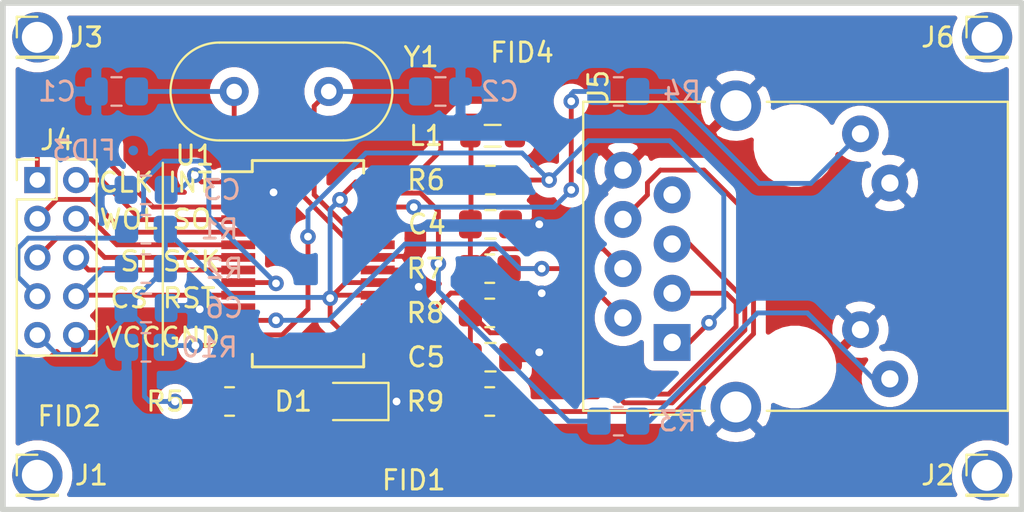
<source format=kicad_pcb>
(kicad_pcb (version 20171130) (host pcbnew "(5.1.9)-1")

  (general
    (thickness 1.6)
    (drawings 10)
    (tracks 234)
    (zones 0)
    (modules 30)
    (nets 31)
  )

  (page A4)
  (title_block
    (title "Réplica Modulo Ethernet Enc28j60")
    (date 2021-07-10)
    (rev 1)
    (company FIUBA)
  )

  (layers
    (0 F.Cu signal)
    (31 B.Cu signal)
    (32 B.Adhes user)
    (33 F.Adhes user)
    (34 B.Paste user)
    (35 F.Paste user)
    (36 B.SilkS user)
    (37 F.SilkS user)
    (38 B.Mask user)
    (39 F.Mask user)
    (40 Dwgs.User user)
    (41 Cmts.User user)
    (42 Eco1.User user)
    (43 Eco2.User user)
    (44 Edge.Cuts user)
    (45 Margin user)
    (46 B.CrtYd user)
    (47 F.CrtYd user)
    (48 B.Fab user)
    (49 F.Fab user hide)
  )

  (setup
    (last_trace_width 0.25)
    (trace_clearance 0.2)
    (zone_clearance 0.508)
    (zone_45_only no)
    (trace_min 0.2)
    (via_size 0.8)
    (via_drill 0.4)
    (via_min_size 0.4)
    (via_min_drill 0.3)
    (uvia_size 0.3)
    (uvia_drill 0.1)
    (uvias_allowed no)
    (uvia_min_size 0.2)
    (uvia_min_drill 0.1)
    (edge_width 0.05)
    (segment_width 0.2)
    (pcb_text_width 0.3)
    (pcb_text_size 1.5 1.5)
    (mod_edge_width 0.12)
    (mod_text_size 1 1)
    (mod_text_width 0.15)
    (pad_size 2.6 2.6)
    (pad_drill 1.6)
    (pad_to_mask_clearance 0)
    (aux_axis_origin 0 0)
    (visible_elements 7FFFFFFF)
    (pcbplotparams
      (layerselection 0x010fc_ffffffff)
      (usegerberextensions false)
      (usegerberattributes true)
      (usegerberadvancedattributes true)
      (creategerberjobfile true)
      (excludeedgelayer true)
      (linewidth 0.100000)
      (plotframeref false)
      (viasonmask false)
      (mode 1)
      (useauxorigin false)
      (hpglpennumber 1)
      (hpglpenspeed 20)
      (hpglpendiameter 15.000000)
      (psnegative false)
      (psa4output false)
      (plotreference true)
      (plotvalue true)
      (plotinvisibletext false)
      (padsonsilk false)
      (subtractmaskfromsilk false)
      (outputformat 1)
      (mirror false)
      (drillshape 1)
      (scaleselection 1)
      (outputdirectory ""))
  )

  (net 0 "")
  (net 1 GND)
  (net 2 +3V3)
  (net 3 "Net-(C4-Pad1)")
  (net 4 "Net-(C5-Pad1)")
  (net 5 "Net-(D1-Pad2)")
  (net 6 /Soporte1)
  (net 7 /Soporte2)
  (net 8 /Soporte3)
  (net 9 /RESET)
  (net 10 /CS)
  (net 11 /SCK)
  (net 12 /SI)
  (net 13 /SO)
  (net 14 /WOL)
  (net 15 /INT)
  (net 16 /CLK)
  (net 17 "Net-(J5-PadL4)")
  (net 18 "Net-(J5-PadL1)")
  (net 19 "Net-(J5-PadR7)")
  (net 20 "Net-(J5-PadR6)")
  (net 21 "Net-(J5-PadR3)")
  (net 22 "Net-(J5-PadR2)")
  (net 23 "Net-(J5-PadR1)")
  (net 24 /LEDA)
  (net 25 /LEDB)
  (net 26 /Soporte4)
  (net 27 "Net-(C1-Pad1)")
  (net 28 "Net-(C2-Pad2)")
  (net 29 "Net-(C3-Pad1)")
  (net 30 "Net-(R10-Pad1)")

  (net_class Default "This is the default net class."
    (clearance 0.2)
    (trace_width 0.25)
    (via_dia 0.8)
    (via_drill 0.4)
    (uvia_dia 0.3)
    (uvia_drill 0.1)
    (add_net +3V3)
    (add_net /CLK)
    (add_net /CS)
    (add_net /INT)
    (add_net /LEDA)
    (add_net /LEDB)
    (add_net /RESET)
    (add_net /SCK)
    (add_net /SI)
    (add_net /SO)
    (add_net /Soporte1)
    (add_net /Soporte2)
    (add_net /Soporte3)
    (add_net /Soporte4)
    (add_net /WOL)
    (add_net GND)
    (add_net "Net-(C1-Pad1)")
    (add_net "Net-(C2-Pad2)")
    (add_net "Net-(C3-Pad1)")
    (add_net "Net-(C4-Pad1)")
    (add_net "Net-(C5-Pad1)")
    (add_net "Net-(D1-Pad2)")
    (add_net "Net-(J5-PadL1)")
    (add_net "Net-(J5-PadL4)")
    (add_net "Net-(J5-PadR1)")
    (add_net "Net-(J5-PadR2)")
    (add_net "Net-(J5-PadR3)")
    (add_net "Net-(J5-PadR6)")
    (add_net "Net-(J5-PadR7)")
    (add_net "Net-(R10-Pad1)")
  )

  (module Package_SO:SSOP-28_5.3x10.2mm_P0.65mm (layer F.Cu) (tedit 5A02F25C) (tstamp 60EA4F87)
    (at 147.066 75.692)
    (descr "28-Lead Plastic Shrink Small Outline (SS)-5.30 mm Body [SSOP] (see Microchip Packaging Specification 00000049BS.pdf)")
    (tags "SSOP 0.65")
    (path /60E3A8A1)
    (attr smd)
    (fp_text reference U1 (at -5.842 -5.588) (layer F.SilkS)
      (effects (font (size 1 1) (thickness 0.15)))
    )
    (fp_text value ENC28J60x-SS (at 0 6.25) (layer F.Fab)
      (effects (font (size 1 1) (thickness 0.15)))
    )
    (fp_line (start -2.875 -4.75) (end -4.475 -4.75) (layer F.SilkS) (width 0.15))
    (fp_line (start -2.875 5.325) (end 2.875 5.325) (layer F.SilkS) (width 0.15))
    (fp_line (start -2.875 -5.325) (end 2.875 -5.325) (layer F.SilkS) (width 0.15))
    (fp_line (start -2.875 5.325) (end -2.875 4.675) (layer F.SilkS) (width 0.15))
    (fp_line (start 2.875 5.325) (end 2.875 4.675) (layer F.SilkS) (width 0.15))
    (fp_line (start 2.875 -5.325) (end 2.875 -4.675) (layer F.SilkS) (width 0.15))
    (fp_line (start -2.875 -5.325) (end -2.875 -4.75) (layer F.SilkS) (width 0.15))
    (fp_line (start -4.75 5.5) (end 4.75 5.5) (layer F.CrtYd) (width 0.05))
    (fp_line (start -4.75 -5.5) (end 4.75 -5.5) (layer F.CrtYd) (width 0.05))
    (fp_line (start 4.75 -5.5) (end 4.75 5.5) (layer F.CrtYd) (width 0.05))
    (fp_line (start -4.75 -5.5) (end -4.75 5.5) (layer F.CrtYd) (width 0.05))
    (fp_line (start -2.65 -4.1) (end -1.65 -5.1) (layer F.Fab) (width 0.15))
    (fp_line (start -2.65 5.1) (end -2.65 -4.1) (layer F.Fab) (width 0.15))
    (fp_line (start 2.65 5.1) (end -2.65 5.1) (layer F.Fab) (width 0.15))
    (fp_line (start 2.65 -5.1) (end 2.65 5.1) (layer F.Fab) (width 0.15))
    (fp_line (start -1.65 -5.1) (end 2.65 -5.1) (layer F.Fab) (width 0.15))
    (fp_text user %R (at 0 0) (layer F.Fab)
      (effects (font (size 0.8 0.8) (thickness 0.15)))
    )
    (pad 28 smd rect (at 3.6 -4.225) (size 1.75 0.45) (layers F.Cu F.Paste F.Mask)
      (net 2 +3V3))
    (pad 27 smd rect (at 3.6 -3.575) (size 1.75 0.45) (layers F.Cu F.Paste F.Mask)
      (net 24 /LEDA))
    (pad 26 smd rect (at 3.6 -2.925) (size 1.75 0.45) (layers F.Cu F.Paste F.Mask)
      (net 25 /LEDB))
    (pad 25 smd rect (at 3.6 -2.275) (size 1.75 0.45) (layers F.Cu F.Paste F.Mask)
      (net 2 +3V3))
    (pad 24 smd rect (at 3.6 -1.625) (size 1.75 0.45) (layers F.Cu F.Paste F.Mask)
      (net 28 "Net-(C2-Pad2)"))
    (pad 23 smd rect (at 3.6 -0.975) (size 1.75 0.45) (layers F.Cu F.Paste F.Mask)
      (net 27 "Net-(C1-Pad1)"))
    (pad 22 smd rect (at 3.6 -0.325) (size 1.75 0.45) (layers F.Cu F.Paste F.Mask)
      (net 1 GND))
    (pad 21 smd rect (at 3.6 0.325) (size 1.75 0.45) (layers F.Cu F.Paste F.Mask)
      (net 1 GND))
    (pad 20 smd rect (at 3.6 0.975) (size 1.75 0.45) (layers F.Cu F.Paste F.Mask)
      (net 2 +3V3))
    (pad 19 smd rect (at 3.6 1.625) (size 1.75 0.45) (layers F.Cu F.Paste F.Mask)
      (net 2 +3V3))
    (pad 18 smd rect (at 3.6 2.275) (size 1.75 0.45) (layers F.Cu F.Paste F.Mask)
      (net 1 GND))
    (pad 17 smd rect (at 3.6 2.925) (size 1.75 0.45) (layers F.Cu F.Paste F.Mask)
      (net 21 "Net-(J5-PadR3)"))
    (pad 16 smd rect (at 3.6 3.575) (size 1.75 0.45) (layers F.Cu F.Paste F.Mask)
      (net 20 "Net-(J5-PadR6)"))
    (pad 15 smd rect (at 3.6 4.225) (size 1.75 0.45) (layers F.Cu F.Paste F.Mask)
      (net 2 +3V3))
    (pad 14 smd rect (at -3.6 4.225) (size 1.75 0.45) (layers F.Cu F.Paste F.Mask)
      (net 30 "Net-(R10-Pad1)"))
    (pad 13 smd rect (at -3.6 3.575) (size 1.75 0.45) (layers F.Cu F.Paste F.Mask)
      (net 23 "Net-(J5-PadR1)"))
    (pad 12 smd rect (at -3.6 2.925) (size 1.75 0.45) (layers F.Cu F.Paste F.Mask)
      (net 22 "Net-(J5-PadR2)"))
    (pad 11 smd rect (at -3.6 2.275) (size 1.75 0.45) (layers F.Cu F.Paste F.Mask)
      (net 1 GND))
    (pad 10 smd rect (at -3.6 1.625) (size 1.75 0.45) (layers F.Cu F.Paste F.Mask)
      (net 9 /RESET))
    (pad 9 smd rect (at -3.6 0.975) (size 1.75 0.45) (layers F.Cu F.Paste F.Mask)
      (net 10 /CS))
    (pad 8 smd rect (at -3.6 0.325) (size 1.75 0.45) (layers F.Cu F.Paste F.Mask)
      (net 11 /SCK))
    (pad 7 smd rect (at -3.6 -0.325) (size 1.75 0.45) (layers F.Cu F.Paste F.Mask)
      (net 12 /SI))
    (pad 6 smd rect (at -3.6 -0.975) (size 1.75 0.45) (layers F.Cu F.Paste F.Mask)
      (net 13 /SO))
    (pad 5 smd rect (at -3.6 -1.625) (size 1.75 0.45) (layers F.Cu F.Paste F.Mask)
      (net 14 /WOL))
    (pad 4 smd rect (at -3.6 -2.275) (size 1.75 0.45) (layers F.Cu F.Paste F.Mask)
      (net 15 /INT))
    (pad 3 smd rect (at -3.6 -2.925) (size 1.75 0.45) (layers F.Cu F.Paste F.Mask)
      (net 16 /CLK))
    (pad 2 smd rect (at -3.6 -3.575) (size 1.75 0.45) (layers F.Cu F.Paste F.Mask)
      (net 1 GND))
    (pad 1 smd rect (at -3.6 -4.225) (size 1.75 0.45) (layers F.Cu F.Paste F.Mask)
      (net 29 "Net-(C3-Pad1)"))
    (model ${KISYS3DMOD}/Package_SO.3dshapes/SSOP-28_5.3x10.2mm_P0.65mm.wrl
      (at (xyz 0 0 0))
      (scale (xyz 1 1 1))
      (rotate (xyz 0 0 0))
    )
  )

  (module Connector_PinHeader_2.00mm:PinHeader_1x01_P2.00mm_Vertical (layer F.Cu) (tedit 60ECCB60) (tstamp 60EA22D9)
    (at 182.118 64.008)
    (descr "Through hole straight pin header, 1x01, 2.00mm pitch, single row")
    (tags "Through hole pin header THT 1x01 2.00mm single row")
    (path /60EAD1CE)
    (fp_text reference J6 (at -2.54 0) (layer F.SilkS)
      (effects (font (size 1 1) (thickness 0.15)))
    )
    (fp_text value Conn_01x01 (at 0 2.06) (layer F.Fab)
      (effects (font (size 1 1) (thickness 0.15)))
    )
    (fp_line (start 1.5 -1.5) (end -1.5 -1.5) (layer F.CrtYd) (width 0.05))
    (fp_line (start 1.5 1.5) (end 1.5 -1.5) (layer F.CrtYd) (width 0.05))
    (fp_line (start -1.5 1.5) (end 1.5 1.5) (layer F.CrtYd) (width 0.05))
    (fp_line (start -1.5 -1.5) (end -1.5 1.5) (layer F.CrtYd) (width 0.05))
    (fp_line (start -1.06 -1.06) (end 0 -1.06) (layer F.SilkS) (width 0.12))
    (fp_line (start -1.06 0) (end -1.06 -1.06) (layer F.SilkS) (width 0.12))
    (fp_line (start -1.06 1) (end 1.06 1) (layer F.SilkS) (width 0.12))
    (fp_line (start 1.06 1) (end 1.06 1.06) (layer F.SilkS) (width 0.12))
    (fp_line (start -1.06 1) (end -1.06 1.06) (layer F.SilkS) (width 0.12))
    (fp_line (start -1.06 1.06) (end 1.06 1.06) (layer F.SilkS) (width 0.12))
    (fp_line (start -1 -0.5) (end -0.5 -1) (layer F.Fab) (width 0.1))
    (fp_line (start -1 1) (end -1 -0.5) (layer F.Fab) (width 0.1))
    (fp_line (start 1 1) (end -1 1) (layer F.Fab) (width 0.1))
    (fp_line (start 1 -1) (end 1 1) (layer F.Fab) (width 0.1))
    (fp_line (start -0.5 -1) (end 1 -1) (layer F.Fab) (width 0.1))
    (fp_text user %R (at 0 0 90) (layer F.Fab)
      (effects (font (size 1 1) (thickness 0.15)))
    )
    (pad 1 thru_hole circle (at 0 0) (size 2.6 2.6) (drill 1.6) (layers *.Cu *.Mask)
      (net 26 /Soporte4))
    (model ${KISYS3DMOD}/Connector_PinHeader_2.00mm.3dshapes/PinHeader_1x01_P2.00mm_Vertical.wrl
      (at (xyz 0 0 0))
      (scale (xyz 1 1 1))
      (rotate (xyz 0 0 0))
    )
  )

  (module Fiducial:Fiducial_0.5mm_Mask1mm (layer F.Cu) (tedit 5C18CB26) (tstamp 60EA198A)
    (at 158.115 66.294)
    (descr "Circular Fiducial, 0.5mm bare copper, 1mm soldermask opening (Level C)")
    (tags fiducial)
    (path /60E461A9)
    (attr smd)
    (fp_text reference FID4 (at 0 -1.5) (layer F.SilkS)
      (effects (font (size 1 1) (thickness 0.15)))
    )
    (fp_text value Fiducial (at 0 1.5) (layer F.Fab)
      (effects (font (size 1 1) (thickness 0.15)))
    )
    (fp_circle (center 0 0) (end 0.75 0) (layer F.CrtYd) (width 0.05))
    (fp_circle (center 0 0) (end 0.5 0) (layer F.Fab) (width 0.1))
    (fp_text user %R (at 0 0) (layer F.Fab)
      (effects (font (size 0.2 0.2) (thickness 0.04)))
    )
    (pad "" smd circle (at 0 0) (size 0.5 0.5) (layers F.Cu F.Mask)
      (solder_mask_margin 0.25) (clearance 0.25))
  )

  (module Fiducial:Fiducial_0.5mm_Mask1mm (layer B.Cu) (tedit 5C18CB26) (tstamp 60EA1982)
    (at 138.049 69.85)
    (descr "Circular Fiducial, 0.5mm bare copper, 1mm soldermask opening (Level C)")
    (tags fiducial)
    (path /60E45EAD)
    (attr smd)
    (fp_text reference FID3 (at -2.54 0) (layer B.SilkS)
      (effects (font (size 1 1) (thickness 0.15)) (justify mirror))
    )
    (fp_text value Fiducial (at 0 -1.5) (layer B.Fab)
      (effects (font (size 1 1) (thickness 0.15)) (justify mirror))
    )
    (fp_circle (center 0 0) (end 0.75 0) (layer B.CrtYd) (width 0.05))
    (fp_circle (center 0 0) (end 0.5 0) (layer B.Fab) (width 0.1))
    (fp_text user %R (at 0 0) (layer B.Fab)
      (effects (font (size 0.2 0.2) (thickness 0.04)) (justify mirror))
    )
    (pad "" smd circle (at 0 0) (size 0.5 0.5) (layers B.Cu B.Mask)
      (solder_mask_margin 0.25) (clearance 0.25))
  )

  (module Fiducial:Fiducial_0.5mm_Mask1mm (layer F.Cu) (tedit 5C18CB26) (tstamp 60EA197A)
    (at 137.16 82.931)
    (descr "Circular Fiducial, 0.5mm bare copper, 1mm soldermask opening (Level C)")
    (tags fiducial)
    (path /60E45C3A)
    (attr smd)
    (fp_text reference FID2 (at -2.413 0.635) (layer F.SilkS)
      (effects (font (size 1 1) (thickness 0.15)))
    )
    (fp_text value Fiducial (at 0 1.5) (layer F.Fab)
      (effects (font (size 1 1) (thickness 0.15)))
    )
    (fp_circle (center 0 0) (end 0.75 0) (layer F.CrtYd) (width 0.05))
    (fp_circle (center 0 0) (end 0.5 0) (layer F.Fab) (width 0.1))
    (fp_text user %R (at 0.254 0.127) (layer F.Fab)
      (effects (font (size 0.2 0.2) (thickness 0.04)))
    )
    (pad "" smd circle (at 0 0) (size 0.5 0.5) (layers F.Cu F.Mask)
      (solder_mask_margin 0.25) (clearance 0.25))
  )

  (module Fiducial:Fiducial_0.5mm_Mask1mm (layer F.Cu) (tedit 5C18CB26) (tstamp 60EA1972)
    (at 152.4 84.328)
    (descr "Circular Fiducial, 0.5mm bare copper, 1mm soldermask opening (Level C)")
    (tags fiducial)
    (path /60E455C3)
    (attr smd)
    (fp_text reference FID1 (at 0.127 2.54) (layer F.SilkS)
      (effects (font (size 1 1) (thickness 0.15)))
    )
    (fp_text value Fiducial (at 0 1.5) (layer F.Fab)
      (effects (font (size 1 1) (thickness 0.15)))
    )
    (fp_circle (center 0 0) (end 0.75 0) (layer F.CrtYd) (width 0.05))
    (fp_circle (center 0 0) (end 0.5 0) (layer F.Fab) (width 0.1))
    (fp_text user %R (at 0 0) (layer F.Fab)
      (effects (font (size 0.2 0.2) (thickness 0.04)))
    )
    (pad "" smd circle (at 0 0) (size 0.5 0.5) (layers F.Cu F.Mask)
      (solder_mask_margin 0.25) (clearance 0.25))
  )

  (module Crystal:Crystal_HC49-4H_Vertical (layer F.Cu) (tedit 5A1AD3B7) (tstamp 60EA0334)
    (at 143.256 66.802)
    (descr "Crystal THT HC-49-4H http://5hertz.com/pdfs/04404_D.pdf")
    (tags "THT crystalHC-49-4H")
    (path /60E42302)
    (fp_text reference Y1 (at 9.652 -1.778) (layer F.SilkS)
      (effects (font (size 1 1) (thickness 0.15)))
    )
    (fp_text value Crystal (at 2.44 3.525) (layer F.Fab)
      (effects (font (size 1 1) (thickness 0.15)))
    )
    (fp_line (start 8.5 -2.8) (end -3.6 -2.8) (layer F.CrtYd) (width 0.05))
    (fp_line (start 8.5 2.8) (end 8.5 -2.8) (layer F.CrtYd) (width 0.05))
    (fp_line (start -3.6 2.8) (end 8.5 2.8) (layer F.CrtYd) (width 0.05))
    (fp_line (start -3.6 -2.8) (end -3.6 2.8) (layer F.CrtYd) (width 0.05))
    (fp_line (start -0.76 2.525) (end 5.64 2.525) (layer F.SilkS) (width 0.12))
    (fp_line (start -0.76 -2.525) (end 5.64 -2.525) (layer F.SilkS) (width 0.12))
    (fp_line (start -0.56 2) (end 5.44 2) (layer F.Fab) (width 0.1))
    (fp_line (start -0.56 -2) (end 5.44 -2) (layer F.Fab) (width 0.1))
    (fp_line (start -0.76 2.325) (end 5.64 2.325) (layer F.Fab) (width 0.1))
    (fp_line (start -0.76 -2.325) (end 5.64 -2.325) (layer F.Fab) (width 0.1))
    (fp_arc (start 5.64 0) (end 5.64 -2.525) (angle 180) (layer F.SilkS) (width 0.12))
    (fp_arc (start -0.76 0) (end -0.76 -2.525) (angle -180) (layer F.SilkS) (width 0.12))
    (fp_arc (start 5.44 0) (end 5.44 -2) (angle 180) (layer F.Fab) (width 0.1))
    (fp_arc (start -0.56 0) (end -0.56 -2) (angle -180) (layer F.Fab) (width 0.1))
    (fp_arc (start 5.64 0) (end 5.64 -2.325) (angle 180) (layer F.Fab) (width 0.1))
    (fp_arc (start -0.76 0) (end -0.76 -2.325) (angle -180) (layer F.Fab) (width 0.1))
    (fp_text user %R (at 2.288 0) (layer F.Fab)
      (effects (font (size 1 1) (thickness 0.15)))
    )
    (pad 2 thru_hole circle (at 4.88 0) (size 1.5 1.5) (drill 0.8) (layers *.Cu *.Mask)
      (net 28 "Net-(C2-Pad2)"))
    (pad 1 thru_hole circle (at 0 0) (size 1.5 1.5) (drill 0.8) (layers *.Cu *.Mask)
      (net 27 "Net-(C1-Pad1)"))
    (model ${KISYS3DMOD}/Crystal.3dshapes/Crystal_HC49-4H_Vertical.wrl
      (at (xyz 0 0 0))
      (scale (xyz 1 1 1))
      (rotate (xyz 0 0 0))
    )
  )

  (module Resistor_SMD:R_0805_2012Metric_Pad1.20x1.40mm_HandSolder (layer B.Cu) (tedit 5F68FEEE) (tstamp 60EA02E1)
    (at 163.084 66.802)
    (descr "Resistor SMD 0805 (2012 Metric), square (rectangular) end terminal, IPC_7351 nominal with elongated pad for handsoldering. (Body size source: IPC-SM-782 page 72, https://www.pcb-3d.com/wordpress/wp-content/uploads/ipc-sm-782a_amendment_1_and_2.pdf), generated with kicad-footprint-generator")
    (tags "resistor handsolder")
    (path /60E4170B)
    (attr smd)
    (fp_text reference R4 (at 3.286 0) (layer B.SilkS)
      (effects (font (size 1 1) (thickness 0.15)) (justify mirror))
    )
    (fp_text value "1 k" (at 0 -1.65) (layer B.Fab)
      (effects (font (size 1 1) (thickness 0.15)) (justify mirror))
    )
    (fp_line (start 1.85 -0.95) (end -1.85 -0.95) (layer B.CrtYd) (width 0.05))
    (fp_line (start 1.85 0.95) (end 1.85 -0.95) (layer B.CrtYd) (width 0.05))
    (fp_line (start -1.85 0.95) (end 1.85 0.95) (layer B.CrtYd) (width 0.05))
    (fp_line (start -1.85 -0.95) (end -1.85 0.95) (layer B.CrtYd) (width 0.05))
    (fp_line (start -0.227064 -0.735) (end 0.227064 -0.735) (layer B.SilkS) (width 0.12))
    (fp_line (start -0.227064 0.735) (end 0.227064 0.735) (layer B.SilkS) (width 0.12))
    (fp_line (start 1 -0.625) (end -1 -0.625) (layer B.Fab) (width 0.1))
    (fp_line (start 1 0.625) (end 1 -0.625) (layer B.Fab) (width 0.1))
    (fp_line (start -1 0.625) (end 1 0.625) (layer B.Fab) (width 0.1))
    (fp_line (start -1 -0.625) (end -1 0.625) (layer B.Fab) (width 0.1))
    (fp_text user %R (at 0 0) (layer B.Fab)
      (effects (font (size 0.5 0.5) (thickness 0.08)) (justify mirror))
    )
    (pad 2 smd roundrect (at 1 0) (size 1.2 1.4) (layers B.Cu B.Paste B.Mask) (roundrect_rratio 0.208333)
      (net 18 "Net-(J5-PadL1)"))
    (pad 1 smd roundrect (at -1 0) (size 1.2 1.4) (layers B.Cu B.Paste B.Mask) (roundrect_rratio 0.208333)
      (net 25 /LEDB))
    (model ${KISYS3DMOD}/Resistor_SMD.3dshapes/R_0805_2012Metric.wrl
      (at (xyz 0 0 0))
      (scale (xyz 1 1 1))
      (rotate (xyz 0 0 0))
    )
  )

  (module Resistor_SMD:R_0805_2012Metric_Pad1.20x1.40mm_HandSolder (layer B.Cu) (tedit 5F68FEEE) (tstamp 60EA560D)
    (at 163.084 83.82)
    (descr "Resistor SMD 0805 (2012 Metric), square (rectangular) end terminal, IPC_7351 nominal with elongated pad for handsoldering. (Body size source: IPC-SM-782 page 72, https://www.pcb-3d.com/wordpress/wp-content/uploads/ipc-sm-782a_amendment_1_and_2.pdf), generated with kicad-footprint-generator")
    (tags "resistor handsolder")
    (path /60E418D9)
    (attr smd)
    (fp_text reference R3 (at 3.064 0) (layer B.SilkS)
      (effects (font (size 1 1) (thickness 0.15)) (justify mirror))
    )
    (fp_text value "1 k" (at 0 -1.65) (layer B.Fab)
      (effects (font (size 1 1) (thickness 0.15)) (justify mirror))
    )
    (fp_line (start 1.85 -0.95) (end -1.85 -0.95) (layer B.CrtYd) (width 0.05))
    (fp_line (start 1.85 0.95) (end 1.85 -0.95) (layer B.CrtYd) (width 0.05))
    (fp_line (start -1.85 0.95) (end 1.85 0.95) (layer B.CrtYd) (width 0.05))
    (fp_line (start -1.85 -0.95) (end -1.85 0.95) (layer B.CrtYd) (width 0.05))
    (fp_line (start -0.227064 -0.735) (end 0.227064 -0.735) (layer B.SilkS) (width 0.12))
    (fp_line (start -0.227064 0.735) (end 0.227064 0.735) (layer B.SilkS) (width 0.12))
    (fp_line (start 1 -0.625) (end -1 -0.625) (layer B.Fab) (width 0.1))
    (fp_line (start 1 0.625) (end 1 -0.625) (layer B.Fab) (width 0.1))
    (fp_line (start -1 0.625) (end 1 0.625) (layer B.Fab) (width 0.1))
    (fp_line (start -1 -0.625) (end -1 0.625) (layer B.Fab) (width 0.1))
    (fp_text user %R (at 0 0) (layer B.Fab)
      (effects (font (size 0.5 0.5) (thickness 0.08)) (justify mirror))
    )
    (pad 2 smd roundrect (at 1 0) (size 1.2 1.4) (layers B.Cu B.Paste B.Mask) (roundrect_rratio 0.208333)
      (net 17 "Net-(J5-PadL4)"))
    (pad 1 smd roundrect (at -1 0) (size 1.2 1.4) (layers B.Cu B.Paste B.Mask) (roundrect_rratio 0.208333)
      (net 24 /LEDA))
    (model ${KISYS3DMOD}/Resistor_SMD.3dshapes/R_0805_2012Metric.wrl
      (at (xyz 0 0 0))
      (scale (xyz 1 1 1))
      (rotate (xyz 0 0 0))
    )
  )

  (module Resistor_SMD:R_0805_2012Metric_Pad1.20x1.40mm_HandSolder (layer F.Cu) (tedit 5F68FEEE) (tstamp 60EA4AA2)
    (at 156.448 82.804)
    (descr "Resistor SMD 0805 (2012 Metric), square (rectangular) end terminal, IPC_7351 nominal with elongated pad for handsoldering. (Body size source: IPC-SM-782 page 72, https://www.pcb-3d.com/wordpress/wp-content/uploads/ipc-sm-782a_amendment_1_and_2.pdf), generated with kicad-footprint-generator")
    (tags "resistor handsolder")
    (path /60EDD33D)
    (attr smd)
    (fp_text reference R9 (at -3.318 0) (layer F.SilkS)
      (effects (font (size 1 1) (thickness 0.15)))
    )
    (fp_text value "49.9 1%" (at 0 1.65) (layer F.Fab)
      (effects (font (size 1 1) (thickness 0.15)))
    )
    (fp_line (start 1.85 0.95) (end -1.85 0.95) (layer F.CrtYd) (width 0.05))
    (fp_line (start 1.85 -0.95) (end 1.85 0.95) (layer F.CrtYd) (width 0.05))
    (fp_line (start -1.85 -0.95) (end 1.85 -0.95) (layer F.CrtYd) (width 0.05))
    (fp_line (start -1.85 0.95) (end -1.85 -0.95) (layer F.CrtYd) (width 0.05))
    (fp_line (start -0.227064 0.735) (end 0.227064 0.735) (layer F.SilkS) (width 0.12))
    (fp_line (start -0.227064 -0.735) (end 0.227064 -0.735) (layer F.SilkS) (width 0.12))
    (fp_line (start 1 0.625) (end -1 0.625) (layer F.Fab) (width 0.1))
    (fp_line (start 1 -0.625) (end 1 0.625) (layer F.Fab) (width 0.1))
    (fp_line (start -1 -0.625) (end 1 -0.625) (layer F.Fab) (width 0.1))
    (fp_line (start -1 0.625) (end -1 -0.625) (layer F.Fab) (width 0.1))
    (fp_text user %R (at 0 0) (layer F.Fab)
      (effects (font (size 0.5 0.5) (thickness 0.08)))
    )
    (pad 2 smd roundrect (at 1 0) (size 1.2 1.4) (layers F.Cu F.Paste F.Mask) (roundrect_rratio 0.208333)
      (net 20 "Net-(J5-PadR6)"))
    (pad 1 smd roundrect (at -1 0) (size 1.2 1.4) (layers F.Cu F.Paste F.Mask) (roundrect_rratio 0.208333)
      (net 4 "Net-(C5-Pad1)"))
    (model ${KISYS3DMOD}/Resistor_SMD.3dshapes/R_0805_2012Metric.wrl
      (at (xyz 0 0 0))
      (scale (xyz 1 1 1))
      (rotate (xyz 0 0 0))
    )
  )

  (module Resistor_SMD:R_0805_2012Metric_Pad1.20x1.40mm_HandSolder (layer F.Cu) (tedit 5F68FEEE) (tstamp 60EA4AD2)
    (at 156.448 78.232 180)
    (descr "Resistor SMD 0805 (2012 Metric), square (rectangular) end terminal, IPC_7351 nominal with elongated pad for handsoldering. (Body size source: IPC-SM-782 page 72, https://www.pcb-3d.com/wordpress/wp-content/uploads/ipc-sm-782a_amendment_1_and_2.pdf), generated with kicad-footprint-generator")
    (tags "resistor handsolder")
    (path /60EDCD76)
    (attr smd)
    (fp_text reference R8 (at 3.318 0) (layer F.SilkS)
      (effects (font (size 1 1) (thickness 0.15)))
    )
    (fp_text value "49.9 1%" (at 0 1.65) (layer F.Fab)
      (effects (font (size 1 1) (thickness 0.15)))
    )
    (fp_line (start 1.85 0.95) (end -1.85 0.95) (layer F.CrtYd) (width 0.05))
    (fp_line (start 1.85 -0.95) (end 1.85 0.95) (layer F.CrtYd) (width 0.05))
    (fp_line (start -1.85 -0.95) (end 1.85 -0.95) (layer F.CrtYd) (width 0.05))
    (fp_line (start -1.85 0.95) (end -1.85 -0.95) (layer F.CrtYd) (width 0.05))
    (fp_line (start -0.227064 0.735) (end 0.227064 0.735) (layer F.SilkS) (width 0.12))
    (fp_line (start -0.227064 -0.735) (end 0.227064 -0.735) (layer F.SilkS) (width 0.12))
    (fp_line (start 1 0.625) (end -1 0.625) (layer F.Fab) (width 0.1))
    (fp_line (start 1 -0.625) (end 1 0.625) (layer F.Fab) (width 0.1))
    (fp_line (start -1 -0.625) (end 1 -0.625) (layer F.Fab) (width 0.1))
    (fp_line (start -1 0.625) (end -1 -0.625) (layer F.Fab) (width 0.1))
    (fp_text user %R (at 0 0) (layer F.Fab)
      (effects (font (size 0.5 0.5) (thickness 0.08)))
    )
    (pad 2 smd roundrect (at 1 0 180) (size 1.2 1.4) (layers F.Cu F.Paste F.Mask) (roundrect_rratio 0.208333)
      (net 4 "Net-(C5-Pad1)"))
    (pad 1 smd roundrect (at -1 0 180) (size 1.2 1.4) (layers F.Cu F.Paste F.Mask) (roundrect_rratio 0.208333)
      (net 21 "Net-(J5-PadR3)"))
    (model ${KISYS3DMOD}/Resistor_SMD.3dshapes/R_0805_2012Metric.wrl
      (at (xyz 0 0 0))
      (scale (xyz 1 1 1))
      (rotate (xyz 0 0 0))
    )
  )

  (module Resistor_SMD:R_0805_2012Metric_Pad1.20x1.40mm_HandSolder (layer F.Cu) (tedit 5F68FEEE) (tstamp 60EA4B62)
    (at 156.448 75.946)
    (descr "Resistor SMD 0805 (2012 Metric), square (rectangular) end terminal, IPC_7351 nominal with elongated pad for handsoldering. (Body size source: IPC-SM-782 page 72, https://www.pcb-3d.com/wordpress/wp-content/uploads/ipc-sm-782a_amendment_1_and_2.pdf), generated with kicad-footprint-generator")
    (tags "resistor handsolder")
    (path /60E41A87)
    (attr smd)
    (fp_text reference R7 (at -3.318 0) (layer F.SilkS)
      (effects (font (size 1 1) (thickness 0.15)))
    )
    (fp_text value "49.9 1%" (at 0 1.65) (layer F.Fab)
      (effects (font (size 1 1) (thickness 0.15)))
    )
    (fp_line (start 1.85 0.95) (end -1.85 0.95) (layer F.CrtYd) (width 0.05))
    (fp_line (start 1.85 -0.95) (end 1.85 0.95) (layer F.CrtYd) (width 0.05))
    (fp_line (start -1.85 -0.95) (end 1.85 -0.95) (layer F.CrtYd) (width 0.05))
    (fp_line (start -1.85 0.95) (end -1.85 -0.95) (layer F.CrtYd) (width 0.05))
    (fp_line (start -0.227064 0.735) (end 0.227064 0.735) (layer F.SilkS) (width 0.12))
    (fp_line (start -0.227064 -0.735) (end 0.227064 -0.735) (layer F.SilkS) (width 0.12))
    (fp_line (start 1 0.625) (end -1 0.625) (layer F.Fab) (width 0.1))
    (fp_line (start 1 -0.625) (end 1 0.625) (layer F.Fab) (width 0.1))
    (fp_line (start -1 -0.625) (end 1 -0.625) (layer F.Fab) (width 0.1))
    (fp_line (start -1 0.625) (end -1 -0.625) (layer F.Fab) (width 0.1))
    (fp_text user %R (at 0 0) (layer F.Fab)
      (effects (font (size 0.5 0.5) (thickness 0.08)))
    )
    (pad 2 smd roundrect (at 1 0) (size 1.2 1.4) (layers F.Cu F.Paste F.Mask) (roundrect_rratio 0.208333)
      (net 22 "Net-(J5-PadR2)"))
    (pad 1 smd roundrect (at -1 0) (size 1.2 1.4) (layers F.Cu F.Paste F.Mask) (roundrect_rratio 0.208333)
      (net 3 "Net-(C4-Pad1)"))
    (model ${KISYS3DMOD}/Resistor_SMD.3dshapes/R_0805_2012Metric.wrl
      (at (xyz 0 0 0))
      (scale (xyz 1 1 1))
      (rotate (xyz 0 0 0))
    )
  )

  (module Resistor_SMD:R_0805_2012Metric_Pad1.20x1.40mm_HandSolder (layer F.Cu) (tedit 5F68FEEE) (tstamp 60EA4B32)
    (at 156.48 71.374 180)
    (descr "Resistor SMD 0805 (2012 Metric), square (rectangular) end terminal, IPC_7351 nominal with elongated pad for handsoldering. (Body size source: IPC-SM-782 page 72, https://www.pcb-3d.com/wordpress/wp-content/uploads/ipc-sm-782a_amendment_1_and_2.pdf), generated with kicad-footprint-generator")
    (tags "resistor handsolder")
    (path /60E41C46)
    (attr smd)
    (fp_text reference R6 (at 3.318 0) (layer F.SilkS)
      (effects (font (size 1 1) (thickness 0.15)))
    )
    (fp_text value "49.9 1%" (at 0 1.65) (layer F.Fab)
      (effects (font (size 1 1) (thickness 0.15)))
    )
    (fp_line (start 1.85 0.95) (end -1.85 0.95) (layer F.CrtYd) (width 0.05))
    (fp_line (start 1.85 -0.95) (end 1.85 0.95) (layer F.CrtYd) (width 0.05))
    (fp_line (start -1.85 -0.95) (end 1.85 -0.95) (layer F.CrtYd) (width 0.05))
    (fp_line (start -1.85 0.95) (end -1.85 -0.95) (layer F.CrtYd) (width 0.05))
    (fp_line (start -0.227064 0.735) (end 0.227064 0.735) (layer F.SilkS) (width 0.12))
    (fp_line (start -0.227064 -0.735) (end 0.227064 -0.735) (layer F.SilkS) (width 0.12))
    (fp_line (start 1 0.625) (end -1 0.625) (layer F.Fab) (width 0.1))
    (fp_line (start 1 -0.625) (end 1 0.625) (layer F.Fab) (width 0.1))
    (fp_line (start -1 -0.625) (end 1 -0.625) (layer F.Fab) (width 0.1))
    (fp_line (start -1 0.625) (end -1 -0.625) (layer F.Fab) (width 0.1))
    (fp_text user %R (at 0 0) (layer F.Fab)
      (effects (font (size 0.5 0.5) (thickness 0.08)))
    )
    (pad 2 smd roundrect (at 1 0 180) (size 1.2 1.4) (layers F.Cu F.Paste F.Mask) (roundrect_rratio 0.208333)
      (net 3 "Net-(C4-Pad1)"))
    (pad 1 smd roundrect (at -1 0 180) (size 1.2 1.4) (layers F.Cu F.Paste F.Mask) (roundrect_rratio 0.208333)
      (net 23 "Net-(J5-PadR1)"))
    (model ${KISYS3DMOD}/Resistor_SMD.3dshapes/R_0805_2012Metric.wrl
      (at (xyz 0 0 0))
      (scale (xyz 1 1 1))
      (rotate (xyz 0 0 0))
    )
  )

  (module Resistor_SMD:R_0805_2012Metric_Pad1.20x1.40mm_HandSolder (layer B.Cu) (tedit 5F68FEEE) (tstamp 60EA027B)
    (at 138.7 80.01 180)
    (descr "Resistor SMD 0805 (2012 Metric), square (rectangular) end terminal, IPC_7351 nominal with elongated pad for handsoldering. (Body size source: IPC-SM-782 page 72, https://www.pcb-3d.com/wordpress/wp-content/uploads/ipc-sm-782a_amendment_1_and_2.pdf), generated with kicad-footprint-generator")
    (tags "resistor handsolder")
    (path /60E41DA1)
    (attr smd)
    (fp_text reference R10 (at -3.286 0) (layer B.SilkS)
      (effects (font (size 1 1) (thickness 0.15)) (justify mirror))
    )
    (fp_text value "2.7 k" (at 0 -1.65) (layer B.Fab)
      (effects (font (size 1 1) (thickness 0.15)) (justify mirror))
    )
    (fp_line (start 1.85 -0.95) (end -1.85 -0.95) (layer B.CrtYd) (width 0.05))
    (fp_line (start 1.85 0.95) (end 1.85 -0.95) (layer B.CrtYd) (width 0.05))
    (fp_line (start -1.85 0.95) (end 1.85 0.95) (layer B.CrtYd) (width 0.05))
    (fp_line (start -1.85 -0.95) (end -1.85 0.95) (layer B.CrtYd) (width 0.05))
    (fp_line (start -0.227064 -0.735) (end 0.227064 -0.735) (layer B.SilkS) (width 0.12))
    (fp_line (start -0.227064 0.735) (end 0.227064 0.735) (layer B.SilkS) (width 0.12))
    (fp_line (start 1 -0.625) (end -1 -0.625) (layer B.Fab) (width 0.1))
    (fp_line (start 1 0.625) (end 1 -0.625) (layer B.Fab) (width 0.1))
    (fp_line (start -1 0.625) (end 1 0.625) (layer B.Fab) (width 0.1))
    (fp_line (start -1 -0.625) (end -1 0.625) (layer B.Fab) (width 0.1))
    (fp_text user %R (at 0 0) (layer B.Fab)
      (effects (font (size 0.5 0.5) (thickness 0.08)) (justify mirror))
    )
    (pad 2 smd roundrect (at 1 0 180) (size 1.2 1.4) (layers B.Cu B.Paste B.Mask) (roundrect_rratio 0.208333)
      (net 1 GND))
    (pad 1 smd roundrect (at -1 0 180) (size 1.2 1.4) (layers B.Cu B.Paste B.Mask) (roundrect_rratio 0.208333)
      (net 30 "Net-(R10-Pad1)"))
    (model ${KISYS3DMOD}/Resistor_SMD.3dshapes/R_0805_2012Metric.wrl
      (at (xyz 0 0 0))
      (scale (xyz 1 1 1))
      (rotate (xyz 0 0 0))
    )
  )

  (module Resistor_SMD:R_0805_2012Metric_Pad1.20x1.40mm_HandSolder (layer B.Cu) (tedit 5F68FEEE) (tstamp 60EA026A)
    (at 138.7 75.946 180)
    (descr "Resistor SMD 0805 (2012 Metric), square (rectangular) end terminal, IPC_7351 nominal with elongated pad for handsoldering. (Body size source: IPC-SM-782 page 72, https://www.pcb-3d.com/wordpress/wp-content/uploads/ipc-sm-782a_amendment_1_and_2.pdf), generated with kicad-footprint-generator")
    (tags "resistor handsolder")
    (path /60E4106D)
    (attr smd)
    (fp_text reference R2 (at -4.048 0) (layer B.SilkS)
      (effects (font (size 1 1) (thickness 0.15)) (justify mirror))
    )
    (fp_text value "10 k" (at 0 -1.65) (layer B.Fab)
      (effects (font (size 1 1) (thickness 0.15)) (justify mirror))
    )
    (fp_line (start 1.85 -0.95) (end -1.85 -0.95) (layer B.CrtYd) (width 0.05))
    (fp_line (start 1.85 0.95) (end 1.85 -0.95) (layer B.CrtYd) (width 0.05))
    (fp_line (start -1.85 0.95) (end 1.85 0.95) (layer B.CrtYd) (width 0.05))
    (fp_line (start -1.85 -0.95) (end -1.85 0.95) (layer B.CrtYd) (width 0.05))
    (fp_line (start -0.227064 -0.735) (end 0.227064 -0.735) (layer B.SilkS) (width 0.12))
    (fp_line (start -0.227064 0.735) (end 0.227064 0.735) (layer B.SilkS) (width 0.12))
    (fp_line (start 1 -0.625) (end -1 -0.625) (layer B.Fab) (width 0.1))
    (fp_line (start 1 0.625) (end 1 -0.625) (layer B.Fab) (width 0.1))
    (fp_line (start -1 0.625) (end 1 0.625) (layer B.Fab) (width 0.1))
    (fp_line (start -1 -0.625) (end -1 0.625) (layer B.Fab) (width 0.1))
    (fp_text user %R (at 0 0) (layer B.Fab)
      (effects (font (size 0.5 0.5) (thickness 0.08)) (justify mirror))
    )
    (pad 2 smd roundrect (at 1 0 180) (size 1.2 1.4) (layers B.Cu B.Paste B.Mask) (roundrect_rratio 0.208333)
      (net 9 /RESET))
    (pad 1 smd roundrect (at -1 0 180) (size 1.2 1.4) (layers B.Cu B.Paste B.Mask) (roundrect_rratio 0.208333)
      (net 2 +3V3))
    (model ${KISYS3DMOD}/Resistor_SMD.3dshapes/R_0805_2012Metric.wrl
      (at (xyz 0 0 0))
      (scale (xyz 1 1 1))
      (rotate (xyz 0 0 0))
    )
  )

  (module Resistor_SMD:R_0805_2012Metric_Pad1.20x1.40mm_HandSolder (layer B.Cu) (tedit 5F68FEEE) (tstamp 60EA0259)
    (at 138.7 73.914 180)
    (descr "Resistor SMD 0805 (2012 Metric), square (rectangular) end terminal, IPC_7351 nominal with elongated pad for handsoldering. (Body size source: IPC-SM-782 page 72, https://www.pcb-3d.com/wordpress/wp-content/uploads/ipc-sm-782a_amendment_1_and_2.pdf), generated with kicad-footprint-generator")
    (tags "resistor handsolder")
    (path /60E41557)
    (attr smd)
    (fp_text reference R1 (at -3.794 0) (layer B.SilkS)
      (effects (font (size 1 1) (thickness 0.15)) (justify mirror))
    )
    (fp_text value "10 k" (at 0 -1.65) (layer B.Fab)
      (effects (font (size 1 1) (thickness 0.15)) (justify mirror))
    )
    (fp_line (start 1.85 -0.95) (end -1.85 -0.95) (layer B.CrtYd) (width 0.05))
    (fp_line (start 1.85 0.95) (end 1.85 -0.95) (layer B.CrtYd) (width 0.05))
    (fp_line (start -1.85 0.95) (end 1.85 0.95) (layer B.CrtYd) (width 0.05))
    (fp_line (start -1.85 -0.95) (end -1.85 0.95) (layer B.CrtYd) (width 0.05))
    (fp_line (start -0.227064 -0.735) (end 0.227064 -0.735) (layer B.SilkS) (width 0.12))
    (fp_line (start -0.227064 0.735) (end 0.227064 0.735) (layer B.SilkS) (width 0.12))
    (fp_line (start 1 -0.625) (end -1 -0.625) (layer B.Fab) (width 0.1))
    (fp_line (start 1 0.625) (end 1 -0.625) (layer B.Fab) (width 0.1))
    (fp_line (start -1 0.625) (end 1 0.625) (layer B.Fab) (width 0.1))
    (fp_line (start -1 -0.625) (end -1 0.625) (layer B.Fab) (width 0.1))
    (fp_text user %R (at 0 0) (layer B.Fab)
      (effects (font (size 0.5 0.5) (thickness 0.08)) (justify mirror))
    )
    (pad 2 smd roundrect (at 1 0 180) (size 1.2 1.4) (layers B.Cu B.Paste B.Mask) (roundrect_rratio 0.208333)
      (net 10 /CS))
    (pad 1 smd roundrect (at -1 0 180) (size 1.2 1.4) (layers B.Cu B.Paste B.Mask) (roundrect_rratio 0.208333)
      (net 2 +3V3))
    (model ${KISYS3DMOD}/Resistor_SMD.3dshapes/R_0805_2012Metric.wrl
      (at (xyz 0 0 0))
      (scale (xyz 1 1 1))
      (rotate (xyz 0 0 0))
    )
  )

  (module Resistor_SMD:R_0805_2012Metric_Pad1.20x1.40mm_HandSolder (layer F.Cu) (tedit 5F68FEEE) (tstamp 60EA0248)
    (at 143.018 82.804)
    (descr "Resistor SMD 0805 (2012 Metric), square (rectangular) end terminal, IPC_7351 nominal with elongated pad for handsoldering. (Body size source: IPC-SM-782 page 72, https://www.pcb-3d.com/wordpress/wp-content/uploads/ipc-sm-782a_amendment_1_and_2.pdf), generated with kicad-footprint-generator")
    (tags "resistor handsolder")
    (path /60F5A3EC)
    (attr smd)
    (fp_text reference R5 (at -3.318 0) (layer F.SilkS)
      (effects (font (size 1 1) (thickness 0.15)))
    )
    (fp_text value "1 k" (at 0 1.65) (layer F.Fab)
      (effects (font (size 1 1) (thickness 0.15)))
    )
    (fp_line (start 1.85 0.95) (end -1.85 0.95) (layer F.CrtYd) (width 0.05))
    (fp_line (start 1.85 -0.95) (end 1.85 0.95) (layer F.CrtYd) (width 0.05))
    (fp_line (start -1.85 -0.95) (end 1.85 -0.95) (layer F.CrtYd) (width 0.05))
    (fp_line (start -1.85 0.95) (end -1.85 -0.95) (layer F.CrtYd) (width 0.05))
    (fp_line (start -0.227064 0.735) (end 0.227064 0.735) (layer F.SilkS) (width 0.12))
    (fp_line (start -0.227064 -0.735) (end 0.227064 -0.735) (layer F.SilkS) (width 0.12))
    (fp_line (start 1 0.625) (end -1 0.625) (layer F.Fab) (width 0.1))
    (fp_line (start 1 -0.625) (end 1 0.625) (layer F.Fab) (width 0.1))
    (fp_line (start -1 -0.625) (end 1 -0.625) (layer F.Fab) (width 0.1))
    (fp_line (start -1 0.625) (end -1 -0.625) (layer F.Fab) (width 0.1))
    (fp_text user %R (at 0 0) (layer F.Fab)
      (effects (font (size 0.5 0.5) (thickness 0.08)))
    )
    (pad 2 smd roundrect (at 1 0) (size 1.2 1.4) (layers F.Cu F.Paste F.Mask) (roundrect_rratio 0.208333)
      (net 5 "Net-(D1-Pad2)"))
    (pad 1 smd roundrect (at -1 0) (size 1.2 1.4) (layers F.Cu F.Paste F.Mask) (roundrect_rratio 0.208333)
      (net 2 +3V3))
    (model ${KISYS3DMOD}/Resistor_SMD.3dshapes/R_0805_2012Metric.wrl
      (at (xyz 0 0 0))
      (scale (xyz 1 1 1))
      (rotate (xyz 0 0 0))
    )
  )

  (module Inductor_SMD:L_0805_2012Metric_Pad1.05x1.20mm_HandSolder (layer F.Cu) (tedit 5F68FEF0) (tstamp 60ECCDD9)
    (at 156.598 69.088 180)
    (descr "Inductor SMD 0805 (2012 Metric), square (rectangular) end terminal, IPC_7351 nominal with elongated pad for handsoldering. (Body size source: IPC-SM-782 page 80, https://www.pcb-3d.com/wordpress/wp-content/uploads/ipc-sm-782a_amendment_1_and_2.pdf), generated with kicad-footprint-generator")
    (tags "inductor handsolder")
    (path /60E5BDA5)
    (attr smd)
    (fp_text reference L1 (at 3.436 0) (layer F.SilkS)
      (effects (font (size 1 1) (thickness 0.15)))
    )
    (fp_text value "10 uH" (at 0 1.55) (layer F.Fab)
      (effects (font (size 1 1) (thickness 0.15)))
    )
    (fp_line (start 1.92 0.85) (end -1.92 0.85) (layer F.CrtYd) (width 0.05))
    (fp_line (start 1.92 -0.85) (end 1.92 0.85) (layer F.CrtYd) (width 0.05))
    (fp_line (start -1.92 -0.85) (end 1.92 -0.85) (layer F.CrtYd) (width 0.05))
    (fp_line (start -1.92 0.85) (end -1.92 -0.85) (layer F.CrtYd) (width 0.05))
    (fp_line (start -0.410242 0.56) (end 0.410242 0.56) (layer F.SilkS) (width 0.12))
    (fp_line (start -0.410242 -0.56) (end 0.410242 -0.56) (layer F.SilkS) (width 0.12))
    (fp_line (start 1 0.45) (end -1 0.45) (layer F.Fab) (width 0.1))
    (fp_line (start 1 -0.45) (end 1 0.45) (layer F.Fab) (width 0.1))
    (fp_line (start -1 -0.45) (end 1 -0.45) (layer F.Fab) (width 0.1))
    (fp_line (start -1 0.45) (end -1 -0.45) (layer F.Fab) (width 0.1))
    (fp_text user %R (at 0 0) (layer F.Fab)
      (effects (font (size 0.5 0.5) (thickness 0.08)))
    )
    (pad 2 smd roundrect (at 1.15 0 180) (size 1.05 1.2) (layers F.Cu F.Paste F.Mask) (roundrect_rratio 0.238095)
      (net 3 "Net-(C4-Pad1)"))
    (pad 1 smd roundrect (at -1.15 0 180) (size 1.05 1.2) (layers F.Cu F.Paste F.Mask) (roundrect_rratio 0.238095)
      (net 2 +3V3))
    (model ${KISYS3DMOD}/Inductor_SMD.3dshapes/L_0805_2012Metric.wrl
      (at (xyz 0 0 0))
      (scale (xyz 1 1 1))
      (rotate (xyz 0 0 0))
    )
  )

  (module Connector_RJ:RJ45_Amphenol_RJMG1BD3B8K1ANR (layer F.Cu) (tedit 5ADFAE47) (tstamp 60EA0226)
    (at 165.862 79.756 90)
    (descr "1 Port RJ45 Magjack Connector Through Hole 10/100 Base-T, AutoMDIX, https://www.amphenolcanada.com/ProductSearch/Drawings/AC/RJMG1BD3B8K1ANR.PDF")
    (tags "RJ45 Magjack")
    (path /60E3C9F7)
    (fp_text reference J5 (at 13.208 -3.81 90) (layer F.SilkS)
      (effects (font (size 1 1) (thickness 0.15)))
    )
    (fp_text value RJ45_Amphenol_RJMG1BD3B8K1ANR (at 4.445 18.23 90) (layer F.Fab)
      (effects (font (size 1 1) (thickness 0.15)))
    )
    (fp_line (start 14.02 -4.99) (end -5.13 -4.99) (layer F.CrtYd) (width 0.05))
    (fp_line (start 14.02 17.73) (end 14.02 -4.99) (layer F.CrtYd) (width 0.05))
    (fp_line (start -5.13 17.73) (end 14.02 17.73) (layer F.CrtYd) (width 0.05))
    (fp_line (start -5.13 -4.99) (end -5.13 17.73) (layer F.CrtYd) (width 0.05))
    (fp_line (start -3.73 -1) (end -3.73 1) (layer F.SilkS) (width 0.12))
    (fp_line (start -3.53 17.33) (end -3.53 4.89) (layer F.SilkS) (width 0.12))
    (fp_line (start 12.42 17.33) (end -3.53 17.33) (layer F.SilkS) (width 0.12))
    (fp_line (start 12.42 4.89) (end 12.42 17.33) (layer F.SilkS) (width 0.12))
    (fp_line (start 12.42 -4.59) (end 12.42 1.69) (layer F.SilkS) (width 0.12))
    (fp_line (start -3.53 -4.59) (end 12.42 -4.59) (layer F.SilkS) (width 0.12))
    (fp_line (start -3.53 1.69) (end -3.53 -4.59) (layer F.SilkS) (width 0.12))
    (fp_line (start -3.43 -3.49) (end -2.43 -4.49) (layer F.Fab) (width 0.1))
    (fp_line (start -3.43 17.23) (end -3.43 -3.49) (layer F.Fab) (width 0.1))
    (fp_line (start 12.32 17.23) (end -3.43 17.23) (layer F.Fab) (width 0.1))
    (fp_line (start 12.32 -4.49) (end 12.32 17.23) (layer F.Fab) (width 0.1))
    (fp_line (start -2.43 -4.49) (end 12.32 -4.49) (layer F.Fab) (width 0.1))
    (fp_text user %R (at 4.445 6.37 90) (layer F.Fab)
      (effects (font (size 1 1) (thickness 0.15)))
    )
    (pad "" np_thru_hole circle (at 10.16 6.34 90) (size 3.25 3.25) (drill 3.25) (layers *.Cu *.Mask))
    (pad "" np_thru_hole circle (at -1.27 6.34 90) (size 3.25 3.25) (drill 3.25) (layers *.Cu *.Mask))
    (pad 13 thru_hole circle (at 12.22 3.29 90) (size 2.6 2.6) (drill 1.6) (layers *.Cu *.Mask)
      (net 1 GND))
    (pad 13 thru_hole circle (at -3.33 3.29 90) (size 2.6 2.6) (drill 1.6) (layers *.Cu *.Mask)
      (net 1 GND))
    (pad L4 thru_hole circle (at -1.88 11.24 90) (size 1.89 1.89) (drill 0.89) (layers *.Cu *.Mask)
      (net 17 "Net-(J5-PadL4)"))
    (pad L3 thru_hole circle (at 0.66 9.72 90) (size 1.89 1.89) (drill 0.89) (layers *.Cu *.Mask)
      (net 1 GND))
    (pad L2 thru_hole circle (at 8.23 11.24 90) (size 1.89 1.89) (drill 0.89) (layers *.Cu *.Mask)
      (net 1 GND))
    (pad L1 thru_hole circle (at 10.77 9.72 90) (size 1.89 1.89) (drill 0.89) (layers *.Cu *.Mask)
      (net 18 "Net-(J5-PadL1)"))
    (pad R8 thru_hole circle (at 8.89 -2.54 90) (size 1.9 1.9) (drill 0.9) (layers *.Cu *.Mask)
      (net 1 GND))
    (pad R7 thru_hole circle (at 7.62 0 90) (size 1.9 1.9) (drill 0.9) (layers *.Cu *.Mask)
      (net 19 "Net-(J5-PadR7)"))
    (pad R6 thru_hole circle (at 6.35 -2.54 90) (size 1.9 1.9) (drill 0.9) (layers *.Cu *.Mask)
      (net 20 "Net-(J5-PadR6)"))
    (pad R5 thru_hole circle (at 5.08 0 90) (size 1.9 1.9) (drill 0.9) (layers *.Cu *.Mask)
      (net 4 "Net-(C5-Pad1)"))
    (pad R4 thru_hole circle (at 3.81 -2.54 90) (size 1.9 1.9) (drill 0.9) (layers *.Cu *.Mask)
      (net 3 "Net-(C4-Pad1)"))
    (pad R3 thru_hole circle (at 2.54 0 90) (size 1.9 1.9) (drill 0.9) (layers *.Cu *.Mask)
      (net 21 "Net-(J5-PadR3)"))
    (pad R2 thru_hole circle (at 1.27 -2.54 90) (size 1.9 1.9) (drill 0.9) (layers *.Cu *.Mask)
      (net 22 "Net-(J5-PadR2)"))
    (pad R1 thru_hole rect (at 0 0 90) (size 1.9 1.9) (drill 0.9) (layers *.Cu *.Mask)
      (net 23 "Net-(J5-PadR1)"))
    (model ${KISYS3DMOD}/Connector_RJ.3dshapes/RJ45_Amphenol_RJMG1BD3B8K1ANR.wrl
      (at (xyz 0 0 0))
      (scale (xyz 1 1 1))
      (rotate (xyz 0 0 0))
    )
  )

  (module Connector_PinHeader_2.00mm:PinHeader_2x05_P2.00mm_Vertical (layer F.Cu) (tedit 59FED667) (tstamp 60EA0201)
    (at 133.096 71.374)
    (descr "Through hole straight pin header, 2x05, 2.00mm pitch, double rows")
    (tags "Through hole pin header THT 2x05 2.00mm double row")
    (path /60E546BE)
    (fp_text reference J4 (at 1 -2.06) (layer F.SilkS)
      (effects (font (size 1 1) (thickness 0.15)))
    )
    (fp_text value Conn_02x05_Odd_Even (at 1 10.06) (layer F.Fab)
      (effects (font (size 1 1) (thickness 0.15)))
    )
    (fp_line (start 3.5 -1.5) (end -1.5 -1.5) (layer F.CrtYd) (width 0.05))
    (fp_line (start 3.5 9.5) (end 3.5 -1.5) (layer F.CrtYd) (width 0.05))
    (fp_line (start -1.5 9.5) (end 3.5 9.5) (layer F.CrtYd) (width 0.05))
    (fp_line (start -1.5 -1.5) (end -1.5 9.5) (layer F.CrtYd) (width 0.05))
    (fp_line (start -1.06 -1.06) (end 0 -1.06) (layer F.SilkS) (width 0.12))
    (fp_line (start -1.06 0) (end -1.06 -1.06) (layer F.SilkS) (width 0.12))
    (fp_line (start 1 -1.06) (end 3.06 -1.06) (layer F.SilkS) (width 0.12))
    (fp_line (start 1 1) (end 1 -1.06) (layer F.SilkS) (width 0.12))
    (fp_line (start -1.06 1) (end 1 1) (layer F.SilkS) (width 0.12))
    (fp_line (start 3.06 -1.06) (end 3.06 9.06) (layer F.SilkS) (width 0.12))
    (fp_line (start -1.06 1) (end -1.06 9.06) (layer F.SilkS) (width 0.12))
    (fp_line (start -1.06 9.06) (end 3.06 9.06) (layer F.SilkS) (width 0.12))
    (fp_line (start -1 0) (end 0 -1) (layer F.Fab) (width 0.1))
    (fp_line (start -1 9) (end -1 0) (layer F.Fab) (width 0.1))
    (fp_line (start 3 9) (end -1 9) (layer F.Fab) (width 0.1))
    (fp_line (start 3 -1) (end 3 9) (layer F.Fab) (width 0.1))
    (fp_line (start 0 -1) (end 3 -1) (layer F.Fab) (width 0.1))
    (fp_text user %R (at 1 4 90) (layer F.Fab)
      (effects (font (size 1 1) (thickness 0.15)))
    )
    (pad 10 thru_hole oval (at 2 8) (size 1.35 1.35) (drill 0.8) (layers *.Cu *.Mask)
      (net 1 GND))
    (pad 9 thru_hole oval (at 0 8) (size 1.35 1.35) (drill 0.8) (layers *.Cu *.Mask)
      (net 2 +3V3))
    (pad 8 thru_hole oval (at 2 6) (size 1.35 1.35) (drill 0.8) (layers *.Cu *.Mask)
      (net 9 /RESET))
    (pad 7 thru_hole oval (at 0 6) (size 1.35 1.35) (drill 0.8) (layers *.Cu *.Mask)
      (net 10 /CS))
    (pad 6 thru_hole oval (at 2 4) (size 1.35 1.35) (drill 0.8) (layers *.Cu *.Mask)
      (net 11 /SCK))
    (pad 5 thru_hole oval (at 0 4) (size 1.35 1.35) (drill 0.8) (layers *.Cu *.Mask)
      (net 12 /SI))
    (pad 4 thru_hole oval (at 2 2) (size 1.35 1.35) (drill 0.8) (layers *.Cu *.Mask)
      (net 13 /SO))
    (pad 3 thru_hole oval (at 0 2) (size 1.35 1.35) (drill 0.8) (layers *.Cu *.Mask)
      (net 14 /WOL))
    (pad 2 thru_hole oval (at 2 0) (size 1.35 1.35) (drill 0.8) (layers *.Cu *.Mask)
      (net 15 /INT))
    (pad 1 thru_hole rect (at 0 0) (size 1.35 1.35) (drill 0.8) (layers *.Cu *.Mask)
      (net 16 /CLK))
    (model ${KISYS3DMOD}/Connector_PinHeader_2.00mm.3dshapes/PinHeader_2x05_P2.00mm_Vertical.wrl
      (at (xyz 0 0 0))
      (scale (xyz 1 1 1))
      (rotate (xyz 0 0 0))
    )
  )

  (module Connector_PinHeader_2.00mm:PinHeader_1x01_P2.00mm_Vertical (layer F.Cu) (tedit 60ECCB53) (tstamp 60EA5354)
    (at 133.096 64.008)
    (descr "Through hole straight pin header, 1x01, 2.00mm pitch, single row")
    (tags "Through hole pin header THT 1x01 2.00mm single row")
    (path /60E43C47)
    (fp_text reference J3 (at 2.54 0) (layer F.SilkS)
      (effects (font (size 1 1) (thickness 0.15)))
    )
    (fp_text value Conn_01x01 (at 0 2.06) (layer F.Fab)
      (effects (font (size 1 1) (thickness 0.15)))
    )
    (fp_line (start 1.5 -1.5) (end -1.5 -1.5) (layer F.CrtYd) (width 0.05))
    (fp_line (start 1.5 1.5) (end 1.5 -1.5) (layer F.CrtYd) (width 0.05))
    (fp_line (start -1.5 1.5) (end 1.5 1.5) (layer F.CrtYd) (width 0.05))
    (fp_line (start -1.5 -1.5) (end -1.5 1.5) (layer F.CrtYd) (width 0.05))
    (fp_line (start -1.06 -1.06) (end 0 -1.06) (layer F.SilkS) (width 0.12))
    (fp_line (start -1.06 0) (end -1.06 -1.06) (layer F.SilkS) (width 0.12))
    (fp_line (start -1.06 1) (end 1.06 1) (layer F.SilkS) (width 0.12))
    (fp_line (start 1.06 1) (end 1.06 1.06) (layer F.SilkS) (width 0.12))
    (fp_line (start -1.06 1) (end -1.06 1.06) (layer F.SilkS) (width 0.12))
    (fp_line (start -1.06 1.06) (end 1.06 1.06) (layer F.SilkS) (width 0.12))
    (fp_line (start -1 -0.5) (end -0.5 -1) (layer F.Fab) (width 0.1))
    (fp_line (start -1 1) (end -1 -0.5) (layer F.Fab) (width 0.1))
    (fp_line (start 1 1) (end -1 1) (layer F.Fab) (width 0.1))
    (fp_line (start 1 -1) (end 1 1) (layer F.Fab) (width 0.1))
    (fp_line (start -0.5 -1) (end 1 -1) (layer F.Fab) (width 0.1))
    (fp_text user %R (at 0 0 90) (layer F.Fab)
      (effects (font (size 1 1) (thickness 0.15)))
    )
    (pad 1 thru_hole circle (at 0 0) (size 2.6 2.6) (drill 1.6) (layers *.Cu *.Mask)
      (net 8 /Soporte3))
    (model ${KISYS3DMOD}/Connector_PinHeader_2.00mm.3dshapes/PinHeader_1x01_P2.00mm_Vertical.wrl
      (at (xyz 0 0 0))
      (scale (xyz 1 1 1))
      (rotate (xyz 0 0 0))
    )
  )

  (module Connector_PinHeader_2.00mm:PinHeader_1x01_P2.00mm_Vertical (layer F.Cu) (tedit 60ECCB7E) (tstamp 60EA01CC)
    (at 182.118 86.614)
    (descr "Through hole straight pin header, 1x01, 2.00mm pitch, single row")
    (tags "Through hole pin header THT 1x01 2.00mm single row")
    (path /60E43AF3)
    (fp_text reference J2 (at -2.54 0) (layer F.SilkS)
      (effects (font (size 1 1) (thickness 0.15)))
    )
    (fp_text value Conn_01x01 (at 0 2.06) (layer F.Fab)
      (effects (font (size 1 1) (thickness 0.15)))
    )
    (fp_line (start 1.5 -1.5) (end -1.5 -1.5) (layer F.CrtYd) (width 0.05))
    (fp_line (start 1.5 1.5) (end 1.5 -1.5) (layer F.CrtYd) (width 0.05))
    (fp_line (start -1.5 1.5) (end 1.5 1.5) (layer F.CrtYd) (width 0.05))
    (fp_line (start -1.5 -1.5) (end -1.5 1.5) (layer F.CrtYd) (width 0.05))
    (fp_line (start -1.06 -1.06) (end 0 -1.06) (layer F.SilkS) (width 0.12))
    (fp_line (start -1.06 0) (end -1.06 -1.06) (layer F.SilkS) (width 0.12))
    (fp_line (start -1.06 1) (end 1.06 1) (layer F.SilkS) (width 0.12))
    (fp_line (start 1.06 1) (end 1.06 1.06) (layer F.SilkS) (width 0.12))
    (fp_line (start -1.06 1) (end -1.06 1.06) (layer F.SilkS) (width 0.12))
    (fp_line (start -1.06 1.06) (end 1.06 1.06) (layer F.SilkS) (width 0.12))
    (fp_line (start -1 -0.5) (end -0.5 -1) (layer F.Fab) (width 0.1))
    (fp_line (start -1 1) (end -1 -0.5) (layer F.Fab) (width 0.1))
    (fp_line (start 1 1) (end -1 1) (layer F.Fab) (width 0.1))
    (fp_line (start 1 -1) (end 1 1) (layer F.Fab) (width 0.1))
    (fp_line (start -0.5 -1) (end 1 -1) (layer F.Fab) (width 0.1))
    (fp_text user %R (at 0 0 90) (layer F.Fab)
      (effects (font (size 1 1) (thickness 0.15)))
    )
    (pad 1 thru_hole circle (at 0 0) (size 2.6 2.6) (drill 1.6) (layers *.Cu *.Mask)
      (net 7 /Soporte2))
    (model ${KISYS3DMOD}/Connector_PinHeader_2.00mm.3dshapes/PinHeader_1x01_P2.00mm_Vertical.wrl
      (at (xyz 0 0 0))
      (scale (xyz 1 1 1))
      (rotate (xyz 0 0 0))
    )
  )

  (module Connector_PinHeader_2.00mm:PinHeader_1x01_P2.00mm_Vertical (layer F.Cu) (tedit 60ECCB8A) (tstamp 60EA01B7)
    (at 133.096 86.614)
    (descr "Through hole straight pin header, 1x01, 2.00mm pitch, single row")
    (tags "Through hole pin header THT 1x01 2.00mm single row")
    (path /60E43515)
    (fp_text reference J1 (at 2.794 0) (layer F.SilkS)
      (effects (font (size 1 1) (thickness 0.15)))
    )
    (fp_text value Conn_01x01 (at 0 2.06) (layer F.Fab)
      (effects (font (size 1 1) (thickness 0.15)))
    )
    (fp_line (start 1.5 -1.5) (end -1.5 -1.5) (layer F.CrtYd) (width 0.05))
    (fp_line (start 1.5 1.5) (end 1.5 -1.5) (layer F.CrtYd) (width 0.05))
    (fp_line (start -1.5 1.5) (end 1.5 1.5) (layer F.CrtYd) (width 0.05))
    (fp_line (start -1.5 -1.5) (end -1.5 1.5) (layer F.CrtYd) (width 0.05))
    (fp_line (start -1.06 -1.06) (end 0 -1.06) (layer F.SilkS) (width 0.12))
    (fp_line (start -1.06 0) (end -1.06 -1.06) (layer F.SilkS) (width 0.12))
    (fp_line (start -1.06 1) (end 1.06 1) (layer F.SilkS) (width 0.12))
    (fp_line (start 1.06 1) (end 1.06 1.06) (layer F.SilkS) (width 0.12))
    (fp_line (start -1.06 1) (end -1.06 1.06) (layer F.SilkS) (width 0.12))
    (fp_line (start -1.06 1.06) (end 1.06 1.06) (layer F.SilkS) (width 0.12))
    (fp_line (start -1 -0.5) (end -0.5 -1) (layer F.Fab) (width 0.1))
    (fp_line (start -1 1) (end -1 -0.5) (layer F.Fab) (width 0.1))
    (fp_line (start 1 1) (end -1 1) (layer F.Fab) (width 0.1))
    (fp_line (start 1 -1) (end 1 1) (layer F.Fab) (width 0.1))
    (fp_line (start -0.5 -1) (end 1 -1) (layer F.Fab) (width 0.1))
    (fp_text user %R (at 0 0 90) (layer F.Fab)
      (effects (font (size 1 1) (thickness 0.15)))
    )
    (pad 1 thru_hole circle (at 0 0) (size 2.6 2.6) (drill 1.6) (layers *.Cu *.Mask)
      (net 6 /Soporte1))
    (model ${KISYS3DMOD}/Connector_PinHeader_2.00mm.3dshapes/PinHeader_1x01_P2.00mm_Vertical.wrl
      (at (xyz 0 0 0))
      (scale (xyz 1 1 1))
      (rotate (xyz 0 0 0))
    )
  )

  (module LED_SMD:LED_0805_2012Metric_Pad1.15x1.40mm_HandSolder (layer F.Cu) (tedit 5F68FEF1) (tstamp 60EA4C74)
    (at 149.361 82.804 180)
    (descr "LED SMD 0805 (2012 Metric), square (rectangular) end terminal, IPC_7351 nominal, (Body size source: https://docs.google.com/spreadsheets/d/1BsfQQcO9C6DZCsRaXUlFlo91Tg2WpOkGARC1WS5S8t0/edit?usp=sharing), generated with kicad-footprint-generator")
    (tags "LED handsolder")
    (path /60F5ABED)
    (attr smd)
    (fp_text reference D1 (at 3.057 0) (layer F.SilkS)
      (effects (font (size 1 1) (thickness 0.15)))
    )
    (fp_text value LED (at 0 1.65) (layer F.Fab)
      (effects (font (size 1 1) (thickness 0.15)))
    )
    (fp_line (start 1.85 0.95) (end -1.85 0.95) (layer F.CrtYd) (width 0.05))
    (fp_line (start 1.85 -0.95) (end 1.85 0.95) (layer F.CrtYd) (width 0.05))
    (fp_line (start -1.85 -0.95) (end 1.85 -0.95) (layer F.CrtYd) (width 0.05))
    (fp_line (start -1.85 0.95) (end -1.85 -0.95) (layer F.CrtYd) (width 0.05))
    (fp_line (start -1.86 0.96) (end 1 0.96) (layer F.SilkS) (width 0.12))
    (fp_line (start -1.86 -0.96) (end -1.86 0.96) (layer F.SilkS) (width 0.12))
    (fp_line (start 1 -0.96) (end -1.86 -0.96) (layer F.SilkS) (width 0.12))
    (fp_line (start 1 0.6) (end 1 -0.6) (layer F.Fab) (width 0.1))
    (fp_line (start -1 0.6) (end 1 0.6) (layer F.Fab) (width 0.1))
    (fp_line (start -1 -0.3) (end -1 0.6) (layer F.Fab) (width 0.1))
    (fp_line (start -0.7 -0.6) (end -1 -0.3) (layer F.Fab) (width 0.1))
    (fp_line (start 1 -0.6) (end -0.7 -0.6) (layer F.Fab) (width 0.1))
    (fp_text user %R (at 0 0) (layer F.Fab)
      (effects (font (size 0.5 0.5) (thickness 0.08)))
    )
    (pad 2 smd roundrect (at 1.025 0 180) (size 1.15 1.4) (layers F.Cu F.Paste F.Mask) (roundrect_rratio 0.217391)
      (net 5 "Net-(D1-Pad2)"))
    (pad 1 smd roundrect (at -1.025 0 180) (size 1.15 1.4) (layers F.Cu F.Paste F.Mask) (roundrect_rratio 0.217391)
      (net 1 GND))
    (model ${KISYS3DMOD}/LED_SMD.3dshapes/LED_0805_2012Metric.wrl
      (at (xyz 0 0 0))
      (scale (xyz 1 1 1))
      (rotate (xyz 0 0 0))
    )
  )

  (module Capacitor_SMD:C_0805_2012Metric_Pad1.18x1.45mm_HandSolder (layer F.Cu) (tedit 5F68FEEF) (tstamp 60EA4B92)
    (at 156.4855 80.518)
    (descr "Capacitor SMD 0805 (2012 Metric), square (rectangular) end terminal, IPC_7351 nominal with elongated pad for handsoldering. (Body size source: IPC-SM-782 page 76, https://www.pcb-3d.com/wordpress/wp-content/uploads/ipc-sm-782a_amendment_1_and_2.pdf, https://docs.google.com/spreadsheets/d/1BsfQQcO9C6DZCsRaXUlFlo91Tg2WpOkGARC1WS5S8t0/edit?usp=sharing), generated with kicad-footprint-generator")
    (tags "capacitor handsolder")
    (path /60E3FEBF)
    (attr smd)
    (fp_text reference C5 (at -3.3235 0) (layer F.SilkS)
      (effects (font (size 1 1) (thickness 0.15)))
    )
    (fp_text value "0.01 uF" (at 0 1.68) (layer F.Fab)
      (effects (font (size 1 1) (thickness 0.15)))
    )
    (fp_line (start 1.88 0.98) (end -1.88 0.98) (layer F.CrtYd) (width 0.05))
    (fp_line (start 1.88 -0.98) (end 1.88 0.98) (layer F.CrtYd) (width 0.05))
    (fp_line (start -1.88 -0.98) (end 1.88 -0.98) (layer F.CrtYd) (width 0.05))
    (fp_line (start -1.88 0.98) (end -1.88 -0.98) (layer F.CrtYd) (width 0.05))
    (fp_line (start -0.261252 0.735) (end 0.261252 0.735) (layer F.SilkS) (width 0.12))
    (fp_line (start -0.261252 -0.735) (end 0.261252 -0.735) (layer F.SilkS) (width 0.12))
    (fp_line (start 1 0.625) (end -1 0.625) (layer F.Fab) (width 0.1))
    (fp_line (start 1 -0.625) (end 1 0.625) (layer F.Fab) (width 0.1))
    (fp_line (start -1 -0.625) (end 1 -0.625) (layer F.Fab) (width 0.1))
    (fp_line (start -1 0.625) (end -1 -0.625) (layer F.Fab) (width 0.1))
    (fp_text user %R (at 0 0) (layer F.Fab)
      (effects (font (size 0.5 0.5) (thickness 0.08)))
    )
    (pad 2 smd roundrect (at 1.0375 0) (size 1.175 1.45) (layers F.Cu F.Paste F.Mask) (roundrect_rratio 0.212766)
      (net 1 GND))
    (pad 1 smd roundrect (at -1.0375 0) (size 1.175 1.45) (layers F.Cu F.Paste F.Mask) (roundrect_rratio 0.212766)
      (net 4 "Net-(C5-Pad1)"))
    (model ${KISYS3DMOD}/Capacitor_SMD.3dshapes/C_0805_2012Metric.wrl
      (at (xyz 0 0 0))
      (scale (xyz 1 1 1))
      (rotate (xyz 0 0 0))
    )
  )

  (module Capacitor_SMD:C_0805_2012Metric_Pad1.18x1.45mm_HandSolder (layer F.Cu) (tedit 5F68FEEF) (tstamp 60EA4BC2)
    (at 156.4855 73.66)
    (descr "Capacitor SMD 0805 (2012 Metric), square (rectangular) end terminal, IPC_7351 nominal with elongated pad for handsoldering. (Body size source: IPC-SM-782 page 76, https://www.pcb-3d.com/wordpress/wp-content/uploads/ipc-sm-782a_amendment_1_and_2.pdf, https://docs.google.com/spreadsheets/d/1BsfQQcO9C6DZCsRaXUlFlo91Tg2WpOkGARC1WS5S8t0/edit?usp=sharing), generated with kicad-footprint-generator")
    (tags "capacitor handsolder")
    (path /60E3FA57)
    (attr smd)
    (fp_text reference C4 (at -3.2805 0) (layer F.SilkS)
      (effects (font (size 1 1) (thickness 0.15)))
    )
    (fp_text value "0.01 uF" (at 0 1.68) (layer F.Fab)
      (effects (font (size 1 1) (thickness 0.15)))
    )
    (fp_line (start 1.88 0.98) (end -1.88 0.98) (layer F.CrtYd) (width 0.05))
    (fp_line (start 1.88 -0.98) (end 1.88 0.98) (layer F.CrtYd) (width 0.05))
    (fp_line (start -1.88 -0.98) (end 1.88 -0.98) (layer F.CrtYd) (width 0.05))
    (fp_line (start -1.88 0.98) (end -1.88 -0.98) (layer F.CrtYd) (width 0.05))
    (fp_line (start -0.261252 0.735) (end 0.261252 0.735) (layer F.SilkS) (width 0.12))
    (fp_line (start -0.261252 -0.735) (end 0.261252 -0.735) (layer F.SilkS) (width 0.12))
    (fp_line (start 1 0.625) (end -1 0.625) (layer F.Fab) (width 0.1))
    (fp_line (start 1 -0.625) (end 1 0.625) (layer F.Fab) (width 0.1))
    (fp_line (start -1 -0.625) (end 1 -0.625) (layer F.Fab) (width 0.1))
    (fp_line (start -1 0.625) (end -1 -0.625) (layer F.Fab) (width 0.1))
    (fp_text user %R (at 0 0) (layer F.Fab)
      (effects (font (size 0.5 0.5) (thickness 0.08)))
    )
    (pad 2 smd roundrect (at 1.0375 0) (size 1.175 1.45) (layers F.Cu F.Paste F.Mask) (roundrect_rratio 0.212766)
      (net 1 GND))
    (pad 1 smd roundrect (at -1.0375 0) (size 1.175 1.45) (layers F.Cu F.Paste F.Mask) (roundrect_rratio 0.212766)
      (net 3 "Net-(C4-Pad1)"))
    (model ${KISYS3DMOD}/Capacitor_SMD.3dshapes/C_0805_2012Metric.wrl
      (at (xyz 0 0 0))
      (scale (xyz 1 1 1))
      (rotate (xyz 0 0 0))
    )
  )

  (module Capacitor_SMD:C_0805_2012Metric_Pad1.18x1.45mm_HandSolder (layer B.Cu) (tedit 5F68FEEF) (tstamp 60EA56F1)
    (at 138.7055 71.882 180)
    (descr "Capacitor SMD 0805 (2012 Metric), square (rectangular) end terminal, IPC_7351 nominal with elongated pad for handsoldering. (Body size source: IPC-SM-782 page 76, https://www.pcb-3d.com/wordpress/wp-content/uploads/ipc-sm-782a_amendment_1_and_2.pdf, https://docs.google.com/spreadsheets/d/1BsfQQcO9C6DZCsRaXUlFlo91Tg2WpOkGARC1WS5S8t0/edit?usp=sharing), generated with kicad-footprint-generator")
    (tags "capacitor handsolder")
    (path /60E3F831)
    (attr smd)
    (fp_text reference C3 (at -3.9155 0) (layer B.SilkS)
      (effects (font (size 1 1) (thickness 0.15)) (justify mirror))
    )
    (fp_text value "10 uF" (at 0 -1.68) (layer B.Fab)
      (effects (font (size 1 1) (thickness 0.15)) (justify mirror))
    )
    (fp_line (start 1.88 -0.98) (end -1.88 -0.98) (layer B.CrtYd) (width 0.05))
    (fp_line (start 1.88 0.98) (end 1.88 -0.98) (layer B.CrtYd) (width 0.05))
    (fp_line (start -1.88 0.98) (end 1.88 0.98) (layer B.CrtYd) (width 0.05))
    (fp_line (start -1.88 -0.98) (end -1.88 0.98) (layer B.CrtYd) (width 0.05))
    (fp_line (start -0.261252 -0.735) (end 0.261252 -0.735) (layer B.SilkS) (width 0.12))
    (fp_line (start -0.261252 0.735) (end 0.261252 0.735) (layer B.SilkS) (width 0.12))
    (fp_line (start 1 -0.625) (end -1 -0.625) (layer B.Fab) (width 0.1))
    (fp_line (start 1 0.625) (end 1 -0.625) (layer B.Fab) (width 0.1))
    (fp_line (start -1 0.625) (end 1 0.625) (layer B.Fab) (width 0.1))
    (fp_line (start -1 -0.625) (end -1 0.625) (layer B.Fab) (width 0.1))
    (fp_text user %R (at 0 0) (layer B.Fab)
      (effects (font (size 0.5 0.5) (thickness 0.08)) (justify mirror))
    )
    (pad 2 smd roundrect (at 1.0375 0 180) (size 1.175 1.45) (layers B.Cu B.Paste B.Mask) (roundrect_rratio 0.212766)
      (net 1 GND))
    (pad 1 smd roundrect (at -1.0375 0 180) (size 1.175 1.45) (layers B.Cu B.Paste B.Mask) (roundrect_rratio 0.212766)
      (net 29 "Net-(C3-Pad1)"))
    (model ${KISYS3DMOD}/Capacitor_SMD.3dshapes/C_0805_2012Metric.wrl
      (at (xyz 0 0 0))
      (scale (xyz 1 1 1))
      (rotate (xyz 0 0 0))
    )
  )

  (module Capacitor_SMD:C_0805_2012Metric_Pad1.18x1.45mm_HandSolder (layer B.Cu) (tedit 5F68FEEF) (tstamp 60EA015C)
    (at 153.9025 66.802 180)
    (descr "Capacitor SMD 0805 (2012 Metric), square (rectangular) end terminal, IPC_7351 nominal with elongated pad for handsoldering. (Body size source: IPC-SM-782 page 76, https://www.pcb-3d.com/wordpress/wp-content/uploads/ipc-sm-782a_amendment_1_and_2.pdf, https://docs.google.com/spreadsheets/d/1BsfQQcO9C6DZCsRaXUlFlo91Tg2WpOkGARC1WS5S8t0/edit?usp=sharing), generated with kicad-footprint-generator")
    (tags "capacitor handsolder")
    (path /60E3F634)
    (attr smd)
    (fp_text reference C2 (at -3.0695 0) (layer B.SilkS)
      (effects (font (size 1 1) (thickness 0.15)) (justify mirror))
    )
    (fp_text value "1 uF" (at 0 -1.68) (layer B.Fab)
      (effects (font (size 1 1) (thickness 0.15)) (justify mirror))
    )
    (fp_line (start 1.88 -0.98) (end -1.88 -0.98) (layer B.CrtYd) (width 0.05))
    (fp_line (start 1.88 0.98) (end 1.88 -0.98) (layer B.CrtYd) (width 0.05))
    (fp_line (start -1.88 0.98) (end 1.88 0.98) (layer B.CrtYd) (width 0.05))
    (fp_line (start -1.88 -0.98) (end -1.88 0.98) (layer B.CrtYd) (width 0.05))
    (fp_line (start -0.261252 -0.735) (end 0.261252 -0.735) (layer B.SilkS) (width 0.12))
    (fp_line (start -0.261252 0.735) (end 0.261252 0.735) (layer B.SilkS) (width 0.12))
    (fp_line (start 1 -0.625) (end -1 -0.625) (layer B.Fab) (width 0.1))
    (fp_line (start 1 0.625) (end 1 -0.625) (layer B.Fab) (width 0.1))
    (fp_line (start -1 0.625) (end 1 0.625) (layer B.Fab) (width 0.1))
    (fp_line (start -1 -0.625) (end -1 0.625) (layer B.Fab) (width 0.1))
    (fp_text user %R (at 0 0) (layer B.Fab)
      (effects (font (size 0.5 0.5) (thickness 0.08)) (justify mirror))
    )
    (pad 2 smd roundrect (at 1.0375 0 180) (size 1.175 1.45) (layers B.Cu B.Paste B.Mask) (roundrect_rratio 0.212766)
      (net 28 "Net-(C2-Pad2)"))
    (pad 1 smd roundrect (at -1.0375 0 180) (size 1.175 1.45) (layers B.Cu B.Paste B.Mask) (roundrect_rratio 0.212766)
      (net 1 GND))
    (model ${KISYS3DMOD}/Capacitor_SMD.3dshapes/C_0805_2012Metric.wrl
      (at (xyz 0 0 0))
      (scale (xyz 1 1 1))
      (rotate (xyz 0 0 0))
    )
  )

  (module Capacitor_SMD:C_0805_2012Metric_Pad1.18x1.45mm_HandSolder (layer B.Cu) (tedit 5F68FEEF) (tstamp 60EA014B)
    (at 137.1815 66.802 180)
    (descr "Capacitor SMD 0805 (2012 Metric), square (rectangular) end terminal, IPC_7351 nominal with elongated pad for handsoldering. (Body size source: IPC-SM-782 page 76, https://www.pcb-3d.com/wordpress/wp-content/uploads/ipc-sm-782a_amendment_1_and_2.pdf, https://docs.google.com/spreadsheets/d/1BsfQQcO9C6DZCsRaXUlFlo91Tg2WpOkGARC1WS5S8t0/edit?usp=sharing), generated with kicad-footprint-generator")
    (tags "capacitor handsolder")
    (path /60E3EF83)
    (attr smd)
    (fp_text reference C1 (at 3.0695 0) (layer B.SilkS)
      (effects (font (size 1 1) (thickness 0.15)) (justify mirror))
    )
    (fp_text value "1 uF" (at 0 -1.68) (layer B.Fab)
      (effects (font (size 1 1) (thickness 0.15)) (justify mirror))
    )
    (fp_line (start 1.88 -0.98) (end -1.88 -0.98) (layer B.CrtYd) (width 0.05))
    (fp_line (start 1.88 0.98) (end 1.88 -0.98) (layer B.CrtYd) (width 0.05))
    (fp_line (start -1.88 0.98) (end 1.88 0.98) (layer B.CrtYd) (width 0.05))
    (fp_line (start -1.88 -0.98) (end -1.88 0.98) (layer B.CrtYd) (width 0.05))
    (fp_line (start -0.261252 -0.735) (end 0.261252 -0.735) (layer B.SilkS) (width 0.12))
    (fp_line (start -0.261252 0.735) (end 0.261252 0.735) (layer B.SilkS) (width 0.12))
    (fp_line (start 1 -0.625) (end -1 -0.625) (layer B.Fab) (width 0.1))
    (fp_line (start 1 0.625) (end 1 -0.625) (layer B.Fab) (width 0.1))
    (fp_line (start -1 0.625) (end 1 0.625) (layer B.Fab) (width 0.1))
    (fp_line (start -1 -0.625) (end -1 0.625) (layer B.Fab) (width 0.1))
    (fp_text user %R (at 0 0) (layer B.Fab)
      (effects (font (size 0.5 0.5) (thickness 0.08)) (justify mirror))
    )
    (pad 2 smd roundrect (at 1.0375 0 180) (size 1.175 1.45) (layers B.Cu B.Paste B.Mask) (roundrect_rratio 0.212766)
      (net 1 GND))
    (pad 1 smd roundrect (at -1.0375 0 180) (size 1.175 1.45) (layers B.Cu B.Paste B.Mask) (roundrect_rratio 0.212766)
      (net 27 "Net-(C1-Pad1)"))
    (model ${KISYS3DMOD}/Capacitor_SMD.3dshapes/C_0805_2012Metric.wrl
      (at (xyz 0 0 0))
      (scale (xyz 1 1 1))
      (rotate (xyz 0 0 0))
    )
  )

  (module Capacitor_SMD:C_0805_2012Metric_Pad1.18x1.45mm_HandSolder (layer B.Cu) (tedit 5F68FEEF) (tstamp 60EA013A)
    (at 138.7055 77.978)
    (descr "Capacitor SMD 0805 (2012 Metric), square (rectangular) end terminal, IPC_7351 nominal with elongated pad for handsoldering. (Body size source: IPC-SM-782 page 76, https://www.pcb-3d.com/wordpress/wp-content/uploads/ipc-sm-782a_amendment_1_and_2.pdf, https://docs.google.com/spreadsheets/d/1BsfQQcO9C6DZCsRaXUlFlo91Tg2WpOkGARC1WS5S8t0/edit?usp=sharing), generated with kicad-footprint-generator")
    (tags "capacitor handsolder")
    (path /60E3FC8F)
    (attr smd)
    (fp_text reference C6 (at 4.0425 0) (layer B.SilkS)
      (effects (font (size 1 1) (thickness 0.15)) (justify mirror))
    )
    (fp_text value "1 uF" (at 0 -1.68) (layer B.Fab)
      (effects (font (size 1 1) (thickness 0.15)) (justify mirror))
    )
    (fp_line (start 1.88 -0.98) (end -1.88 -0.98) (layer B.CrtYd) (width 0.05))
    (fp_line (start 1.88 0.98) (end 1.88 -0.98) (layer B.CrtYd) (width 0.05))
    (fp_line (start -1.88 0.98) (end 1.88 0.98) (layer B.CrtYd) (width 0.05))
    (fp_line (start -1.88 -0.98) (end -1.88 0.98) (layer B.CrtYd) (width 0.05))
    (fp_line (start -0.261252 -0.735) (end 0.261252 -0.735) (layer B.SilkS) (width 0.12))
    (fp_line (start -0.261252 0.735) (end 0.261252 0.735) (layer B.SilkS) (width 0.12))
    (fp_line (start 1 -0.625) (end -1 -0.625) (layer B.Fab) (width 0.1))
    (fp_line (start 1 0.625) (end 1 -0.625) (layer B.Fab) (width 0.1))
    (fp_line (start -1 0.625) (end 1 0.625) (layer B.Fab) (width 0.1))
    (fp_line (start -1 -0.625) (end -1 0.625) (layer B.Fab) (width 0.1))
    (fp_text user %R (at 0 0) (layer B.Fab)
      (effects (font (size 0.5 0.5) (thickness 0.08)) (justify mirror))
    )
    (pad 2 smd roundrect (at 1.0375 0) (size 1.175 1.45) (layers B.Cu B.Paste B.Mask) (roundrect_rratio 0.212766)
      (net 1 GND))
    (pad 1 smd roundrect (at -1.0375 0) (size 1.175 1.45) (layers B.Cu B.Paste B.Mask) (roundrect_rratio 0.212766)
      (net 2 +3V3))
    (model ${KISYS3DMOD}/Capacitor_SMD.3dshapes/C_0805_2012Metric.wrl
      (at (xyz 0 0 0))
      (scale (xyz 1 1 1))
      (rotate (xyz 0 0 0))
    )
  )

  (gr_line (start 139.573 70.485) (end 139.573 80.391) (layer F.SilkS) (width 0.12))
  (gr_text VCCGND (at 139.573 79.502) (layer F.SilkS) (tstamp 60ECE2DD)
    (effects (font (size 1 1) (thickness 0.15)))
  )
  (gr_text "CS RST" (at 139.573 77.47) (layer F.SilkS) (tstamp 60ECE248)
    (effects (font (size 1 1) (thickness 0.15)))
  )
  (gr_text "SI SCK" (at 139.954 75.565) (layer F.SilkS) (tstamp 60ECE246)
    (effects (font (size 1 1) (thickness 0.15)))
  )
  (gr_text "WOL SO" (at 139.192 73.406) (layer F.SilkS) (tstamp 60ECE2CD)
    (effects (font (size 1 1) (thickness 0.15)))
  )
  (gr_text "CLK INT" (at 139.192 71.501) (layer F.SilkS)
    (effects (font (size 1 1) (thickness 0.15)))
  )
  (gr_line (start 183.896 62.23) (end 183.896 88.392) (layer Edge.Cuts) (width 0.3) (tstamp 60ECE105))
  (gr_line (start 131.318 62.23) (end 183.896 62.23) (layer Edge.Cuts) (width 0.3))
  (gr_line (start 131.318 88.392) (end 131.318 62.23) (layer Edge.Cuts) (width 0.3))
  (gr_line (start 131.318 88.392) (end 183.896 88.392) (layer Edge.Cuts) (width 0.3))

  (via (at 141.478 78.042) (size 0.8) (drill 0.4) (layers F.Cu B.Cu) (net 1))
  (segment (start 141.553 77.967) (end 141.478 78.042) (width 0.25) (layer F.Cu) (net 1))
  (segment (start 143.466 77.967) (end 141.553 77.967) (width 0.25) (layer F.Cu) (net 1))
  (segment (start 139.807 78.042) (end 139.743 77.978) (width 0.25) (layer B.Cu) (net 1))
  (segment (start 141.478 78.042) (end 139.807 78.042) (width 0.25) (layer B.Cu) (net 1))
  (via (at 151.638 82.804) (size 0.8) (drill 0.4) (layers F.Cu B.Cu) (net 1))
  (segment (start 150.386 82.804) (end 151.638 82.804) (width 0.25) (layer F.Cu) (net 1))
  (segment (start 151.701002 77.967) (end 152.781 76.887002) (width 0.25) (layer F.Cu) (net 1))
  (segment (start 150.666 77.967) (end 151.701002 77.967) (width 0.25) (layer F.Cu) (net 1))
  (segment (start 151.910998 76.017) (end 150.666 76.017) (width 0.25) (layer F.Cu) (net 1))
  (segment (start 152.781 76.887002) (end 151.910998 76.017) (width 0.25) (layer F.Cu) (net 1))
  (segment (start 150.693 75.367) (end 150.749 75.311) (width 0.25) (layer F.Cu) (net 1))
  (segment (start 150.666 75.367) (end 150.693 75.367) (width 0.25) (layer F.Cu) (net 1))
  (segment (start 150.749 75.311) (end 152.527 75.311) (width 0.25) (layer F.Cu) (net 1))
  (segment (start 152.781 75.565) (end 152.781 76.887002) (width 0.25) (layer F.Cu) (net 1))
  (segment (start 152.527 75.311) (end 152.781 75.565) (width 0.25) (layer F.Cu) (net 1))
  (via (at 152.781 76.887002) (size 0.8) (drill 0.4) (layers F.Cu B.Cu) (net 1))
  (via (at 145.288 72.009) (size 0.8) (drill 0.4) (layers F.Cu B.Cu) (net 1))
  (segment (start 145.18 72.117) (end 145.288 72.009) (width 0.25) (layer F.Cu) (net 1))
  (segment (start 143.466 72.117) (end 145.18 72.117) (width 0.25) (layer F.Cu) (net 1))
  (via (at 159.004 80.264) (size 0.8) (drill 0.4) (layers F.Cu B.Cu) (net 1))
  (segment (start 158.75 80.518) (end 159.004 80.264) (width 0.25) (layer F.Cu) (net 1))
  (segment (start 157.523 80.518) (end 158.75 80.518) (width 0.25) (layer F.Cu) (net 1))
  (via (at 159.004 73.66) (size 0.8) (drill 0.4) (layers F.Cu B.Cu) (net 1))
  (via (at 159.131 77.216) (size 0.8) (drill 0.4) (layers F.Cu B.Cu) (net 1))
  (segment (start 137.668 78.42881) (end 137.668 77.978) (width 0.25) (layer B.Cu) (net 2))
  (segment (start 135.722809 80.374001) (end 137.668 78.42881) (width 0.25) (layer B.Cu) (net 2))
  (segment (start 134.096001 80.374001) (end 135.722809 80.374001) (width 0.25) (layer B.Cu) (net 2))
  (segment (start 133.096 79.374) (end 134.096001 80.374001) (width 0.25) (layer B.Cu) (net 2))
  (segment (start 139.7 75.946) (end 139.7 73.914) (width 0.25) (layer B.Cu) (net 2))
  (segment (start 139.7 75.946) (end 137.668 77.978) (width 0.25) (layer B.Cu) (net 2))
  (segment (start 149.541 73.417) (end 148.844 72.72) (width 0.25) (layer F.Cu) (net 2))
  (segment (start 150.666 73.417) (end 149.541 73.417) (width 0.25) (layer F.Cu) (net 2))
  (segment (start 149.541 71.467) (end 150.666 71.467) (width 0.25) (layer F.Cu) (net 2))
  (segment (start 148.844 72.164) (end 149.541 71.467) (width 0.25) (layer F.Cu) (net 2))
  (segment (start 148.844 72.72) (end 148.844 72.164) (width 0.25) (layer F.Cu) (net 2))
  (via (at 148.209 77.47) (size 0.8) (drill 0.4) (layers F.Cu B.Cu) (net 2))
  (segment (start 148.172001 77.433001) (end 148.209 77.47) (width 0.25) (layer B.Cu) (net 2))
  (segment (start 143.219001 77.433001) (end 148.172001 77.433001) (width 0.25) (layer B.Cu) (net 2))
  (segment (start 139.7 73.914) (end 143.219001 77.433001) (width 0.25) (layer B.Cu) (net 2))
  (segment (start 148.362 77.317) (end 150.666 77.317) (width 0.25) (layer F.Cu) (net 2))
  (segment (start 148.209 77.47) (end 148.362 77.317) (width 0.25) (layer F.Cu) (net 2))
  (segment (start 149.012 76.667) (end 148.209 77.47) (width 0.25) (layer F.Cu) (net 2))
  (segment (start 150.666 76.667) (end 149.012 76.667) (width 0.25) (layer F.Cu) (net 2))
  (via (at 148.717 72.39) (size 0.8) (drill 0.4) (layers F.Cu B.Cu) (net 2))
  (segment (start 148.209 72.898) (end 148.717 72.39) (width 0.25) (layer B.Cu) (net 2))
  (segment (start 148.209 77.47) (end 148.209 72.898) (width 0.25) (layer B.Cu) (net 2))
  (segment (start 148.209 78.585) (end 148.209 77.47) (width 0.25) (layer F.Cu) (net 2))
  (segment (start 149.541 79.917) (end 148.209 78.585) (width 0.25) (layer F.Cu) (net 2))
  (segment (start 150.666 79.917) (end 149.541 79.917) (width 0.25) (layer F.Cu) (net 2))
  (via (at 140.208 82.804) (size 0.8) (drill 0.4) (layers F.Cu B.Cu) (net 2))
  (segment (start 142.018 82.804) (end 140.208 82.804) (width 0.25) (layer F.Cu) (net 2))
  (segment (start 138.62501 78.93501) (end 137.668 77.978) (width 0.25) (layer B.Cu) (net 2))
  (segment (start 138.62501 82.5482) (end 138.62501 78.93501) (width 0.25) (layer B.Cu) (net 2))
  (segment (start 138.88081 82.804) (end 138.62501 82.5482) (width 0.25) (layer B.Cu) (net 2))
  (segment (start 140.208 82.804) (end 138.88081 82.804) (width 0.25) (layer B.Cu) (net 2))
  (segment (start 156.732 68.072) (end 157.748 69.088) (width 0.25) (layer F.Cu) (net 2))
  (segment (start 155.02581 68.072) (end 156.732 68.072) (width 0.25) (layer F.Cu) (net 2))
  (segment (start 153.924 69.17381) (end 155.02581 68.072) (width 0.25) (layer F.Cu) (net 2))
  (segment (start 153.924 69.85) (end 153.924 69.17381) (width 0.25) (layer F.Cu) (net 2))
  (segment (start 152.307 71.467) (end 153.924 69.85) (width 0.25) (layer F.Cu) (net 2))
  (segment (start 150.666 71.467) (end 152.307 71.467) (width 0.25) (layer F.Cu) (net 2))
  (segment (start 155.448 75.946) (end 155.448 73.66) (width 0.25) (layer F.Cu) (net 3))
  (segment (start 155.48 73.628) (end 155.448 73.66) (width 0.25) (layer F.Cu) (net 3))
  (segment (start 155.48 71.374) (end 155.48 73.628) (width 0.25) (layer F.Cu) (net 3))
  (segment (start 156.47301 74.92099) (end 155.448 75.946) (width 0.25) (layer F.Cu) (net 3))
  (segment (start 162.29699 74.92099) (end 156.47301 74.92099) (width 0.25) (layer F.Cu) (net 3))
  (segment (start 163.322 75.946) (end 162.29699 74.92099) (width 0.25) (layer F.Cu) (net 3))
  (segment (start 155.48 69.12) (end 155.448 69.088) (width 0.25) (layer F.Cu) (net 3))
  (segment (start 155.48 71.374) (end 155.48 69.12) (width 0.25) (layer F.Cu) (net 3))
  (segment (start 155.448 82.804) (end 155.448 80.518) (width 0.25) (layer F.Cu) (net 4))
  (segment (start 155.448 80.518) (end 155.448 78.232) (width 0.25) (layer F.Cu) (net 4))
  (segment (start 166.75241 74.676) (end 165.862 74.676) (width 0.25) (layer F.Cu) (net 4))
  (segment (start 169.614009 77.537599) (end 166.75241 74.676) (width 0.25) (layer F.Cu) (net 4))
  (segment (start 165.866403 82.873009) (end 169.61401 79.125402) (width 0.25) (layer F.Cu) (net 4))
  (segment (start 163.3896 82.87301) (end 165.866403 82.873009) (width 0.25) (layer F.Cu) (net 4))
  (segment (start 159.7736 79.25701) (end 163.3896 82.87301) (width 0.25) (layer F.Cu) (net 4))
  (segment (start 156.47301 79.25701) (end 159.7736 79.25701) (width 0.25) (layer F.Cu) (net 4))
  (segment (start 169.61401 79.125402) (end 169.614009 77.537599) (width 0.25) (layer F.Cu) (net 4))
  (segment (start 155.448 78.232) (end 156.47301 79.25701) (width 0.25) (layer F.Cu) (net 4))
  (segment (start 144.018 82.804) (end 148.336 82.804) (width 0.25) (layer F.Cu) (net 5))
  (segment (start 135.153 77.317) (end 135.096 77.374) (width 0.25) (layer F.Cu) (net 9))
  (segment (start 143.466 77.317) (end 135.153 77.317) (width 0.25) (layer F.Cu) (net 9))
  (segment (start 136.524 75.946) (end 135.096 77.374) (width 0.25) (layer B.Cu) (net 9))
  (segment (start 137.7 75.946) (end 136.524 75.946) (width 0.25) (layer B.Cu) (net 9))
  (segment (start 143.215 76.667) (end 143.115001 76.567001) (width 0.25) (layer F.Cu) (net 10))
  (segment (start 143.466 76.667) (end 143.215 76.667) (width 0.25) (layer F.Cu) (net 10))
  (segment (start 137.24 74.374) (end 137.7 73.914) (width 0.25) (layer B.Cu) (net 10))
  (segment (start 132.615998 74.374) (end 137.24 74.374) (width 0.25) (layer B.Cu) (net 10))
  (segment (start 132.095999 74.893999) (end 132.615998 74.374) (width 0.25) (layer B.Cu) (net 10))
  (segment (start 132.095999 76.373999) (end 132.095999 74.893999) (width 0.25) (layer B.Cu) (net 10))
  (segment (start 133.096 77.374) (end 132.095999 76.373999) (width 0.25) (layer B.Cu) (net 10))
  (via (at 145.415 76.708) (size 0.8) (drill 0.4) (layers F.Cu B.Cu) (net 10))
  (segment (start 145.374 76.667) (end 145.415 76.708) (width 0.25) (layer F.Cu) (net 10))
  (segment (start 143.466 76.667) (end 145.374 76.667) (width 0.25) (layer F.Cu) (net 10))
  (segment (start 138.58051 71.4188) (end 138.58051 73.03349) (width 0.25) (layer B.Cu) (net 10))
  (segment (start 139.604311 70.394999) (end 138.58051 71.4188) (width 0.25) (layer B.Cu) (net 10))
  (segment (start 138.58051 73.03349) (end 137.7 73.914) (width 0.25) (layer B.Cu) (net 10))
  (segment (start 141.572001 70.394999) (end 139.604311 70.394999) (width 0.25) (layer B.Cu) (net 10))
  (segment (start 141.949001 70.771999) (end 141.572001 70.394999) (width 0.25) (layer B.Cu) (net 10))
  (segment (start 141.949001 73.242001) (end 141.949001 70.771999) (width 0.25) (layer B.Cu) (net 10))
  (segment (start 145.415 76.708) (end 141.949001 73.242001) (width 0.25) (layer B.Cu) (net 10))
  (segment (start 135.739 76.017) (end 135.096 75.374) (width 0.25) (layer F.Cu) (net 11))
  (segment (start 143.466 76.017) (end 135.739 76.017) (width 0.25) (layer F.Cu) (net 11))
  (segment (start 134.096 74.374) (end 133.096 75.374) (width 0.25) (layer F.Cu) (net 12))
  (segment (start 135.576002 74.374) (end 134.096 74.374) (width 0.25) (layer F.Cu) (net 12))
  (segment (start 136.569002 75.367) (end 135.576002 74.374) (width 0.25) (layer F.Cu) (net 12))
  (segment (start 143.466 75.367) (end 136.569002 75.367) (width 0.25) (layer F.Cu) (net 12))
  (segment (start 143.466 74.717) (end 137.201 74.717) (width 0.25) (layer F.Cu) (net 13))
  (segment (start 135.858 73.374) (end 135.096 73.374) (width 0.25) (layer F.Cu) (net 13))
  (segment (start 137.201 74.717) (end 135.858 73.374) (width 0.25) (layer F.Cu) (net 13))
  (segment (start 133.096 73.374) (end 133.382 73.374) (width 0.25) (layer F.Cu) (net 14))
  (segment (start 143.466 74.067) (end 137.567 74.067) (width 0.25) (layer F.Cu) (net 14))
  (segment (start 134.096 72.374) (end 133.096 73.374) (width 0.25) (layer F.Cu) (net 14))
  (segment (start 135.874 72.374) (end 134.096 72.374) (width 0.25) (layer F.Cu) (net 14))
  (segment (start 137.567 74.067) (end 135.874 72.374) (width 0.25) (layer F.Cu) (net 14))
  (segment (start 143.466 73.417) (end 138.441 73.417) (width 0.25) (layer F.Cu) (net 15))
  (segment (start 136.398 71.374) (end 135.096 71.374) (width 0.25) (layer F.Cu) (net 15))
  (segment (start 138.441 73.417) (end 136.398 71.374) (width 0.25) (layer F.Cu) (net 15))
  (segment (start 143.466 72.767) (end 139.061 72.767) (width 0.25) (layer F.Cu) (net 16))
  (segment (start 139.061 72.767) (end 136.906 70.612) (width 0.25) (layer F.Cu) (net 16))
  (segment (start 136.906 70.612) (end 136.906 69.596) (width 0.25) (layer F.Cu) (net 16))
  (segment (start 136.906 69.596) (end 136.652 69.342) (width 0.25) (layer F.Cu) (net 16))
  (segment (start 136.652 69.342) (end 133.858 69.342) (width 0.25) (layer F.Cu) (net 16))
  (segment (start 133.096 70.104) (end 133.096 71.374) (width 0.25) (layer F.Cu) (net 16))
  (segment (start 133.858 69.342) (end 133.096 70.104) (width 0.25) (layer F.Cu) (net 16))
  (segment (start 176.242398 81.636) (end 177.102 81.636) (width 0.25) (layer B.Cu) (net 17))
  (segment (start 170.272 78.232) (end 172.838398 78.232) (width 0.25) (layer B.Cu) (net 17))
  (segment (start 172.838398 78.232) (end 176.242398 81.636) (width 0.25) (layer B.Cu) (net 17))
  (segment (start 164.684 83.82) (end 170.272 78.232) (width 0.25) (layer B.Cu) (net 17))
  (segment (start 164.084 83.82) (end 164.684 83.82) (width 0.25) (layer B.Cu) (net 17))
  (segment (start 164.084 66.802) (end 165.608 66.802) (width 0.25) (layer B.Cu) (net 18))
  (segment (start 173.021999 71.546001) (end 175.582 68.986) (width 0.25) (layer B.Cu) (net 18))
  (segment (start 170.352001 71.546001) (end 173.021999 71.546001) (width 0.25) (layer B.Cu) (net 18))
  (segment (start 165.608 66.802) (end 170.352001 71.546001) (width 0.25) (layer B.Cu) (net 18))
  (segment (start 156.42299 83.82901) (end 157.448 82.804) (width 0.25) (layer F.Cu) (net 20))
  (segment (start 154.85982 83.82901) (end 156.42299 83.82901) (width 0.25) (layer F.Cu) (net 20))
  (segment (start 154.051 83.02019) (end 154.85982 83.82901) (width 0.25) (layer F.Cu) (net 20))
  (segment (start 154.051 81.616998) (end 154.051 83.02019) (width 0.25) (layer F.Cu) (net 20))
  (segment (start 151.701002 79.267) (end 154.051 81.616998) (width 0.25) (layer F.Cu) (net 20))
  (segment (start 150.666 79.267) (end 151.701002 79.267) (width 0.25) (layer F.Cu) (net 20))
  (segment (start 165.249999 70.860999) (end 167.507999 70.860999) (width 0.25) (layer F.Cu) (net 20))
  (segment (start 164.586999 71.523999) (end 165.249999 70.860999) (width 0.25) (layer F.Cu) (net 20))
  (segment (start 164.586999 72.141001) (end 164.586999 71.523999) (width 0.25) (layer F.Cu) (net 20))
  (segment (start 163.322 73.406) (end 164.586999 72.141001) (width 0.25) (layer F.Cu) (net 20))
  (segment (start 157.967018 83.323018) (end 157.448 82.804) (width 0.25) (layer F.Cu) (net 20))
  (segment (start 166.052802 83.323018) (end 157.967018 83.323018) (width 0.25) (layer F.Cu) (net 20))
  (segment (start 170.064019 79.311803) (end 166.052802 83.323018) (width 0.25) (layer F.Cu) (net 20))
  (segment (start 170.064019 73.417019) (end 170.064019 79.311803) (width 0.25) (layer F.Cu) (net 20))
  (segment (start 167.507999 70.860999) (end 170.064019 73.417019) (width 0.25) (layer F.Cu) (net 20))
  (segment (start 165.862 77.216) (end 168.656 77.216) (width 0.25) (layer F.Cu) (net 21))
  (segment (start 168.656 77.216) (end 169.164 77.724) (width 0.25) (layer F.Cu) (net 21))
  (segment (start 169.164 78.939002) (end 165.680002 82.423) (width 0.25) (layer F.Cu) (net 21))
  (segment (start 169.164 77.724) (end 169.164 78.939002) (width 0.25) (layer F.Cu) (net 21))
  (segment (start 165.680002 82.423) (end 163.576 82.423) (width 0.25) (layer F.Cu) (net 21))
  (segment (start 159.385 78.232) (end 157.448 78.232) (width 0.25) (layer F.Cu) (net 21))
  (segment (start 163.576 82.423) (end 159.385 78.232) (width 0.25) (layer F.Cu) (net 21))
  (segment (start 150.666 78.617) (end 153.031 78.617) (width 0.25) (layer F.Cu) (net 21))
  (segment (start 156.42299 77.20699) (end 157.448 78.232) (width 0.25) (layer F.Cu) (net 21))
  (segment (start 154.44101 77.20699) (end 156.42299 77.20699) (width 0.25) (layer F.Cu) (net 21))
  (segment (start 153.031 78.617) (end 154.44101 77.20699) (width 0.25) (layer F.Cu) (net 21))
  (segment (start 160.782 75.946) (end 163.322 78.486) (width 0.25) (layer F.Cu) (net 22))
  (via (at 145.415 78.613) (size 0.8) (drill 0.4) (layers F.Cu B.Cu) (net 22))
  (segment (start 145.411 78.617) (end 145.415 78.613) (width 0.25) (layer F.Cu) (net 22))
  (segment (start 143.466 78.617) (end 145.411 78.617) (width 0.25) (layer F.Cu) (net 22))
  (via (at 159.131 75.946) (size 0.8) (drill 0.4) (layers F.Cu B.Cu) (net 22))
  (segment (start 157.448 75.946) (end 159.131 75.946) (width 0.25) (layer F.Cu) (net 22))
  (segment (start 159.131 75.946) (end 160.782 75.946) (width 0.25) (layer F.Cu) (net 22))
  (segment (start 148.139002 78.613) (end 145.415 78.613) (width 0.25) (layer B.Cu) (net 22))
  (segment (start 152.076002 74.676) (end 148.139002 78.613) (width 0.25) (layer B.Cu) (net 22))
  (segment (start 156.718 74.676) (end 152.076002 74.676) (width 0.25) (layer B.Cu) (net 22))
  (segment (start 157.988 75.946) (end 156.718 74.676) (width 0.25) (layer B.Cu) (net 22))
  (segment (start 159.131 75.946) (end 157.988 75.946) (width 0.25) (layer B.Cu) (net 22))
  (via (at 167.767 78.74) (size 0.8) (drill 0.4) (layers F.Cu B.Cu) (net 23))
  (segment (start 166.751 79.756) (end 167.767 78.74) (width 0.25) (layer F.Cu) (net 23))
  (segment (start 165.862 79.756) (end 166.751 79.756) (width 0.25) (layer F.Cu) (net 23))
  (segment (start 167.767 78.74) (end 168.529 77.978) (width 0.25) (layer B.Cu) (net 23))
  (segment (start 168.529 77.978) (end 168.529 72.136) (width 0.25) (layer B.Cu) (net 23))
  (segment (start 168.529 72.136) (end 165.735 69.342) (width 0.25) (layer B.Cu) (net 23))
  (via (at 159.512 71.374) (size 0.8) (drill 0.4) (layers F.Cu B.Cu) (net 23))
  (segment (start 161.544 69.342) (end 159.512 71.374) (width 0.25) (layer B.Cu) (net 23))
  (segment (start 165.735 69.342) (end 161.544 69.342) (width 0.25) (layer B.Cu) (net 23))
  (segment (start 159.512 71.374) (end 157.48 71.374) (width 0.25) (layer F.Cu) (net 23))
  (segment (start 144.136999 79.366999) (end 145.152999 79.366999) (width 0.25) (layer F.Cu) (net 23))
  (segment (start 144.037 79.267) (end 144.136999 79.366999) (width 0.25) (layer F.Cu) (net 23))
  (segment (start 143.466 79.267) (end 144.037 79.267) (width 0.25) (layer F.Cu) (net 23))
  (via (at 147.066 74.295) (size 0.8) (drill 0.4) (layers F.Cu B.Cu) (net 23))
  (segment (start 147.066 78.035002) (end 147.066 74.295) (width 0.25) (layer F.Cu) (net 23))
  (segment (start 145.734003 79.366999) (end 147.066 78.035002) (width 0.25) (layer F.Cu) (net 23))
  (segment (start 145.152999 79.366999) (end 145.734003 79.366999) (width 0.25) (layer F.Cu) (net 23))
  (segment (start 158.115 69.977) (end 159.512 71.374) (width 0.25) (layer B.Cu) (net 23))
  (segment (start 150.056998 69.977) (end 158.115 69.977) (width 0.25) (layer B.Cu) (net 23))
  (segment (start 147.066 72.967998) (end 150.056998 69.977) (width 0.25) (layer B.Cu) (net 23))
  (segment (start 147.066 74.295) (end 147.066 72.967998) (width 0.25) (layer B.Cu) (net 23))
  (segment (start 160.507315 83.82) (end 162.084 83.82) (width 0.25) (layer B.Cu) (net 24))
  (via (at 153.797 75.692) (size 0.8) (drill 0.4) (layers F.Cu B.Cu) (net 24))
  (segment (start 153.797 72.967998) (end 153.797 75.692) (width 0.25) (layer F.Cu) (net 24))
  (segment (start 152.875001 72.045999) (end 153.797 72.967998) (width 0.25) (layer F.Cu) (net 24))
  (segment (start 150.737001 72.045999) (end 152.875001 72.045999) (width 0.25) (layer F.Cu) (net 24))
  (segment (start 150.666 72.117) (end 150.737001 72.045999) (width 0.25) (layer F.Cu) (net 24))
  (segment (start 153.797 77.109684) (end 155.310658 78.623342) (width 0.25) (layer B.Cu) (net 24))
  (segment (start 153.797 75.692) (end 153.797 77.109684) (width 0.25) (layer B.Cu) (net 24))
  (segment (start 155.310658 78.623342) (end 160.507315 83.82) (width 0.25) (layer B.Cu) (net 24))
  (segment (start 153.924 77.236685) (end 155.310658 78.623342) (width 0.25) (layer B.Cu) (net 24))
  (via (at 152.527 72.771) (size 0.8) (drill 0.4) (layers F.Cu B.Cu) (net 25))
  (segment (start 152.523 72.767) (end 152.527 72.771) (width 0.25) (layer F.Cu) (net 25))
  (segment (start 150.666 72.767) (end 152.523 72.767) (width 0.25) (layer F.Cu) (net 25))
  (segment (start 159.766 72.771) (end 160.655 71.882) (width 0.25) (layer B.Cu) (net 25))
  (via (at 160.655 71.882) (size 0.8) (drill 0.4) (layers F.Cu B.Cu) (net 25))
  (segment (start 152.527 72.771) (end 159.766 72.771) (width 0.25) (layer B.Cu) (net 25))
  (via (at 160.655 67.31) (size 0.8) (drill 0.4) (layers F.Cu B.Cu) (net 25))
  (segment (start 160.655 71.882) (end 160.655 67.31) (width 0.25) (layer F.Cu) (net 25))
  (segment (start 160.655 67.31) (end 160.655 66.929) (width 0.25) (layer B.Cu) (net 25))
  (segment (start 160.782 66.802) (end 162.084 66.802) (width 0.25) (layer B.Cu) (net 25))
  (segment (start 160.655 66.929) (end 160.782 66.802) (width 0.25) (layer B.Cu) (net 25))
  (segment (start 143.256 66.802) (end 138.219 66.802) (width 0.25) (layer B.Cu) (net 27))
  (segment (start 143.256 68.638412) (end 143.256 66.802) (width 0.25) (layer F.Cu) (net 27))
  (segment (start 149.334588 74.717) (end 143.256 68.638412) (width 0.25) (layer F.Cu) (net 27))
  (segment (start 150.666 74.717) (end 149.334588 74.717) (width 0.25) (layer F.Cu) (net 27))
  (segment (start 152.865 66.802) (end 148.136 66.802) (width 0.25) (layer B.Cu) (net 28))
  (segment (start 147.386001 67.551999) (end 148.136 66.802) (width 0.25) (layer F.Cu) (net 28))
  (segment (start 147.386001 72.132003) (end 147.386001 67.551999) (width 0.25) (layer F.Cu) (net 28))
  (segment (start 149.320998 74.067) (end 147.386001 72.132003) (width 0.25) (layer F.Cu) (net 28))
  (segment (start 150.666 74.067) (end 149.320998 74.067) (width 0.25) (layer F.Cu) (net 28))
  (via (at 141.224 71.12) (size 0.8) (drill 0.4) (layers F.Cu B.Cu) (net 29))
  (segment (start 141.571 71.467) (end 141.224 71.12) (width 0.25) (layer F.Cu) (net 29))
  (segment (start 143.466 71.467) (end 141.571 71.467) (width 0.25) (layer F.Cu) (net 29) (tstamp 60ECE23E))
  (segment (start 140.462 71.882) (end 141.224 71.12) (width 0.25) (layer B.Cu) (net 29))
  (segment (start 139.743 71.882) (end 140.462 71.882) (width 0.25) (layer B.Cu) (net 29))
  (via (at 141.254605 79.918183) (size 0.8) (drill 0.4) (layers F.Cu B.Cu) (net 30))
  (segment (start 141.255788 79.917) (end 141.254605 79.918183) (width 0.25) (layer F.Cu) (net 30))
  (segment (start 143.466 79.917) (end 141.255788 79.917) (width 0.25) (layer F.Cu) (net 30))
  (segment (start 139.791817 79.918183) (end 139.7 80.01) (width 0.25) (layer B.Cu) (net 30))
  (segment (start 141.254605 79.918183) (end 139.791817 79.918183) (width 0.25) (layer B.Cu) (net 30))

  (zone (net 1) (net_name GND) (layer F.Cu) (tstamp 0) (hatch edge 0.508)
    (connect_pads (clearance 0.508))
    (min_thickness 0.254)
    (fill yes (arc_segments 32) (thermal_gap 0.508) (thermal_bridge_width 0.508))
    (polygon
      (pts
        (xy 183.642 88.138) (xy 131.572 88.138) (xy 131.572 62.484) (xy 183.642 62.484)
      )
    )
    (filled_polygon
      (pts
        (xy 180.403225 63.091434) (xy 180.257361 63.443581) (xy 180.183 63.817419) (xy 180.183 64.198581) (xy 180.257361 64.572419)
        (xy 180.403225 64.924566) (xy 180.614987 65.241491) (xy 180.884509 65.511013) (xy 181.201434 65.722775) (xy 181.553581 65.868639)
        (xy 181.927419 65.943) (xy 182.308581 65.943) (xy 182.682419 65.868639) (xy 183.034566 65.722775) (xy 183.111 65.671703)
        (xy 183.111001 84.950297) (xy 183.034566 84.899225) (xy 182.682419 84.753361) (xy 182.308581 84.679) (xy 181.927419 84.679)
        (xy 181.553581 84.753361) (xy 181.201434 84.899225) (xy 180.884509 85.110987) (xy 180.614987 85.380509) (xy 180.403225 85.697434)
        (xy 180.257361 86.049581) (xy 180.183 86.423419) (xy 180.183 86.804581) (xy 180.257361 87.178419) (xy 180.403225 87.530566)
        (xy 180.454296 87.607) (xy 134.759704 87.607) (xy 134.810775 87.530566) (xy 134.956639 87.178419) (xy 135.031 86.804581)
        (xy 135.031 86.423419) (xy 134.956639 86.049581) (xy 134.810775 85.697434) (xy 134.599013 85.380509) (xy 134.329491 85.110987)
        (xy 134.012566 84.899225) (xy 133.660419 84.753361) (xy 133.286581 84.679) (xy 132.905419 84.679) (xy 132.531581 84.753361)
        (xy 132.179434 84.899225) (xy 132.103 84.950296) (xy 132.103 84.240835) (xy 151.515 84.240835) (xy 151.515 84.415165)
        (xy 151.54901 84.586145) (xy 151.615723 84.747205) (xy 151.712576 84.892155) (xy 151.835845 85.015424) (xy 151.980795 85.112277)
        (xy 152.141855 85.17899) (xy 152.312835 85.213) (xy 152.487165 85.213) (xy 152.658145 85.17899) (xy 152.819205 85.112277)
        (xy 152.964155 85.015424) (xy 153.087424 84.892155) (xy 153.184277 84.747205) (xy 153.25099 84.586145) (xy 153.285 84.415165)
        (xy 153.285 84.240835) (xy 153.25099 84.069855) (xy 153.184277 83.908795) (xy 153.087424 83.763845) (xy 152.964155 83.640576)
        (xy 152.819205 83.543723) (xy 152.658145 83.47701) (xy 152.487165 83.443) (xy 152.312835 83.443) (xy 152.141855 83.47701)
        (xy 151.980795 83.543723) (xy 151.835845 83.640576) (xy 151.712576 83.763845) (xy 151.615723 83.908795) (xy 151.54901 84.069855)
        (xy 151.515 84.240835) (xy 132.103 84.240835) (xy 132.103 82.843835) (xy 136.275 82.843835) (xy 136.275 83.018165)
        (xy 136.30901 83.189145) (xy 136.375723 83.350205) (xy 136.472576 83.495155) (xy 136.595845 83.618424) (xy 136.740795 83.715277)
        (xy 136.901855 83.78199) (xy 137.072835 83.816) (xy 137.247165 83.816) (xy 137.418145 83.78199) (xy 137.579205 83.715277)
        (xy 137.724155 83.618424) (xy 137.847424 83.495155) (xy 137.944277 83.350205) (xy 138.01099 83.189145) (xy 138.045 83.018165)
        (xy 138.045 82.843835) (xy 138.0168 82.702061) (xy 139.173 82.702061) (xy 139.173 82.905939) (xy 139.212774 83.105898)
        (xy 139.290795 83.294256) (xy 139.404063 83.463774) (xy 139.548226 83.607937) (xy 139.717744 83.721205) (xy 139.906102 83.799226)
        (xy 140.106061 83.839) (xy 140.309939 83.839) (xy 140.509898 83.799226) (xy 140.698256 83.721205) (xy 140.858404 83.614198)
        (xy 140.929595 83.747387) (xy 141.040038 83.881962) (xy 141.174613 83.992405) (xy 141.328149 84.074472) (xy 141.494745 84.125008)
        (xy 141.667999 84.142072) (xy 142.368001 84.142072) (xy 142.541255 84.125008) (xy 142.707851 84.074472) (xy 142.861387 83.992405)
        (xy 142.995962 83.881962) (xy 143.018 83.855109) (xy 143.040038 83.881962) (xy 143.174613 83.992405) (xy 143.328149 84.074472)
        (xy 143.494745 84.125008) (xy 143.667999 84.142072) (xy 144.368001 84.142072) (xy 144.541255 84.125008) (xy 144.707851 84.074472)
        (xy 144.861387 83.992405) (xy 144.995962 83.881962) (xy 145.106405 83.747387) (xy 145.188472 83.593851) (xy 145.197527 83.564)
        (xy 147.181473 83.564) (xy 147.190528 83.593851) (xy 147.272595 83.747387) (xy 147.383038 83.881962) (xy 147.517613 83.992405)
        (xy 147.671149 84.074472) (xy 147.837745 84.125008) (xy 148.010999 84.142072) (xy 148.661001 84.142072) (xy 148.834255 84.125008)
        (xy 149.000851 84.074472) (xy 149.154387 83.992405) (xy 149.288962 83.881962) (xy 149.294342 83.875406) (xy 149.359815 83.955185)
        (xy 149.456506 84.034537) (xy 149.56682 84.093502) (xy 149.686518 84.129812) (xy 149.811 84.142072) (xy 150.10025 84.139)
        (xy 150.259 83.98025) (xy 150.259 82.931) (xy 150.513 82.931) (xy 150.513 83.98025) (xy 150.67175 84.139)
        (xy 150.961 84.142072) (xy 151.085482 84.129812) (xy 151.20518 84.093502) (xy 151.315494 84.034537) (xy 151.412185 83.955185)
        (xy 151.491537 83.858494) (xy 151.550502 83.74818) (xy 151.586812 83.628482) (xy 151.599072 83.504) (xy 151.596 83.08975)
        (xy 151.43725 82.931) (xy 150.513 82.931) (xy 150.259 82.931) (xy 150.239 82.931) (xy 150.239 82.677)
        (xy 150.259 82.677) (xy 150.259 81.62775) (xy 150.513 81.62775) (xy 150.513 82.677) (xy 151.43725 82.677)
        (xy 151.596 82.51825) (xy 151.599072 82.104) (xy 151.586812 81.979518) (xy 151.550502 81.85982) (xy 151.491537 81.749506)
        (xy 151.412185 81.652815) (xy 151.315494 81.573463) (xy 151.20518 81.514498) (xy 151.085482 81.478188) (xy 150.961 81.465928)
        (xy 150.67175 81.469) (xy 150.513 81.62775) (xy 150.259 81.62775) (xy 150.10025 81.469) (xy 149.811 81.465928)
        (xy 149.686518 81.478188) (xy 149.56682 81.514498) (xy 149.456506 81.573463) (xy 149.359815 81.652815) (xy 149.294342 81.732594)
        (xy 149.288962 81.726038) (xy 149.154387 81.615595) (xy 149.000851 81.533528) (xy 148.834255 81.482992) (xy 148.661001 81.465928)
        (xy 148.010999 81.465928) (xy 147.837745 81.482992) (xy 147.671149 81.533528) (xy 147.517613 81.615595) (xy 147.383038 81.726038)
        (xy 147.272595 81.860613) (xy 147.190528 82.014149) (xy 147.181473 82.044) (xy 145.197527 82.044) (xy 145.188472 82.014149)
        (xy 145.106405 81.860613) (xy 144.995962 81.726038) (xy 144.861387 81.615595) (xy 144.707851 81.533528) (xy 144.541255 81.482992)
        (xy 144.368001 81.465928) (xy 143.667999 81.465928) (xy 143.494745 81.482992) (xy 143.328149 81.533528) (xy 143.174613 81.615595)
        (xy 143.040038 81.726038) (xy 143.018 81.752891) (xy 142.995962 81.726038) (xy 142.861387 81.615595) (xy 142.707851 81.533528)
        (xy 142.541255 81.482992) (xy 142.368001 81.465928) (xy 141.667999 81.465928) (xy 141.494745 81.482992) (xy 141.328149 81.533528)
        (xy 141.174613 81.615595) (xy 141.040038 81.726038) (xy 140.929595 81.860613) (xy 140.858404 81.993802) (xy 140.698256 81.886795)
        (xy 140.509898 81.808774) (xy 140.309939 81.769) (xy 140.106061 81.769) (xy 139.906102 81.808774) (xy 139.717744 81.886795)
        (xy 139.548226 82.000063) (xy 139.404063 82.144226) (xy 139.290795 82.313744) (xy 139.212774 82.502102) (xy 139.173 82.702061)
        (xy 138.0168 82.702061) (xy 138.01099 82.672855) (xy 137.944277 82.511795) (xy 137.847424 82.366845) (xy 137.724155 82.243576)
        (xy 137.579205 82.146723) (xy 137.418145 82.08001) (xy 137.247165 82.046) (xy 137.072835 82.046) (xy 136.901855 82.08001)
        (xy 136.740795 82.146723) (xy 136.595845 82.243576) (xy 136.472576 82.366845) (xy 136.375723 82.511795) (xy 136.30901 82.672855)
        (xy 136.275 82.843835) (xy 132.103 82.843835) (xy 132.103 80.233621) (xy 132.260923 80.391544) (xy 132.475482 80.534907)
        (xy 132.713887 80.633658) (xy 132.966976 80.684) (xy 133.225024 80.684) (xy 133.478113 80.633658) (xy 133.716518 80.534907)
        (xy 133.931077 80.391544) (xy 134.100715 80.221906) (xy 134.117697 80.245227) (xy 134.306463 80.419344) (xy 134.52557 80.553289)
        (xy 134.766599 80.641915) (xy 134.969 80.519085) (xy 134.969 79.501) (xy 135.223 79.501) (xy 135.223 80.519085)
        (xy 135.425401 80.641915) (xy 135.66643 80.553289) (xy 135.885537 80.419344) (xy 136.074303 80.245227) (xy 136.225473 80.037629)
        (xy 136.333238 79.804528) (xy 136.36391 79.7034) (xy 136.240224 79.501) (xy 135.223 79.501) (xy 134.969 79.501)
        (xy 134.949 79.501) (xy 134.949 79.247) (xy 134.969 79.247) (xy 134.969 79.227) (xy 135.223 79.227)
        (xy 135.223 79.247) (xy 136.240224 79.247) (xy 136.36391 79.0446) (xy 136.333238 78.943472) (xy 136.225473 78.710371)
        (xy 136.074303 78.502773) (xy 135.94194 78.380681) (xy 136.113544 78.209077) (xy 136.201795 78.077) (xy 141.956 78.077)
        (xy 141.956 78.094002) (xy 142.030265 78.094002) (xy 142.001498 78.14782) (xy 141.988247 78.191503) (xy 141.956 78.22375)
        (xy 141.963056 78.289162) (xy 141.952928 78.392) (xy 141.952928 78.842) (xy 141.962777 78.942) (xy 141.952928 79.042)
        (xy 141.952928 79.152795) (xy 141.914379 79.114246) (xy 141.744861 79.000978) (xy 141.556503 78.922957) (xy 141.356544 78.883183)
        (xy 141.152666 78.883183) (xy 140.952707 78.922957) (xy 140.764349 79.000978) (xy 140.594831 79.114246) (xy 140.450668 79.258409)
        (xy 140.3374 79.427927) (xy 140.259379 79.616285) (xy 140.219605 79.816244) (xy 140.219605 80.020122) (xy 140.259379 80.220081)
        (xy 140.3374 80.408439) (xy 140.450668 80.577957) (xy 140.594831 80.72212) (xy 140.764349 80.835388) (xy 140.952707 80.913409)
        (xy 141.152666 80.953183) (xy 141.356544 80.953183) (xy 141.556503 80.913409) (xy 141.744861 80.835388) (xy 141.914379 80.72212)
        (xy 141.959499 80.677) (xy 142.244856 80.677) (xy 142.34682 80.731502) (xy 142.466518 80.767812) (xy 142.591 80.780072)
        (xy 144.341 80.780072) (xy 144.465482 80.767812) (xy 144.58518 80.731502) (xy 144.695494 80.672537) (xy 144.792185 80.593185)
        (xy 144.871537 80.496494) (xy 144.930502 80.38618) (xy 144.966812 80.266482) (xy 144.979072 80.142) (xy 144.979072 80.126999)
        (xy 145.696681 80.126999) (xy 145.734003 80.130675) (xy 145.771325 80.126999) (xy 145.771336 80.126999) (xy 145.882989 80.116002)
        (xy 146.02625 80.072545) (xy 146.158279 80.001973) (xy 146.274004 79.907) (xy 146.297807 79.877996) (xy 147.458367 78.717437)
        (xy 147.459997 78.733985) (xy 147.492982 78.842724) (xy 147.503454 78.877246) (xy 147.574026 79.009276) (xy 147.600882 79.042)
        (xy 147.668999 79.125001) (xy 147.698002 79.148803) (xy 148.977205 80.428008) (xy 149.000999 80.457001) (xy 149.029992 80.480795)
        (xy 149.029996 80.480799) (xy 149.095928 80.534907) (xy 149.116724 80.551974) (xy 149.248753 80.622546) (xy 149.392014 80.666003)
        (xy 149.433526 80.670092) (xy 149.436506 80.672537) (xy 149.54682 80.731502) (xy 149.666518 80.767812) (xy 149.791 80.780072)
        (xy 151.541 80.780072) (xy 151.665482 80.767812) (xy 151.78518 80.731502) (xy 151.895494 80.672537) (xy 151.970325 80.611125)
        (xy 153.291 81.9318) (xy 153.291001 82.982858) (xy 153.287324 83.02019) (xy 153.291001 83.057523) (xy 153.301998 83.169176)
        (xy 153.309539 83.194036) (xy 153.345454 83.312436) (xy 153.416026 83.444466) (xy 153.487201 83.531192) (xy 153.511 83.560191)
        (xy 153.539998 83.583989) (xy 154.296021 84.340012) (xy 154.319819 84.369011) (xy 154.435544 84.463984) (xy 154.567573 84.534556)
        (xy 154.710834 84.578013) (xy 154.822487 84.58901) (xy 154.822496 84.58901) (xy 154.859819 84.592686) (xy 154.897142 84.58901)
        (xy 156.385668 84.58901) (xy 156.42299 84.592686) (xy 156.460312 84.58901) (xy 156.460323 84.58901) (xy 156.571976 84.578013)
        (xy 156.715237 84.534556) (xy 156.847266 84.463984) (xy 156.88231 84.435224) (xy 167.982381 84.435224) (xy 168.114317 84.730312)
        (xy 168.455045 84.901159) (xy 168.822557 85.00225) (xy 169.202729 85.029701) (xy 169.580951 84.982457) (xy 169.94269 84.862333)
        (xy 170.189683 84.730312) (xy 170.321619 84.435224) (xy 169.152 83.265605) (xy 167.982381 84.435224) (xy 156.88231 84.435224)
        (xy 156.962991 84.369011) (xy 156.986794 84.340008) (xy 157.184729 84.142072) (xy 157.798001 84.142072) (xy 157.971255 84.125008)
        (xy 158.109678 84.083018) (xy 166.015479 84.083018) (xy 166.052802 84.086694) (xy 166.090124 84.083018) (xy 166.090135 84.083018)
        (xy 166.201788 84.072021) (xy 166.345049 84.028564) (xy 166.477078 83.957992) (xy 166.592803 83.863019) (xy 166.616606 83.834015)
        (xy 167.220024 83.230597) (xy 167.255543 83.514951) (xy 167.375667 83.87669) (xy 167.507688 84.123683) (xy 167.802776 84.255619)
        (xy 168.972395 83.086) (xy 168.958253 83.071858) (xy 169.137858 82.892253) (xy 169.152 82.906395) (xy 169.166143 82.892253)
        (xy 169.345748 83.071858) (xy 169.331605 83.086) (xy 170.501224 84.255619) (xy 170.796312 84.123683) (xy 170.967159 83.782955)
        (xy 171.06825 83.415443) (xy 171.095701 83.035271) (xy 171.091558 83.002105) (xy 171.131489 83.028786) (xy 171.542782 83.199149)
        (xy 171.979409 83.286) (xy 172.424591 83.286) (xy 172.861218 83.199149) (xy 173.272511 83.028786) (xy 173.642666 82.781456)
        (xy 173.957456 82.466666) (xy 174.204786 82.096511) (xy 174.375149 81.685218) (xy 174.462 81.248591) (xy 174.462 80.803409)
        (xy 174.375149 80.366782) (xy 174.302829 80.192185) (xy 174.66542 80.192185) (xy 174.754542 80.450964) (xy 175.034781 80.586358)
        (xy 175.336051 80.664478) (xy 175.646772 80.682323) (xy 175.858795 80.652663) (xy 175.701822 80.887589) (xy 175.582718 81.175131)
        (xy 175.522 81.480384) (xy 175.522 81.791616) (xy 175.582718 82.096869) (xy 175.701822 82.384411) (xy 175.874734 82.643191)
        (xy 176.094809 82.863266) (xy 176.353589 83.036178) (xy 176.641131 83.155282) (xy 176.946384 83.216) (xy 177.257616 83.216)
        (xy 177.562869 83.155282) (xy 177.850411 83.036178) (xy 178.109191 82.863266) (xy 178.329266 82.643191) (xy 178.502178 82.384411)
        (xy 178.621282 82.096869) (xy 178.682 81.791616) (xy 178.682 81.480384) (xy 178.621282 81.175131) (xy 178.502178 80.887589)
        (xy 178.329266 80.628809) (xy 178.109191 80.408734) (xy 177.850411 80.235822) (xy 177.562869 80.116718) (xy 177.257616 80.056)
        (xy 176.946384 80.056) (xy 176.7589 80.093292) (xy 176.678187 80.012579) (xy 176.936964 79.923458) (xy 177.072358 79.643219)
        (xy 177.150478 79.341949) (xy 177.168323 79.031228) (xy 177.125205 78.722997) (xy 177.022784 78.429099) (xy 176.936964 78.268542)
        (xy 176.678185 78.17942) (xy 175.761605 79.096) (xy 175.775748 79.110143) (xy 175.596143 79.289748) (xy 175.582 79.275605)
        (xy 174.66542 80.192185) (xy 174.302829 80.192185) (xy 174.204786 79.955489) (xy 173.957456 79.585334) (xy 173.642666 79.270544)
        (xy 173.478381 79.160772) (xy 173.995677 79.160772) (xy 174.038795 79.469003) (xy 174.141216 79.762901) (xy 174.227036 79.923458)
        (xy 174.485815 80.01258) (xy 175.402395 79.096) (xy 174.485815 78.17942) (xy 174.227036 78.268542) (xy 174.091642 78.548781)
        (xy 174.013522 78.850051) (xy 173.995677 79.160772) (xy 173.478381 79.160772) (xy 173.272511 79.023214) (xy 172.861218 78.852851)
        (xy 172.424591 78.766) (xy 171.979409 78.766) (xy 171.542782 78.852851) (xy 171.131489 79.023214) (xy 170.824019 79.228659)
        (xy 170.824019 77.999815) (xy 174.66542 77.999815) (xy 175.582 78.916395) (xy 176.49858 77.999815) (xy 176.409458 77.741036)
        (xy 176.129219 77.605642) (xy 175.827949 77.527522) (xy 175.517228 77.509677) (xy 175.208997 77.552795) (xy 174.915099 77.655216)
        (xy 174.754542 77.741036) (xy 174.66542 77.999815) (xy 170.824019 77.999815) (xy 170.824019 73.454341) (xy 170.827695 73.417018)
        (xy 170.824019 73.379695) (xy 170.824019 73.379686) (xy 170.813022 73.268033) (xy 170.769565 73.124772) (xy 170.745391 73.079546)
        (xy 170.698993 72.992742) (xy 170.627818 72.906016) (xy 170.60402 72.877018) (xy 170.575023 72.853221) (xy 170.343987 72.622185)
        (xy 176.18542 72.622185) (xy 176.274542 72.880964) (xy 176.554781 73.016358) (xy 176.856051 73.094478) (xy 177.166772 73.112323)
        (xy 177.475003 73.069205) (xy 177.768901 72.966784) (xy 177.929458 72.880964) (xy 178.01858 72.622185) (xy 177.102 71.705605)
        (xy 176.18542 72.622185) (xy 170.343987 72.622185) (xy 168.071803 70.350002) (xy 168.048 70.320998) (xy 167.932275 70.226025)
        (xy 167.800246 70.155453) (xy 167.656985 70.111996) (xy 167.545332 70.100999) (xy 167.545321 70.100999) (xy 167.507999 70.097323)
        (xy 167.470677 70.100999) (xy 165.287332 70.100999) (xy 165.249999 70.097322) (xy 165.212666 70.100999) (xy 165.101013 70.111996)
        (xy 164.957752 70.155453) (xy 164.825723 70.226025) (xy 164.788215 70.256807) (xy 164.767513 70.197356) (xy 164.681042 70.035579)
        (xy 164.421752 69.945853) (xy 163.501605 70.866) (xy 163.515748 70.880143) (xy 163.336143 71.059748) (xy 163.322 71.045605)
        (xy 162.401853 71.965752) (xy 162.443676 72.086613) (xy 162.311621 72.17485) (xy 162.09085 72.395621) (xy 161.917391 72.655221)
        (xy 161.797911 72.943673) (xy 161.737 73.249891) (xy 161.737 73.562109) (xy 161.797911 73.868327) (xy 161.917391 74.156779)
        (xy 161.920205 74.16099) (xy 158.747005 74.16099) (xy 158.7455 73.94575) (xy 158.58675 73.787) (xy 157.65 73.787)
        (xy 157.65 73.807) (xy 157.396 73.807) (xy 157.396 73.787) (xy 157.376 73.787) (xy 157.376 73.533)
        (xy 157.396 73.533) (xy 157.396 73.513) (xy 157.65 73.513) (xy 157.65 73.533) (xy 158.58675 73.533)
        (xy 158.7455 73.37425) (xy 158.748572 72.935) (xy 158.736312 72.810518) (xy 158.700002 72.69082) (xy 158.641037 72.580506)
        (xy 158.561685 72.483815) (xy 158.484085 72.420131) (xy 158.568405 72.317387) (xy 158.650472 72.163851) (xy 158.659527 72.134)
        (xy 158.808289 72.134) (xy 158.852226 72.177937) (xy 159.021744 72.291205) (xy 159.210102 72.369226) (xy 159.410061 72.409)
        (xy 159.613939 72.409) (xy 159.744936 72.382943) (xy 159.851063 72.541774) (xy 159.995226 72.685937) (xy 160.164744 72.799205)
        (xy 160.353102 72.877226) (xy 160.553061 72.917) (xy 160.756939 72.917) (xy 160.956898 72.877226) (xy 161.145256 72.799205)
        (xy 161.314774 72.685937) (xy 161.458937 72.541774) (xy 161.572205 72.372256) (xy 161.650226 72.183898) (xy 161.69 71.983939)
        (xy 161.69 71.780061) (xy 161.650226 71.580102) (xy 161.572205 71.391744) (xy 161.458937 71.222226) (xy 161.415 71.178289)
        (xy 161.415 70.930573) (xy 161.730641 70.930573) (xy 161.773816 71.239791) (xy 161.876487 71.534644) (xy 161.962958 71.696421)
        (xy 162.222248 71.786147) (xy 163.142395 70.866) (xy 162.222248 69.945853) (xy 161.962958 70.035579) (xy 161.827065 70.316671)
        (xy 161.748621 70.618873) (xy 161.730641 70.930573) (xy 161.415 70.930573) (xy 161.415 69.766248) (xy 162.401853 69.766248)
        (xy 163.322 70.686395) (xy 164.242147 69.766248) (xy 164.152421 69.506958) (xy 163.871329 69.371065) (xy 163.569127 69.292621)
        (xy 163.257427 69.274641) (xy 162.948209 69.317816) (xy 162.653356 69.420487) (xy 162.491579 69.506958) (xy 162.401853 69.766248)
        (xy 161.415 69.766248) (xy 161.415 68.885224) (xy 167.982381 68.885224) (xy 168.114317 69.180312) (xy 168.455045 69.351159)
        (xy 168.822557 69.45225) (xy 169.202729 69.479701) (xy 169.580951 69.432457) (xy 169.94269 69.312333) (xy 169.955512 69.305479)
        (xy 169.942 69.373409) (xy 169.942 69.818591) (xy 170.028851 70.255218) (xy 170.199214 70.666511) (xy 170.446544 71.036666)
        (xy 170.761334 71.351456) (xy 171.131489 71.598786) (xy 171.542782 71.769149) (xy 171.979409 71.856) (xy 172.424591 71.856)
        (xy 172.861218 71.769149) (xy 173.272511 71.598786) (xy 173.642666 71.351456) (xy 173.957456 71.036666) (xy 174.204786 70.666511)
        (xy 174.375149 70.255218) (xy 174.415235 70.053692) (xy 174.574809 70.213266) (xy 174.833589 70.386178) (xy 175.121131 70.505282)
        (xy 175.426384 70.566) (xy 175.737616 70.566) (xy 175.9251 70.528708) (xy 176.005813 70.609421) (xy 175.747036 70.698542)
        (xy 175.611642 70.978781) (xy 175.533522 71.280051) (xy 175.515677 71.590772) (xy 175.558795 71.899003) (xy 175.661216 72.192901)
        (xy 175.747036 72.353458) (xy 176.005815 72.44258) (xy 176.922395 71.526) (xy 177.281605 71.526) (xy 178.198185 72.44258)
        (xy 178.456964 72.353458) (xy 178.592358 72.073219) (xy 178.670478 71.771949) (xy 178.688323 71.461228) (xy 178.645205 71.152997)
        (xy 178.542784 70.859099) (xy 178.456964 70.698542) (xy 178.198185 70.60942) (xy 177.281605 71.526) (xy 176.922395 71.526)
        (xy 176.908253 71.511858) (xy 177.087858 71.332253) (xy 177.102 71.346395) (xy 178.01858 70.429815) (xy 177.929458 70.171036)
        (xy 177.649219 70.035642) (xy 177.347949 69.957522) (xy 177.037228 69.939677) (xy 176.825205 69.969337) (xy 176.982178 69.734411)
        (xy 177.101282 69.446869) (xy 177.162 69.141616) (xy 177.162 68.830384) (xy 177.101282 68.525131) (xy 176.982178 68.237589)
        (xy 176.809266 67.978809) (xy 176.589191 67.758734) (xy 176.330411 67.585822) (xy 176.042869 67.466718) (xy 175.737616 67.406)
        (xy 175.426384 67.406) (xy 175.121131 67.466718) (xy 174.833589 67.585822) (xy 174.574809 67.758734) (xy 174.354734 67.978809)
        (xy 174.181822 68.237589) (xy 174.116994 68.394098) (xy 173.957456 68.155334) (xy 173.642666 67.840544) (xy 173.272511 67.593214)
        (xy 172.861218 67.422851) (xy 172.424591 67.336) (xy 171.979409 67.336) (xy 171.542782 67.422851) (xy 171.131489 67.593214)
        (xy 171.085697 67.623811) (xy 171.095701 67.485271) (xy 171.048457 67.107049) (xy 170.928333 66.74531) (xy 170.796312 66.498317)
        (xy 170.501224 66.366381) (xy 169.331605 67.536) (xy 169.345748 67.550143) (xy 169.166143 67.729748) (xy 169.152 67.715605)
        (xy 167.982381 68.885224) (xy 161.415 68.885224) (xy 161.415 68.013711) (xy 161.458937 67.969774) (xy 161.572205 67.800256)
        (xy 161.650226 67.611898) (xy 161.655232 67.586729) (xy 167.208299 67.586729) (xy 167.255543 67.964951) (xy 167.375667 68.32669)
        (xy 167.507688 68.573683) (xy 167.802776 68.705619) (xy 168.972395 67.536) (xy 167.802776 66.366381) (xy 167.507688 66.498317)
        (xy 167.336841 66.839045) (xy 167.23575 67.206557) (xy 167.208299 67.586729) (xy 161.655232 67.586729) (xy 161.69 67.411939)
        (xy 161.69 67.208061) (xy 161.650226 67.008102) (xy 161.572205 66.819744) (xy 161.458937 66.650226) (xy 161.314774 66.506063)
        (xy 161.145256 66.392795) (xy 160.956898 66.314774) (xy 160.756939 66.275) (xy 160.553061 66.275) (xy 160.353102 66.314774)
        (xy 160.164744 66.392795) (xy 159.995226 66.506063) (xy 159.851063 66.650226) (xy 159.737795 66.819744) (xy 159.659774 67.008102)
        (xy 159.62 67.208061) (xy 159.62 67.411939) (xy 159.659774 67.611898) (xy 159.737795 67.800256) (xy 159.851063 67.969774)
        (xy 159.895001 68.013712) (xy 159.895 70.412368) (xy 159.813898 70.378774) (xy 159.613939 70.339) (xy 159.410061 70.339)
        (xy 159.210102 70.378774) (xy 159.021744 70.456795) (xy 158.852226 70.570063) (xy 158.808289 70.614) (xy 158.659527 70.614)
        (xy 158.650472 70.584149) (xy 158.568405 70.430613) (xy 158.457962 70.296038) (xy 158.392728 70.242502) (xy 158.516387 70.176405)
        (xy 158.650962 70.065962) (xy 158.761405 69.931387) (xy 158.843472 69.777851) (xy 158.894008 69.611255) (xy 158.911072 69.438001)
        (xy 158.911072 68.737999) (xy 158.894008 68.564745) (xy 158.843472 68.398149) (xy 158.761405 68.244613) (xy 158.650962 68.110038)
        (xy 158.516387 67.999595) (xy 158.362851 67.917528) (xy 158.196255 67.866992) (xy 158.023001 67.849928) (xy 157.584729 67.849928)
        (xy 157.295804 67.561002) (xy 157.272001 67.531999) (xy 157.156276 67.437026) (xy 157.024247 67.366454) (xy 156.880986 67.322997)
        (xy 156.769333 67.312) (xy 156.769322 67.312) (xy 156.732 67.308324) (xy 156.694678 67.312) (xy 155.063135 67.312)
        (xy 155.02581 67.308324) (xy 154.988485 67.312) (xy 154.988477 67.312) (xy 154.876824 67.322997) (xy 154.733563 67.366454)
        (xy 154.601534 67.437026) (xy 154.485809 67.531999) (xy 154.462011 67.560997) (xy 153.412998 68.610011) (xy 153.384 68.633809)
        (xy 153.360202 68.662807) (xy 153.360201 68.662808) (xy 153.289026 68.749534) (xy 153.218454 68.881564) (xy 153.203562 68.930658)
        (xy 153.174997 69.024824) (xy 153.164 69.136477) (xy 153.164 69.136488) (xy 153.160324 69.17381) (xy 153.164 69.211132)
        (xy 153.164 69.535198) (xy 151.992199 70.707) (xy 151.887144 70.707) (xy 151.78518 70.652498) (xy 151.665482 70.616188)
        (xy 151.541 70.603928) (xy 149.791 70.603928) (xy 149.666518 70.616188) (xy 149.54682 70.652498) (xy 149.436506 70.711463)
        (xy 149.433526 70.713908) (xy 149.392014 70.717997) (xy 149.248753 70.761454) (xy 149.116724 70.832026) (xy 149.000999 70.926999)
        (xy 148.977201 70.955998) (xy 148.569046 71.364153) (xy 148.415102 71.394774) (xy 148.226744 71.472795) (xy 148.146001 71.526746)
        (xy 148.146001 68.187) (xy 148.272411 68.187) (xy 148.539989 68.133775) (xy 148.792043 68.029371) (xy 149.018886 67.877799)
        (xy 149.211799 67.684886) (xy 149.363371 67.458043) (xy 149.467775 67.205989) (xy 149.521 66.938411) (xy 149.521 66.665589)
        (xy 149.467775 66.398011) (xy 149.388588 66.206835) (xy 157.23 66.206835) (xy 157.23 66.381165) (xy 157.26401 66.552145)
        (xy 157.330723 66.713205) (xy 157.427576 66.858155) (xy 157.550845 66.981424) (xy 157.695795 67.078277) (xy 157.856855 67.14499)
        (xy 158.027835 67.179) (xy 158.202165 67.179) (xy 158.373145 67.14499) (xy 158.534205 67.078277) (xy 158.679155 66.981424)
        (xy 158.802424 66.858155) (xy 158.899277 66.713205) (xy 158.96599 66.552145) (xy 159 66.381165) (xy 159 66.206835)
        (xy 158.996011 66.186776) (xy 167.982381 66.186776) (xy 169.152 67.356395) (xy 170.321619 66.186776) (xy 170.189683 65.891688)
        (xy 169.848955 65.720841) (xy 169.481443 65.61975) (xy 169.101271 65.592299) (xy 168.723049 65.639543) (xy 168.36131 65.759667)
        (xy 168.114317 65.891688) (xy 167.982381 66.186776) (xy 158.996011 66.186776) (xy 158.96599 66.035855) (xy 158.899277 65.874795)
        (xy 158.802424 65.729845) (xy 158.679155 65.606576) (xy 158.534205 65.509723) (xy 158.373145 65.44301) (xy 158.202165 65.409)
        (xy 158.027835 65.409) (xy 157.856855 65.44301) (xy 157.695795 65.509723) (xy 157.550845 65.606576) (xy 157.427576 65.729845)
        (xy 157.330723 65.874795) (xy 157.26401 66.035855) (xy 157.23 66.206835) (xy 149.388588 66.206835) (xy 149.363371 66.145957)
        (xy 149.211799 65.919114) (xy 149.018886 65.726201) (xy 148.792043 65.574629) (xy 148.539989 65.470225) (xy 148.272411 65.417)
        (xy 147.999589 65.417) (xy 147.732011 65.470225) (xy 147.479957 65.574629) (xy 147.253114 65.726201) (xy 147.060201 65.919114)
        (xy 146.908629 66.145957) (xy 146.804225 66.398011) (xy 146.751 66.665589) (xy 146.751 66.938411) (xy 146.781316 67.090817)
        (xy 146.751027 67.127723) (xy 146.680455 67.259753) (xy 146.636999 67.403014) (xy 146.622325 67.551999) (xy 146.626002 67.589331)
        (xy 146.626001 70.933612) (xy 144.016 68.323611) (xy 144.016 67.959909) (xy 144.138886 67.877799) (xy 144.331799 67.684886)
        (xy 144.483371 67.458043) (xy 144.587775 67.205989) (xy 144.641 66.938411) (xy 144.641 66.665589) (xy 144.587775 66.398011)
        (xy 144.483371 66.145957) (xy 144.331799 65.919114) (xy 144.138886 65.726201) (xy 143.912043 65.574629) (xy 143.659989 65.470225)
        (xy 143.392411 65.417) (xy 143.119589 65.417) (xy 142.852011 65.470225) (xy 142.599957 65.574629) (xy 142.373114 65.726201)
        (xy 142.180201 65.919114) (xy 142.028629 66.145957) (xy 141.924225 66.398011) (xy 141.871 66.665589) (xy 141.871 66.938411)
        (xy 141.924225 67.205989) (xy 142.028629 67.458043) (xy 142.180201 67.684886) (xy 142.373114 67.877799) (xy 142.496 67.959909)
        (xy 142.496 68.601089) (xy 142.492324 68.638412) (xy 142.496 68.675734) (xy 142.496 68.675744) (xy 142.506997 68.787397)
        (xy 142.546531 68.917724) (xy 142.550454 68.930658) (xy 142.621026 69.062688) (xy 142.652467 69.100998) (xy 142.715999 69.178413)
        (xy 142.745003 69.202216) (xy 144.146715 70.603928) (xy 142.591 70.603928) (xy 142.466518 70.616188) (xy 142.34682 70.652498)
        (xy 142.244856 70.707) (xy 142.173206 70.707) (xy 142.141205 70.629744) (xy 142.027937 70.460226) (xy 141.883774 70.316063)
        (xy 141.714256 70.202795) (xy 141.525898 70.124774) (xy 141.325939 70.085) (xy 141.122061 70.085) (xy 140.922102 70.124774)
        (xy 140.733744 70.202795) (xy 140.564226 70.316063) (xy 140.420063 70.460226) (xy 140.306795 70.629744) (xy 140.228774 70.818102)
        (xy 140.189 71.018061) (xy 140.189 71.221939) (xy 140.228774 71.421898) (xy 140.306795 71.610256) (xy 140.420063 71.779774)
        (xy 140.564226 71.923937) (xy 140.688539 72.007) (xy 139.375802 72.007) (xy 137.666 70.297199) (xy 137.666 69.633322)
        (xy 137.669676 69.595999) (xy 137.666 69.558676) (xy 137.666 69.558667) (xy 137.655003 69.447014) (xy 137.611546 69.303753)
        (xy 137.540974 69.171724) (xy 137.446001 69.055999) (xy 137.416997 69.032196) (xy 137.215804 68.831003) (xy 137.192001 68.801999)
        (xy 137.076276 68.707026) (xy 136.944247 68.636454) (xy 136.800986 68.592997) (xy 136.689333 68.582) (xy 136.689322 68.582)
        (xy 136.652 68.578324) (xy 136.614678 68.582) (xy 133.895325 68.582) (xy 133.858 68.578324) (xy 133.820675 68.582)
        (xy 133.820667 68.582) (xy 133.709014 68.592997) (xy 133.565753 68.636454) (xy 133.433724 68.707026) (xy 133.317999 68.801999)
        (xy 133.294201 68.830998) (xy 132.585002 69.540197) (xy 132.555999 69.563999) (xy 132.503474 69.628001) (xy 132.461026 69.679724)
        (xy 132.392042 69.808784) (xy 132.390454 69.811754) (xy 132.346997 69.955015) (xy 132.336 70.066668) (xy 132.336 70.066678)
        (xy 132.335739 70.069325) (xy 132.296518 70.073188) (xy 132.17682 70.109498) (xy 132.103 70.148956) (xy 132.103 65.671704)
        (xy 132.179434 65.722775) (xy 132.531581 65.868639) (xy 132.905419 65.943) (xy 133.286581 65.943) (xy 133.660419 65.868639)
        (xy 134.012566 65.722775) (xy 134.329491 65.511013) (xy 134.599013 65.241491) (xy 134.810775 64.924566) (xy 134.956639 64.572419)
        (xy 135.031 64.198581) (xy 135.031 63.817419) (xy 134.956639 63.443581) (xy 134.810775 63.091434) (xy 134.759704 63.015)
        (xy 180.454296 63.015)
      )
    )
    (filled_polygon
      (pts
        (xy 162.004806 82.563018) (xy 158.686072 82.563018) (xy 158.686072 82.353999) (xy 158.669008 82.180745) (xy 158.618472 82.014149)
        (xy 158.536405 81.860613) (xy 158.464959 81.773556) (xy 158.464994 81.773537) (xy 158.561685 81.694185) (xy 158.641037 81.597494)
        (xy 158.700002 81.48718) (xy 158.736312 81.367482) (xy 158.748572 81.243) (xy 158.7455 80.80375) (xy 158.58675 80.645)
        (xy 157.65 80.645) (xy 157.65 80.665) (xy 157.396 80.665) (xy 157.396 80.645) (xy 157.376 80.645)
        (xy 157.376 80.391) (xy 157.396 80.391) (xy 157.396 80.371) (xy 157.65 80.371) (xy 157.65 80.391)
        (xy 158.58675 80.391) (xy 158.7455 80.23225) (xy 158.747005 80.01701) (xy 159.458799 80.01701)
      )
    )
    (filled_polygon
      (pts
        (xy 161.795747 78.03455) (xy 161.737 78.329891) (xy 161.737 78.642109) (xy 161.797911 78.948327) (xy 161.917391 79.236779)
        (xy 162.09085 79.496379) (xy 162.311621 79.71715) (xy 162.571221 79.890609) (xy 162.859673 80.010089) (xy 163.165891 80.071)
        (xy 163.478109 80.071) (xy 163.784327 80.010089) (xy 164.072779 79.890609) (xy 164.273928 79.756206) (xy 164.273928 80.706)
        (xy 164.286188 80.830482) (xy 164.322498 80.95018) (xy 164.381463 81.060494) (xy 164.460815 81.157185) (xy 164.557506 81.236537)
        (xy 164.66782 81.295502) (xy 164.787518 81.331812) (xy 164.912 81.344072) (xy 165.684129 81.344072) (xy 165.365201 81.663)
        (xy 163.890802 81.663) (xy 159.948804 77.721003) (xy 159.925001 77.691999) (xy 159.809276 77.597026) (xy 159.677247 77.526454)
        (xy 159.533986 77.482997) (xy 159.422333 77.472) (xy 159.422322 77.472) (xy 159.385 77.468324) (xy 159.347678 77.472)
        (xy 158.627527 77.472) (xy 158.618472 77.442149) (xy 158.536405 77.288613) (xy 158.425962 77.154038) (xy 158.346713 77.089)
        (xy 158.425962 77.023962) (xy 158.536405 76.889387) (xy 158.574175 76.818725) (xy 158.640744 76.863205) (xy 158.829102 76.941226)
        (xy 159.029061 76.981) (xy 159.232939 76.981) (xy 159.432898 76.941226) (xy 159.621256 76.863205) (xy 159.790774 76.749937)
        (xy 159.834711 76.706) (xy 160.467199 76.706)
      )
    )
    (filled_polygon
      (pts
        (xy 153.037001 74.988288) (xy 152.993063 75.032226) (xy 152.879795 75.201744) (xy 152.801774 75.390102) (xy 152.762 75.590061)
        (xy 152.762 75.793939) (xy 152.801774 75.993898) (xy 152.879795 76.182256) (xy 152.993063 76.351774) (xy 153.137226 76.495937)
        (xy 153.306744 76.609205) (xy 153.495102 76.687226) (xy 153.695061 76.727) (xy 153.846198 76.727) (xy 152.716199 77.857)
        (xy 152.176 77.857) (xy 152.176 77.839998) (xy 152.101735 77.839998) (xy 152.130502 77.78618) (xy 152.143753 77.742497)
        (xy 152.176 77.71025) (xy 152.168944 77.644838) (xy 152.179072 77.542) (xy 152.179072 77.092) (xy 152.169223 76.992)
        (xy 152.179072 76.892) (xy 152.179072 76.442) (xy 152.168944 76.339162) (xy 152.176 76.27375) (xy 152.143753 76.241503)
        (xy 152.130502 76.19782) (xy 152.071537 76.087506) (xy 152.013464 76.016744) (xy 152.066772 75.953524) (xy 152.127199 75.844005)
        (xy 152.143493 75.792757) (xy 152.176 75.76025) (xy 152.168637 75.692) (xy 152.176 75.62375) (xy 152.143493 75.591243)
        (xy 152.127199 75.539995) (xy 152.066772 75.430476) (xy 152.013464 75.367256) (xy 152.071537 75.296494) (xy 152.130502 75.18618)
        (xy 152.143753 75.142497) (xy 152.176 75.11025) (xy 152.168944 75.044838) (xy 152.179072 74.942) (xy 152.179072 74.492)
        (xy 152.169223 74.392) (xy 152.179072 74.292) (xy 152.179072 73.842) (xy 152.169334 73.743126) (xy 152.225102 73.766226)
        (xy 152.425061 73.806) (xy 152.628939 73.806) (xy 152.828898 73.766226) (xy 153.017256 73.688205) (xy 153.037 73.675012)
      )
    )
    (filled_polygon
      (pts
        (xy 146.829543 73.286757) (xy 146.764102 73.299774) (xy 146.575744 73.377795) (xy 146.406226 73.491063) (xy 146.262063 73.635226)
        (xy 146.148795 73.804744) (xy 146.070774 73.993102) (xy 146.031 74.193061) (xy 146.031 74.396939) (xy 146.070774 74.596898)
        (xy 146.148795 74.785256) (xy 146.262063 74.954774) (xy 146.306001 74.998712) (xy 146.306 76.178526) (xy 146.218937 76.048226)
        (xy 146.074774 75.904063) (xy 145.905256 75.790795) (xy 145.716898 75.712774) (xy 145.516939 75.673) (xy 145.313061 75.673)
        (xy 145.113102 75.712774) (xy 144.976829 75.769221) (xy 144.969223 75.692) (xy 144.979072 75.592) (xy 144.979072 75.142)
        (xy 144.969223 75.042) (xy 144.979072 74.942) (xy 144.979072 74.492) (xy 144.969223 74.392) (xy 144.979072 74.292)
        (xy 144.979072 73.842) (xy 144.969223 73.742) (xy 144.979072 73.642) (xy 144.979072 73.192) (xy 144.969223 73.092)
        (xy 144.979072 72.992) (xy 144.979072 72.542) (xy 144.968944 72.439162) (xy 144.976 72.37375) (xy 144.943753 72.341503)
        (xy 144.930502 72.29782) (xy 144.871537 72.187506) (xy 144.813674 72.117) (xy 144.871537 72.046494) (xy 144.930502 71.93618)
        (xy 144.943753 71.892497) (xy 144.976 71.86025) (xy 144.968944 71.794838) (xy 144.979072 71.692) (xy 144.979072 71.436285)
      )
    )
  )
  (zone (net 1) (net_name GND) (layer B.Cu) (tstamp 0) (hatch edge 0.508)
    (connect_pads (clearance 0.508))
    (min_thickness 0.254)
    (fill yes (arc_segments 32) (thermal_gap 0.508) (thermal_bridge_width 0.508))
    (polygon
      (pts
        (xy 183.642 88.138) (xy 131.572 88.138) (xy 131.572 62.484) (xy 183.642 62.484)
      )
    )
    (filled_polygon
      (pts
        (xy 180.403225 63.091434) (xy 180.257361 63.443581) (xy 180.183 63.817419) (xy 180.183 64.198581) (xy 180.257361 64.572419)
        (xy 180.403225 64.924566) (xy 180.614987 65.241491) (xy 180.884509 65.511013) (xy 181.201434 65.722775) (xy 181.553581 65.868639)
        (xy 181.927419 65.943) (xy 182.308581 65.943) (xy 182.682419 65.868639) (xy 183.034566 65.722775) (xy 183.111 65.671703)
        (xy 183.111001 84.950297) (xy 183.034566 84.899225) (xy 182.682419 84.753361) (xy 182.308581 84.679) (xy 181.927419 84.679)
        (xy 181.553581 84.753361) (xy 181.201434 84.899225) (xy 180.884509 85.110987) (xy 180.614987 85.380509) (xy 180.403225 85.697434)
        (xy 180.257361 86.049581) (xy 180.183 86.423419) (xy 180.183 86.804581) (xy 180.257361 87.178419) (xy 180.403225 87.530566)
        (xy 180.454296 87.607) (xy 134.759704 87.607) (xy 134.810775 87.530566) (xy 134.956639 87.178419) (xy 135.031 86.804581)
        (xy 135.031 86.423419) (xy 134.956639 86.049581) (xy 134.810775 85.697434) (xy 134.599013 85.380509) (xy 134.329491 85.110987)
        (xy 134.012566 84.899225) (xy 133.660419 84.753361) (xy 133.286581 84.679) (xy 132.905419 84.679) (xy 132.531581 84.753361)
        (xy 132.179434 84.899225) (xy 132.103 84.950296) (xy 132.103 80.233621) (xy 132.260923 80.391544) (xy 132.475482 80.534907)
        (xy 132.713887 80.633658) (xy 132.966976 80.684) (xy 133.225024 80.684) (xy 133.313583 80.666385) (xy 133.532202 80.885004)
        (xy 133.556 80.914002) (xy 133.584998 80.9378) (xy 133.671724 81.008975) (xy 133.768109 81.060494) (xy 133.803754 81.079547)
        (xy 133.947015 81.123004) (xy 134.058668 81.134001) (xy 134.058678 81.134001) (xy 134.096001 81.137677) (xy 134.133324 81.134001)
        (xy 135.685487 81.134001) (xy 135.722809 81.137677) (xy 135.760131 81.134001) (xy 135.760142 81.134001) (xy 135.871795 81.123004)
        (xy 136.015056 81.079547) (xy 136.147085 81.008975) (xy 136.26281 80.914002) (xy 136.286613 80.884999) (xy 136.46193 80.709681)
        (xy 136.461928 80.71) (xy 136.474188 80.834482) (xy 136.510498 80.95418) (xy 136.569463 81.064494) (xy 136.648815 81.161185)
        (xy 136.745506 81.240537) (xy 136.85582 81.299502) (xy 136.975518 81.335812) (xy 137.1 81.348072) (xy 137.41425 81.345)
        (xy 137.573 81.18625) (xy 137.573 80.137) (xy 137.553 80.137) (xy 137.553 79.883) (xy 137.573 79.883)
        (xy 137.573 79.863) (xy 137.827 79.863) (xy 137.827 79.883) (xy 137.847 79.883) (xy 137.847 80.137)
        (xy 137.827 80.137) (xy 137.827 81.18625) (xy 137.86501 81.22426) (xy 137.86501 82.510877) (xy 137.861334 82.5482)
        (xy 137.86501 82.585522) (xy 137.86501 82.585532) (xy 137.876007 82.697185) (xy 137.919464 82.840446) (xy 137.990036 82.972476)
        (xy 138.029881 83.021026) (xy 138.085009 83.088201) (xy 138.114013 83.112004) (xy 138.317006 83.314997) (xy 138.340809 83.344001)
        (xy 138.456534 83.438974) (xy 138.588563 83.509546) (xy 138.731824 83.553003) (xy 138.843477 83.564) (xy 138.843487 83.564)
        (xy 138.88081 83.567676) (xy 138.918133 83.564) (xy 139.504289 83.564) (xy 139.548226 83.607937) (xy 139.717744 83.721205)
        (xy 139.906102 83.799226) (xy 140.106061 83.839) (xy 140.309939 83.839) (xy 140.509898 83.799226) (xy 140.698256 83.721205)
        (xy 140.867774 83.607937) (xy 141.011937 83.463774) (xy 141.125205 83.294256) (xy 141.203226 83.105898) (xy 141.243 82.905939)
        (xy 141.243 82.702061) (xy 141.203226 82.502102) (xy 141.125205 82.313744) (xy 141.011937 82.144226) (xy 140.867774 82.000063)
        (xy 140.698256 81.886795) (xy 140.509898 81.808774) (xy 140.309939 81.769) (xy 140.106061 81.769) (xy 139.906102 81.808774)
        (xy 139.717744 81.886795) (xy 139.548226 82.000063) (xy 139.504289 82.044) (xy 139.38501 82.044) (xy 139.38501 81.348072)
        (xy 140.050001 81.348072) (xy 140.223255 81.331008) (xy 140.389851 81.280472) (xy 140.543387 81.198405) (xy 140.677962 81.087962)
        (xy 140.788405 80.953387) (xy 140.835683 80.864936) (xy 140.952707 80.913409) (xy 141.152666 80.953183) (xy 141.356544 80.953183)
        (xy 141.556503 80.913409) (xy 141.744861 80.835388) (xy 141.914379 80.72212) (xy 142.058542 80.577957) (xy 142.17181 80.408439)
        (xy 142.249831 80.220081) (xy 142.289605 80.020122) (xy 142.289605 79.816244) (xy 142.249831 79.616285) (xy 142.17181 79.427927)
        (xy 142.058542 79.258409) (xy 141.914379 79.114246) (xy 141.744861 79.000978) (xy 141.556503 78.922957) (xy 141.356544 78.883183)
        (xy 141.152666 78.883183) (xy 140.952707 78.922957) (xy 140.923706 78.93497) (xy 140.956312 78.827482) (xy 140.968572 78.703)
        (xy 140.9655 78.26375) (xy 140.80675 78.105) (xy 139.87 78.105) (xy 139.87 78.125) (xy 139.616 78.125)
        (xy 139.616 78.105) (xy 139.596 78.105) (xy 139.596 77.851) (xy 139.616 77.851) (xy 139.616 77.831)
        (xy 139.87 77.831) (xy 139.87 77.851) (xy 140.80675 77.851) (xy 140.9655 77.69225) (xy 140.968572 77.253)
        (xy 140.956312 77.128518) (xy 140.920002 77.00882) (xy 140.861037 76.898506) (xy 140.814101 76.841314) (xy 140.870472 76.735851)
        (xy 140.921008 76.569255) (xy 140.938072 76.396001) (xy 140.938072 76.226874) (xy 142.655201 77.944003) (xy 142.679 77.973002)
        (xy 142.707998 77.9968) (xy 142.794724 78.067975) (xy 142.877723 78.112339) (xy 142.926754 78.138547) (xy 143.070015 78.182004)
        (xy 143.181668 78.193001) (xy 143.181678 78.193001) (xy 143.219001 78.196677) (xy 143.256324 78.193001) (xy 144.468693 78.193001)
        (xy 144.419774 78.311102) (xy 144.38 78.511061) (xy 144.38 78.714939) (xy 144.419774 78.914898) (xy 144.497795 79.103256)
        (xy 144.611063 79.272774) (xy 144.755226 79.416937) (xy 144.924744 79.530205) (xy 145.113102 79.608226) (xy 145.313061 79.648)
        (xy 145.516939 79.648) (xy 145.716898 79.608226) (xy 145.905256 79.530205) (xy 146.074774 79.416937) (xy 146.118711 79.373)
        (xy 148.10168 79.373) (xy 148.139002 79.376676) (xy 148.176324 79.373) (xy 148.176335 79.373) (xy 148.287988 79.362003)
        (xy 148.431249 79.318546) (xy 148.563278 79.247974) (xy 148.679003 79.153001) (xy 148.702806 79.123997) (xy 152.390804 75.436)
        (xy 152.792644 75.436) (xy 152.762 75.590061) (xy 152.762 75.793939) (xy 152.801774 75.993898) (xy 152.879795 76.182256)
        (xy 152.993063 76.351774) (xy 153.037 76.395711) (xy 153.037001 77.072352) (xy 153.033324 77.109684) (xy 153.037001 77.147017)
        (xy 153.047998 77.25867) (xy 153.06118 77.302126) (xy 153.091454 77.40193) (xy 153.162026 77.53396) (xy 153.220855 77.605642)
        (xy 153.257 77.649685) (xy 153.285998 77.673483) (xy 153.360197 77.747682) (xy 153.360201 77.747687) (xy 154.799655 79.187141)
        (xy 154.79966 79.187145) (xy 159.943516 84.331003) (xy 159.967314 84.360001) (xy 159.996312 84.383799) (xy 160.083039 84.454974)
        (xy 160.215068 84.525546) (xy 160.358329 84.569003) (xy 160.507315 84.583677) (xy 160.544648 84.58) (xy 160.904473 84.58)
        (xy 160.913528 84.609851) (xy 160.995595 84.763387) (xy 161.106038 84.897962) (xy 161.240613 85.008405) (xy 161.394149 85.090472)
        (xy 161.560745 85.141008) (xy 161.733999 85.158072) (xy 162.434001 85.158072) (xy 162.607255 85.141008) (xy 162.773851 85.090472)
        (xy 162.927387 85.008405) (xy 163.061962 84.897962) (xy 163.084 84.871109) (xy 163.106038 84.897962) (xy 163.240613 85.008405)
        (xy 163.394149 85.090472) (xy 163.560745 85.141008) (xy 163.733999 85.158072) (xy 164.434001 85.158072) (xy 164.607255 85.141008)
        (xy 164.773851 85.090472) (xy 164.927387 85.008405) (xy 165.061962 84.897962) (xy 165.172405 84.763387) (xy 165.254472 84.609851)
        (xy 165.305008 84.443255) (xy 165.305798 84.435224) (xy 167.982381 84.435224) (xy 168.114317 84.730312) (xy 168.455045 84.901159)
        (xy 168.822557 85.00225) (xy 169.202729 85.029701) (xy 169.580951 84.982457) (xy 169.94269 84.862333) (xy 170.189683 84.730312)
        (xy 170.321619 84.435224) (xy 169.152 83.265605) (xy 167.982381 84.435224) (xy 165.305798 84.435224) (xy 165.322072 84.270001)
        (xy 165.322072 84.256729) (xy 167.484762 82.09404) (xy 167.336841 82.389045) (xy 167.23575 82.756557) (xy 167.208299 83.136729)
        (xy 167.255543 83.514951) (xy 167.375667 83.87669) (xy 167.507688 84.123683) (xy 167.802776 84.255619) (xy 168.972395 83.086)
        (xy 168.958253 83.071858) (xy 169.137858 82.892253) (xy 169.152 82.906395) (xy 169.166143 82.892253) (xy 169.345748 83.071858)
        (xy 169.331605 83.086) (xy 170.501224 84.255619) (xy 170.796312 84.123683) (xy 170.967159 83.782955) (xy 171.06825 83.415443)
        (xy 171.095701 83.035271) (xy 171.091558 83.002105) (xy 171.131489 83.028786) (xy 171.542782 83.199149) (xy 171.979409 83.286)
        (xy 172.424591 83.286) (xy 172.861218 83.199149) (xy 173.272511 83.028786) (xy 173.642666 82.781456) (xy 173.957456 82.466666)
        (xy 174.204786 82.096511) (xy 174.375149 81.685218) (xy 174.462 81.248591) (xy 174.462 80.930404) (xy 175.571359 82.039763)
        (xy 175.582718 82.096869) (xy 175.701822 82.384411) (xy 175.874734 82.643191) (xy 176.094809 82.863266) (xy 176.353589 83.036178)
        (xy 176.641131 83.155282) (xy 176.946384 83.216) (xy 177.257616 83.216) (xy 177.562869 83.155282) (xy 177.850411 83.036178)
        (xy 178.109191 82.863266) (xy 178.329266 82.643191) (xy 178.502178 82.384411) (xy 178.621282 82.096869) (xy 178.682 81.791616)
        (xy 178.682 81.480384) (xy 178.621282 81.175131) (xy 178.502178 80.887589) (xy 178.329266 80.628809) (xy 178.109191 80.408734)
        (xy 177.850411 80.235822) (xy 177.562869 80.116718) (xy 177.257616 80.056) (xy 176.946384 80.056) (xy 176.7589 80.093292)
        (xy 176.678187 80.012579) (xy 176.936964 79.923458) (xy 177.072358 79.643219) (xy 177.150478 79.341949) (xy 177.168323 79.031228)
        (xy 177.125205 78.722997) (xy 177.022784 78.429099) (xy 176.936964 78.268542) (xy 176.678185 78.17942) (xy 175.761605 79.096)
        (xy 175.775748 79.110143) (xy 175.596143 79.289748) (xy 175.582 79.275605) (xy 175.567858 79.289748) (xy 175.388253 79.110143)
        (xy 175.402395 79.096) (xy 174.485815 78.17942) (xy 174.227036 78.268542) (xy 174.136706 78.455507) (xy 173.681014 77.999815)
        (xy 174.66542 77.999815) (xy 175.582 78.916395) (xy 176.49858 77.999815) (xy 176.409458 77.741036) (xy 176.129219 77.605642)
        (xy 175.827949 77.527522) (xy 175.517228 77.509677) (xy 175.208997 77.552795) (xy 174.915099 77.655216) (xy 174.754542 77.741036)
        (xy 174.66542 77.999815) (xy 173.681014 77.999815) (xy 173.402202 77.721003) (xy 173.378399 77.691999) (xy 173.262674 77.597026)
        (xy 173.130645 77.526454) (xy 172.987384 77.482997) (xy 172.875731 77.472) (xy 172.87572 77.472) (xy 172.838398 77.468324)
        (xy 172.801076 77.472) (xy 170.309322 77.472) (xy 170.271999 77.468324) (xy 170.234676 77.472) (xy 170.234667 77.472)
        (xy 170.123014 77.482997) (xy 169.979753 77.526454) (xy 169.847724 77.597026) (xy 169.847722 77.597027) (xy 169.847723 77.597027)
        (xy 169.760996 77.668201) (xy 169.760992 77.668205) (xy 169.731999 77.691999) (xy 169.708205 77.720992) (xy 169.267462 78.161735)
        (xy 169.278003 78.126986) (xy 169.289 78.015333) (xy 169.289 78.015325) (xy 169.292676 77.978) (xy 169.289 77.940675)
        (xy 169.289 72.622185) (xy 176.18542 72.622185) (xy 176.274542 72.880964) (xy 176.554781 73.016358) (xy 176.856051 73.094478)
        (xy 177.166772 73.112323) (xy 177.475003 73.069205) (xy 177.768901 72.966784) (xy 177.929458 72.880964) (xy 178.01858 72.622185)
        (xy 177.102 71.705605) (xy 176.18542 72.622185) (xy 169.289 72.622185) (xy 169.289 72.173325) (xy 169.292676 72.136)
        (xy 169.289 72.098675) (xy 169.289 72.098667) (xy 169.278003 71.987014) (xy 169.234546 71.843753) (xy 169.163974 71.711724)
        (xy 169.069001 71.595999) (xy 169.040003 71.572201) (xy 166.298804 68.831003) (xy 166.275001 68.801999) (xy 166.159276 68.707026)
        (xy 166.027247 68.636454) (xy 165.883986 68.592997) (xy 165.772333 68.582) (xy 165.772322 68.582) (xy 165.735 68.578324)
        (xy 165.697678 68.582) (xy 161.581323 68.582) (xy 161.544 68.578324) (xy 161.506677 68.582) (xy 161.506667 68.582)
        (xy 161.395014 68.592997) (xy 161.251753 68.636454) (xy 161.119723 68.707026) (xy 161.036083 68.775668) (xy 161.003999 68.801999)
        (xy 160.980201 68.830997) (xy 159.512 70.299199) (xy 158.678804 69.466003) (xy 158.655001 69.436999) (xy 158.539276 69.342026)
        (xy 158.407247 69.271454) (xy 158.263986 69.227997) (xy 158.152333 69.217) (xy 158.152322 69.217) (xy 158.115 69.213324)
        (xy 158.077678 69.217) (xy 150.094321 69.217) (xy 150.056998 69.213324) (xy 150.019675 69.217) (xy 150.019665 69.217)
        (xy 149.908012 69.227997) (xy 149.764751 69.271454) (xy 149.632721 69.342026) (xy 149.549558 69.410277) (xy 149.516997 69.436999)
        (xy 149.493199 69.465997) (xy 146.554998 72.404199) (xy 146.526 72.427997) (xy 146.502202 72.456995) (xy 146.502201 72.456996)
        (xy 146.431026 72.543722) (xy 146.360454 72.675752) (xy 146.345335 72.725595) (xy 146.316998 72.819012) (xy 146.307347 72.917)
        (xy 146.302324 72.967998) (xy 146.306001 73.00533) (xy 146.306001 73.591288) (xy 146.262063 73.635226) (xy 146.148795 73.804744)
        (xy 146.070774 73.993102) (xy 146.031 74.193061) (xy 146.031 74.396939) (xy 146.070774 74.596898) (xy 146.148795 74.785256)
        (xy 146.262063 74.954774) (xy 146.406226 75.098937) (xy 146.575744 75.212205) (xy 146.764102 75.290226) (xy 146.964061 75.33)
        (xy 147.167939 75.33) (xy 147.367898 75.290226) (xy 147.449 75.256632) (xy 147.449 76.673001) (xy 146.45 76.673001)
        (xy 146.45 76.606061) (xy 146.410226 76.406102) (xy 146.332205 76.217744) (xy 146.218937 76.048226) (xy 146.074774 75.904063)
        (xy 145.905256 75.790795) (xy 145.716898 75.712774) (xy 145.516939 75.673) (xy 145.454802 75.673) (xy 142.709001 72.9272)
        (xy 142.709001 70.809332) (xy 142.712678 70.771999) (xy 142.698004 70.623013) (xy 142.654547 70.479752) (xy 142.619484 70.414155)
        (xy 142.583975 70.347723) (xy 142.489002 70.231998) (xy 142.459998 70.208195) (xy 142.135805 69.884002) (xy 142.112002 69.854998)
        (xy 141.996277 69.760025) (xy 141.864248 69.689453) (xy 141.720987 69.645996) (xy 141.609334 69.634999) (xy 141.609323 69.634999)
        (xy 141.572001 69.631323) (xy 141.534679 69.634999) (xy 139.641633 69.634999) (xy 139.60431 69.631323) (xy 139.566987 69.634999)
        (xy 139.566978 69.634999) (xy 139.455325 69.645996) (xy 139.312064 69.689453) (xy 139.180035 69.760025) (xy 139.06431 69.854998)
        (xy 139.040512 69.883996) (xy 138.920755 70.003753) (xy 138.934 69.937165) (xy 138.934 69.762835) (xy 138.89999 69.591855)
        (xy 138.833277 69.430795) (xy 138.736424 69.285845) (xy 138.613155 69.162576) (xy 138.468205 69.065723) (xy 138.307145 68.99901)
        (xy 138.136165 68.965) (xy 137.961835 68.965) (xy 137.790855 68.99901) (xy 137.629795 69.065723) (xy 137.484845 69.162576)
        (xy 137.361576 69.285845) (xy 137.264723 69.430795) (xy 137.19801 69.591855) (xy 137.164 69.762835) (xy 137.164 69.937165)
        (xy 137.19801 70.108145) (xy 137.264723 70.269205) (xy 137.361576 70.414155) (xy 137.484845 70.537424) (xy 137.540998 70.574944)
        (xy 137.540998 70.680748) (xy 137.38225 70.522) (xy 137.0805 70.518928) (xy 136.956018 70.531188) (xy 136.83632 70.567498)
        (xy 136.726006 70.626463) (xy 136.629315 70.705815) (xy 136.549963 70.802506) (xy 136.490998 70.91282) (xy 136.454688 71.032518)
        (xy 136.442428 71.157) (xy 136.4455 71.59625) (xy 136.60425 71.755) (xy 137.541 71.755) (xy 137.541 71.735)
        (xy 137.795 71.735) (xy 137.795 71.755) (xy 137.815 71.755) (xy 137.815 72.009) (xy 137.795 72.009)
        (xy 137.795 72.029) (xy 137.541 72.029) (xy 137.541 72.009) (xy 136.60425 72.009) (xy 136.4455 72.16775)
        (xy 136.442428 72.607) (xy 136.454688 72.731482) (xy 136.490998 72.85118) (xy 136.549963 72.961494) (xy 136.590238 73.010569)
        (xy 136.529528 73.124149) (xy 136.478992 73.290745) (xy 136.461928 73.463999) (xy 136.461928 73.614) (xy 136.383926 73.614)
        (xy 136.406 73.503024) (xy 136.406 73.244976) (xy 136.355658 72.991887) (xy 136.256907 72.753482) (xy 136.113544 72.538923)
        (xy 135.948621 72.374) (xy 136.113544 72.209077) (xy 136.256907 71.994518) (xy 136.355658 71.756113) (xy 136.406 71.503024)
        (xy 136.406 71.244976) (xy 136.355658 70.991887) (xy 136.256907 70.753482) (xy 136.113544 70.538923) (xy 135.931077 70.356456)
        (xy 135.716518 70.213093) (xy 135.478113 70.114342) (xy 135.225024 70.064) (xy 134.966976 70.064) (xy 134.713887 70.114342)
        (xy 134.475482 70.213093) (xy 134.293487 70.334697) (xy 134.222185 70.247815) (xy 134.125494 70.168463) (xy 134.01518 70.109498)
        (xy 133.895482 70.073188) (xy 133.771 70.060928) (xy 132.421 70.060928) (xy 132.296518 70.073188) (xy 132.17682 70.109498)
        (xy 132.103 70.148956) (xy 132.103 67.527) (xy 134.918428 67.527) (xy 134.930688 67.651482) (xy 134.966998 67.77118)
        (xy 135.025963 67.881494) (xy 135.105315 67.978185) (xy 135.202006 68.057537) (xy 135.31232 68.116502) (xy 135.432018 68.152812)
        (xy 135.5565 68.165072) (xy 135.85825 68.162) (xy 136.017 68.00325) (xy 136.017 66.929) (xy 135.08025 66.929)
        (xy 134.9215 67.08775) (xy 134.918428 67.527) (xy 132.103 67.527) (xy 132.103 66.077) (xy 134.918428 66.077)
        (xy 134.9215 66.51625) (xy 135.08025 66.675) (xy 136.017 66.675) (xy 136.017 65.60075) (xy 136.271 65.60075)
        (xy 136.271 66.675) (xy 136.291 66.675) (xy 136.291 66.929) (xy 136.271 66.929) (xy 136.271 68.00325)
        (xy 136.42975 68.162) (xy 136.7315 68.165072) (xy 136.855982 68.152812) (xy 136.97568 68.116502) (xy 137.085994 68.057537)
        (xy 137.182685 67.978185) (xy 137.248158 67.898406) (xy 137.253538 67.904962) (xy 137.388114 68.015405) (xy 137.54165 68.097472)
        (xy 137.708246 68.148008) (xy 137.8815 68.165072) (xy 138.5565 68.165072) (xy 138.729754 68.148008) (xy 138.89635 68.097472)
        (xy 139.049886 68.015405) (xy 139.184462 67.904962) (xy 139.294905 67.770386) (xy 139.376972 67.61685) (xy 139.39361 67.562)
        (xy 142.098091 67.562) (xy 142.180201 67.684886) (xy 142.373114 67.877799) (xy 142.599957 68.029371) (xy 142.852011 68.133775)
        (xy 143.119589 68.187) (xy 143.392411 68.187) (xy 143.659989 68.133775) (xy 143.912043 68.029371) (xy 144.138886 67.877799)
        (xy 144.331799 67.684886) (xy 144.483371 67.458043) (xy 144.587775 67.205989) (xy 144.641 66.938411) (xy 144.641 66.665589)
        (xy 146.751 66.665589) (xy 146.751 66.938411) (xy 146.804225 67.205989) (xy 146.908629 67.458043) (xy 147.060201 67.684886)
        (xy 147.253114 67.877799) (xy 147.479957 68.029371) (xy 147.732011 68.133775) (xy 147.999589 68.187) (xy 148.272411 68.187)
        (xy 148.539989 68.133775) (xy 148.792043 68.029371) (xy 149.018886 67.877799) (xy 149.211799 67.684886) (xy 149.293909 67.562)
        (xy 151.69039 67.562) (xy 151.707028 67.61685) (xy 151.789095 67.770386) (xy 151.899538 67.904962) (xy 152.034114 68.015405)
        (xy 152.18765 68.097472) (xy 152.354246 68.148008) (xy 152.5275 68.165072) (xy 153.2025 68.165072) (xy 153.375754 68.148008)
        (xy 153.54235 68.097472) (xy 153.695886 68.015405) (xy 153.830462 67.904962) (xy 153.835842 67.898406) (xy 153.901315 67.978185)
        (xy 153.998006 68.057537) (xy 154.10832 68.116502) (xy 154.228018 68.152812) (xy 154.3525 68.165072) (xy 154.65425 68.162)
        (xy 154.813 68.00325) (xy 154.813 66.929) (xy 155.067 66.929) (xy 155.067 68.00325) (xy 155.22575 68.162)
        (xy 155.5275 68.165072) (xy 155.651982 68.152812) (xy 155.77168 68.116502) (xy 155.881994 68.057537) (xy 155.978685 67.978185)
        (xy 156.058037 67.881494) (xy 156.117002 67.77118) (xy 156.153312 67.651482) (xy 156.165572 67.527) (xy 156.163342 67.208061)
        (xy 159.62 67.208061) (xy 159.62 67.411939) (xy 159.659774 67.611898) (xy 159.737795 67.800256) (xy 159.851063 67.969774)
        (xy 159.995226 68.113937) (xy 160.164744 68.227205) (xy 160.353102 68.305226) (xy 160.553061 68.345) (xy 160.756939 68.345)
        (xy 160.956898 68.305226) (xy 161.145256 68.227205) (xy 161.314774 68.113937) (xy 161.369444 68.059267) (xy 161.394149 68.072472)
        (xy 161.560745 68.123008) (xy 161.733999 68.140072) (xy 162.434001 68.140072) (xy 162.607255 68.123008) (xy 162.773851 68.072472)
        (xy 162.927387 67.990405) (xy 163.061962 67.879962) (xy 163.084 67.853109) (xy 163.106038 67.879962) (xy 163.240613 67.990405)
        (xy 163.394149 68.072472) (xy 163.560745 68.123008) (xy 163.733999 68.140072) (xy 164.434001 68.140072) (xy 164.607255 68.123008)
        (xy 164.773851 68.072472) (xy 164.927387 67.990405) (xy 165.061962 67.879962) (xy 165.172405 67.745387) (xy 165.254472 67.591851)
        (xy 165.263527 67.562) (xy 165.293199 67.562) (xy 169.788202 72.057004) (xy 169.812 72.086002) (xy 169.840998 72.1098)
        (xy 169.927725 72.180975) (xy 170.059754 72.251547) (xy 170.203015 72.295004) (xy 170.352001 72.309678) (xy 170.389334 72.306001)
        (xy 172.984677 72.306001) (xy 173.021999 72.309677) (xy 173.059321 72.306001) (xy 173.059332 72.306001) (xy 173.170985 72.295004)
        (xy 173.314246 72.251547) (xy 173.446275 72.180975) (xy 173.562 72.086002) (xy 173.585803 72.056998) (xy 175.134801 70.508001)
        (xy 175.426384 70.566) (xy 175.737616 70.566) (xy 175.9251 70.528708) (xy 176.005813 70.609421) (xy 175.747036 70.698542)
        (xy 175.611642 70.978781) (xy 175.533522 71.280051) (xy 175.515677 71.590772) (xy 175.558795 71.899003) (xy 175.661216 72.192901)
        (xy 175.747036 72.353458) (xy 176.005815 72.44258) (xy 176.922395 71.526) (xy 177.281605 71.526) (xy 178.198185 72.44258)
        (xy 178.456964 72.353458) (xy 178.592358 72.073219) (xy 178.670478 71.771949) (xy 178.688323 71.461228) (xy 178.645205 71.152997)
        (xy 178.542784 70.859099) (xy 178.456964 70.698542) (xy 178.198185 70.60942) (xy 177.281605 71.526) (xy 176.922395 71.526)
        (xy 176.908253 71.511858) (xy 177.087858 71.332253) (xy 177.102 71.346395) (xy 178.01858 70.429815) (xy 177.929458 70.171036)
        (xy 177.649219 70.035642) (xy 177.347949 69.957522) (xy 177.037228 69.939677) (xy 176.825205 69.969337) (xy 176.982178 69.734411)
        (xy 177.101282 69.446869) (xy 177.162 69.141616) (xy 177.162 68.830384) (xy 177.101282 68.525131) (xy 176.982178 68.237589)
        (xy 176.809266 67.978809) (xy 176.589191 67.758734) (xy 176.330411 67.585822) (xy 176.042869 67.466718) (xy 175.737616 67.406)
        (xy 175.426384 67.406) (xy 175.121131 67.466718) (xy 174.833589 67.585822) (xy 174.574809 67.758734) (xy 174.354734 67.978809)
        (xy 174.181822 68.237589) (xy 174.116994 68.394098) (xy 173.957456 68.155334) (xy 173.642666 67.840544) (xy 173.272511 67.593214)
        (xy 172.861218 67.422851) (xy 172.424591 67.336) (xy 171.979409 67.336) (xy 171.542782 67.422851) (xy 171.131489 67.593214)
        (xy 171.085697 67.623811) (xy 171.095701 67.485271) (xy 171.048457 67.107049) (xy 170.928333 66.74531) (xy 170.796312 66.498317)
        (xy 170.501224 66.366381) (xy 169.331605 67.536) (xy 169.345748 67.550143) (xy 169.166143 67.729748) (xy 169.152 67.715605)
        (xy 169.137858 67.729748) (xy 168.958253 67.550143) (xy 168.972395 67.536) (xy 167.802776 66.366381) (xy 167.507688 66.498317)
        (xy 167.336841 66.839045) (xy 167.23575 67.206557) (xy 167.225757 67.344955) (xy 166.171804 66.291003) (xy 166.148001 66.261999)
        (xy 166.056342 66.186776) (xy 167.982381 66.186776) (xy 169.152 67.356395) (xy 170.321619 66.186776) (xy 170.189683 65.891688)
        (xy 169.848955 65.720841) (xy 169.481443 65.61975) (xy 169.101271 65.592299) (xy 168.723049 65.639543) (xy 168.36131 65.759667)
        (xy 168.114317 65.891688) (xy 167.982381 66.186776) (xy 166.056342 66.186776) (xy 166.032276 66.167026) (xy 165.900247 66.096454)
        (xy 165.756986 66.052997) (xy 165.645333 66.042) (xy 165.645322 66.042) (xy 165.608 66.038324) (xy 165.570678 66.042)
        (xy 165.263527 66.042) (xy 165.254472 66.012149) (xy 165.172405 65.858613) (xy 165.061962 65.724038) (xy 164.927387 65.613595)
        (xy 164.773851 65.531528) (xy 164.607255 65.480992) (xy 164.434001 65.463928) (xy 163.733999 65.463928) (xy 163.560745 65.480992)
        (xy 163.394149 65.531528) (xy 163.240613 65.613595) (xy 163.106038 65.724038) (xy 163.084 65.750891) (xy 163.061962 65.724038)
        (xy 162.927387 65.613595) (xy 162.773851 65.531528) (xy 162.607255 65.480992) (xy 162.434001 65.463928) (xy 161.733999 65.463928)
        (xy 161.560745 65.480992) (xy 161.394149 65.531528) (xy 161.240613 65.613595) (xy 161.106038 65.724038) (xy 160.995595 65.858613)
        (xy 160.913528 66.012149) (xy 160.904473 66.042) (xy 160.819322 66.042) (xy 160.781999 66.038324) (xy 160.744677 66.042)
        (xy 160.744667 66.042) (xy 160.633014 66.052997) (xy 160.489753 66.096454) (xy 160.357724 66.167026) (xy 160.241999 66.261999)
        (xy 160.218196 66.291003) (xy 160.144002 66.365197) (xy 160.114999 66.388999) (xy 160.047704 66.470999) (xy 159.995226 66.506063)
        (xy 159.851063 66.650226) (xy 159.737795 66.819744) (xy 159.659774 67.008102) (xy 159.62 67.208061) (xy 156.163342 67.208061)
        (xy 156.1625 67.08775) (xy 156.00375 66.929) (xy 155.067 66.929) (xy 154.813 66.929) (xy 154.793 66.929)
        (xy 154.793 66.675) (xy 154.813 66.675) (xy 154.813 65.60075) (xy 155.067 65.60075) (xy 155.067 66.675)
        (xy 156.00375 66.675) (xy 156.1625 66.51625) (xy 156.165572 66.077) (xy 156.153312 65.952518) (xy 156.117002 65.83282)
        (xy 156.058037 65.722506) (xy 155.978685 65.625815) (xy 155.881994 65.546463) (xy 155.77168 65.487498) (xy 155.651982 65.451188)
        (xy 155.5275 65.438928) (xy 155.22575 65.442) (xy 155.067 65.60075) (xy 154.813 65.60075) (xy 154.65425 65.442)
        (xy 154.3525 65.438928) (xy 154.228018 65.451188) (xy 154.10832 65.487498) (xy 153.998006 65.546463) (xy 153.901315 65.625815)
        (xy 153.835842 65.705594) (xy 153.830462 65.699038) (xy 153.695886 65.588595) (xy 153.54235 65.506528) (xy 153.375754 65.455992)
        (xy 153.2025 65.438928) (xy 152.5275 65.438928) (xy 152.354246 65.455992) (xy 152.18765 65.506528) (xy 152.034114 65.588595)
        (xy 151.899538 65.699038) (xy 151.789095 65.833614) (xy 151.707028 65.98715) (xy 151.69039 66.042) (xy 149.293909 66.042)
        (xy 149.211799 65.919114) (xy 149.018886 65.726201) (xy 148.792043 65.574629) (xy 148.539989 65.470225) (xy 148.272411 65.417)
        (xy 147.999589 65.417) (xy 147.732011 65.470225) (xy 147.479957 65.574629) (xy 147.253114 65.726201) (xy 147.060201 65.919114)
        (xy 146.908629 66.145957) (xy 146.804225 66.398011) (xy 146.751 66.665589) (xy 144.641 66.665589) (xy 144.587775 66.398011)
        (xy 144.483371 66.145957) (xy 144.331799 65.919114) (xy 144.138886 65.726201) (xy 143.912043 65.574629) (xy 143.659989 65.470225)
        (xy 143.392411 65.417) (xy 143.119589 65.417) (xy 142.852011 65.470225) (xy 142.599957 65.574629) (xy 142.373114 65.726201)
        (xy 142.180201 65.919114) (xy 142.098091 66.042) (xy 139.39361 66.042) (xy 139.376972 65.98715) (xy 139.294905 65.833614)
        (xy 139.184462 65.699038) (xy 139.049886 65.588595) (xy 138.89635 65.506528) (xy 138.729754 65.455992) (xy 138.5565 65.438928)
        (xy 137.8815 65.438928) (xy 137.708246 65.455992) (xy 137.54165 65.506528) (xy 137.388114 65.588595) (xy 137.253538 65.699038)
        (xy 137.248158 65.705594) (xy 137.182685 65.625815) (xy 137.085994 65.546463) (xy 136.97568 65.487498) (xy 136.855982 65.451188)
        (xy 136.7315 65.438928) (xy 136.42975 65.442) (xy 136.271 65.60075) (xy 136.017 65.60075) (xy 135.85825 65.442)
        (xy 135.5565 65.438928) (xy 135.432018 65.451188) (xy 135.31232 65.487498) (xy 135.202006 65.546463) (xy 135.105315 65.625815)
        (xy 135.025963 65.722506) (xy 134.966998 65.83282) (xy 134.930688 65.952518) (xy 134.918428 66.077) (xy 132.103 66.077)
        (xy 132.103 65.671704) (xy 132.179434 65.722775) (xy 132.531581 65.868639) (xy 132.905419 65.943) (xy 133.286581 65.943)
        (xy 133.660419 65.868639) (xy 134.012566 65.722775) (xy 134.329491 65.511013) (xy 134.599013 65.241491) (xy 134.810775 64.924566)
        (xy 134.956639 64.572419) (xy 135.031 64.198581) (xy 135.031 63.817419) (xy 134.956639 63.443581) (xy 134.810775 63.091434)
        (xy 134.759704 63.015) (xy 180.454296 63.015)
      )
    )
    (filled_polygon
      (pts
        (xy 161.827065 70.316671) (xy 161.748621 70.618873) (xy 161.730641 70.930573) (xy 161.773816 71.239791) (xy 161.876487 71.534644)
        (xy 161.962958 71.696421) (xy 162.222248 71.786147) (xy 163.142395 70.866) (xy 163.128253 70.851858) (xy 163.307858 70.672253)
        (xy 163.322 70.686395) (xy 163.336143 70.672253) (xy 163.515748 70.851858) (xy 163.501605 70.866) (xy 163.515748 70.880143)
        (xy 163.336143 71.059748) (xy 163.322 71.045605) (xy 162.401853 71.965752) (xy 162.443676 72.086613) (xy 162.311621 72.17485)
        (xy 162.09085 72.395621) (xy 161.917391 72.655221) (xy 161.797911 72.943673) (xy 161.737 73.249891) (xy 161.737 73.562109)
        (xy 161.797911 73.868327) (xy 161.917391 74.156779) (xy 162.09085 74.416379) (xy 162.311621 74.63715) (xy 162.369764 74.676)
        (xy 162.311621 74.71485) (xy 162.09085 74.935621) (xy 161.917391 75.195221) (xy 161.797911 75.483673) (xy 161.737 75.789891)
        (xy 161.737 76.102109) (xy 161.797911 76.408327) (xy 161.917391 76.696779) (xy 162.09085 76.956379) (xy 162.311621 77.17715)
        (xy 162.369764 77.216) (xy 162.311621 77.25485) (xy 162.09085 77.475621) (xy 161.917391 77.735221) (xy 161.797911 78.023673)
        (xy 161.737 78.329891) (xy 161.737 78.642109) (xy 161.797911 78.948327) (xy 161.917391 79.236779) (xy 162.09085 79.496379)
        (xy 162.311621 79.71715) (xy 162.571221 79.890609) (xy 162.859673 80.010089) (xy 163.165891 80.071) (xy 163.478109 80.071)
        (xy 163.784327 80.010089) (xy 164.072779 79.890609) (xy 164.273928 79.756206) (xy 164.273928 80.706) (xy 164.286188 80.830482)
        (xy 164.322498 80.95018) (xy 164.381463 81.060494) (xy 164.460815 81.157185) (xy 164.557506 81.236537) (xy 164.66782 81.295502)
        (xy 164.787518 81.331812) (xy 164.912 81.344072) (xy 166.085126 81.344072) (xy 164.842811 82.586388) (xy 164.773851 82.549528)
        (xy 164.607255 82.498992) (xy 164.434001 82.481928) (xy 163.733999 82.481928) (xy 163.560745 82.498992) (xy 163.394149 82.549528)
        (xy 163.240613 82.631595) (xy 163.106038 82.742038) (xy 163.084 82.768891) (xy 163.061962 82.742038) (xy 162.927387 82.631595)
        (xy 162.773851 82.549528) (xy 162.607255 82.498992) (xy 162.434001 82.481928) (xy 161.733999 82.481928) (xy 161.560745 82.498992)
        (xy 161.394149 82.549528) (xy 161.240613 82.631595) (xy 161.106038 82.742038) (xy 160.995595 82.876613) (xy 160.913528 83.030149)
        (xy 160.904473 83.06) (xy 160.822117 83.06) (xy 155.874462 78.112345) (xy 155.874457 78.112339) (xy 155.518231 77.756113)
        (xy 154.557 76.794883) (xy 154.557 76.395711) (xy 154.600937 76.351774) (xy 154.714205 76.182256) (xy 154.792226 75.993898)
        (xy 154.832 75.793939) (xy 154.832 75.590061) (xy 154.801356 75.436) (xy 156.403199 75.436) (xy 157.424201 76.457003)
        (xy 157.447999 76.486001) (xy 157.563724 76.580974) (xy 157.695753 76.651546) (xy 157.839014 76.695003) (xy 157.950667 76.706)
        (xy 157.950676 76.706) (xy 157.987999 76.709676) (xy 158.025322 76.706) (xy 158.427289 76.706) (xy 158.471226 76.749937)
        (xy 158.640744 76.863205) (xy 158.829102 76.941226) (xy 159.029061 76.981) (xy 159.232939 76.981) (xy 159.432898 76.941226)
        (xy 159.621256 76.863205) (xy 159.790774 76.749937) (xy 159.934937 76.605774) (xy 160.048205 76.436256) (xy 160.126226 76.247898)
        (xy 160.166 76.047939) (xy 160.166 75.844061) (xy 160.126226 75.644102) (xy 160.048205 75.455744) (xy 159.934937 75.286226)
        (xy 159.790774 75.142063) (xy 159.621256 75.028795) (xy 159.432898 74.950774) (xy 159.232939 74.911) (xy 159.029061 74.911)
        (xy 158.829102 74.950774) (xy 158.640744 75.028795) (xy 158.471226 75.142063) (xy 158.427289 75.186) (xy 158.302802 75.186)
        (xy 157.281804 74.165003) (xy 157.258001 74.135999) (xy 157.142276 74.041026) (xy 157.010247 73.970454) (xy 156.866986 73.926997)
        (xy 156.755333 73.916) (xy 156.755322 73.916) (xy 156.718 73.912324) (xy 156.680678 73.916) (xy 152.113327 73.916)
        (xy 152.076002 73.912324) (xy 152.038677 73.916) (xy 152.038669 73.916) (xy 151.927016 73.926997) (xy 151.783755 73.970454)
        (xy 151.651726 74.041026) (xy 151.536001 74.135999) (xy 151.512203 74.164997) (xy 148.969 76.708201) (xy 148.969 73.395151)
        (xy 149.018898 73.385226) (xy 149.207256 73.307205) (xy 149.376774 73.193937) (xy 149.520937 73.049774) (xy 149.634205 72.880256)
        (xy 149.712226 72.691898) (xy 149.752 72.491939) (xy 149.752 72.288061) (xy 149.712226 72.088102) (xy 149.634205 71.899744)
        (xy 149.520937 71.730226) (xy 149.449755 71.659044) (xy 150.3718 70.737) (xy 157.800199 70.737) (xy 158.477 71.413802)
        (xy 158.477 71.475939) (xy 158.516774 71.675898) (xy 158.594795 71.864256) (xy 158.692846 72.011) (xy 153.230711 72.011)
        (xy 153.186774 71.967063) (xy 153.017256 71.853795) (xy 152.828898 71.775774) (xy 152.628939 71.736) (xy 152.425061 71.736)
        (xy 152.225102 71.775774) (xy 152.036744 71.853795) (xy 151.867226 71.967063) (xy 151.723063 72.111226) (xy 151.609795 72.280744)
        (xy 151.531774 72.469102) (xy 151.492 72.669061) (xy 151.492 72.872939) (xy 151.531774 73.072898) (xy 151.609795 73.261256)
        (xy 151.723063 73.430774) (xy 151.867226 73.574937) (xy 152.036744 73.688205) (xy 152.225102 73.766226) (xy 152.425061 73.806)
        (xy 152.628939 73.806) (xy 152.828898 73.766226) (xy 153.017256 73.688205) (xy 153.186774 73.574937) (xy 153.230711 73.531)
        (xy 159.728678 73.531) (xy 159.766 73.534676) (xy 159.803322 73.531) (xy 159.803333 73.531) (xy 159.914986 73.520003)
        (xy 160.058247 73.476546) (xy 160.190276 73.405974) (xy 160.306001 73.311001) (xy 160.329803 73.281998) (xy 160.694801 72.917)
        (xy 160.756939 72.917) (xy 160.956898 72.877226) (xy 161.145256 72.799205) (xy 161.314774 72.685937) (xy 161.458937 72.541774)
        (xy 161.572205 72.372256) (xy 161.650226 72.183898) (xy 161.69 71.983939) (xy 161.69 71.780061) (xy 161.650226 71.580102)
        (xy 161.572205 71.391744) (xy 161.458937 71.222226) (xy 161.314774 71.078063) (xy 161.145256 70.964795) (xy 161.039721 70.921081)
        (xy 161.858802 70.102) (xy 161.930847 70.102)
      )
    )
    (filled_polygon
      (pts
        (xy 135.223 79.247) (xy 135.243 79.247) (xy 135.243 79.501) (xy 135.223 79.501) (xy 135.223 79.521)
        (xy 134.969 79.521) (xy 134.969 79.501) (xy 134.949 79.501) (xy 134.949 79.247) (xy 134.969 79.247)
        (xy 134.969 79.227) (xy 135.223 79.227)
      )
    )
  )
)

</source>
